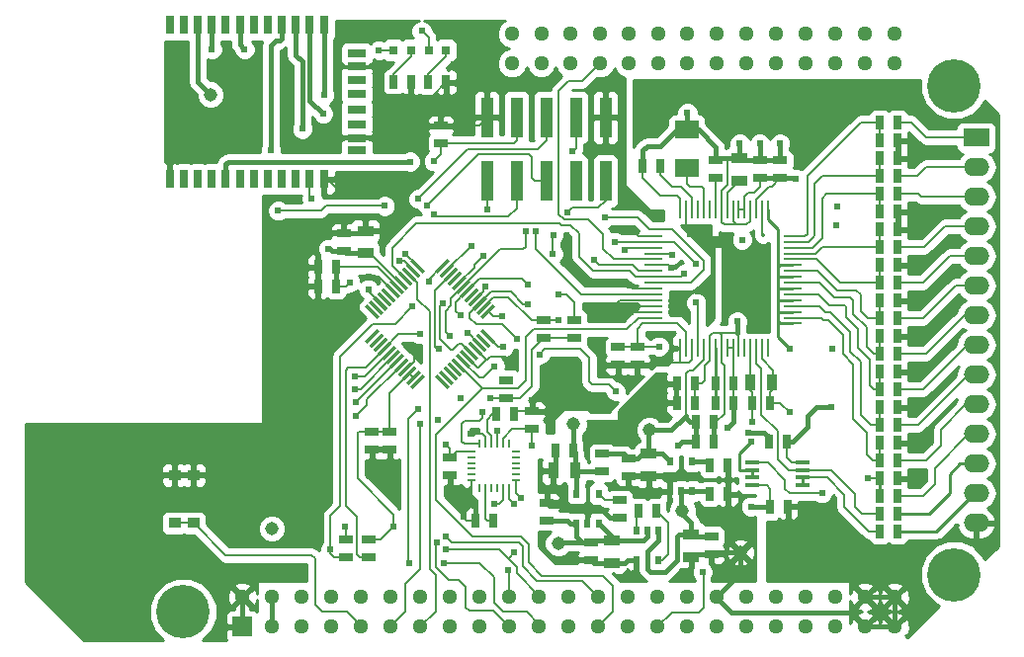
<source format=gtl>
G04 (created by PCBNEW (2013-05-31 BZR 4019)-stable) date 12/30/2013 4:31:45 PM*
%MOIN*%
G04 Gerber Fmt 3.4, Leading zero omitted, Abs format*
%FSLAX34Y34*%
G01*
G70*
G90*
G04 APERTURE LIST*
%ADD10C,0.00590551*%
%ADD11R,0.06X0.0098*%
%ADD12R,0.0098X0.06*%
%ADD13R,0.055X0.035*%
%ADD14R,0.02X0.03*%
%ADD15R,0.035X0.055*%
%ADD16R,0.025X0.045*%
%ADD17R,0.045X0.025*%
%ADD18R,0.05X0.015*%
%ADD19C,0.045*%
%ADD20R,0.0393701X0.0354331*%
%ADD21R,0.0314X0.0314*%
%ADD22R,0.0314X0.0629*%
%ADD23R,0.0629X0.0314*%
%ADD24R,0.0275X0.0098*%
%ADD25R,0.0098X0.0275*%
%ADD26R,0.0866X0.06*%
%ADD27O,0.0866X0.06*%
%ADD28R,0.08X0.06*%
%ADD29R,0.0401575X0.135827*%
%ADD30C,0.0512*%
%ADD31C,0.18*%
%ADD32R,0.065X0.065*%
%ADD33C,0.024*%
%ADD34C,0.014*%
%ADD35C,0.016*%
%ADD36C,0.008*%
%ADD37C,0.01*%
G04 APERTURE END LIST*
G54D10*
G54D11*
X-5439Y-8026D03*
X-5439Y-7829D03*
X-5439Y-7632D03*
X-5439Y-7435D03*
X-5439Y-7238D03*
X-5439Y-7042D03*
X-5439Y-6845D03*
X-5439Y-6648D03*
X-5439Y-6451D03*
X-5439Y-6254D03*
X-5439Y-6057D03*
X-5439Y-5861D03*
X-5439Y-5664D03*
X-5439Y-5467D03*
X-5439Y-5270D03*
X-5439Y-5073D03*
G54D12*
X-6274Y-4175D03*
X-6471Y-4175D03*
X-6668Y-4175D03*
X-6865Y-4175D03*
X-7062Y-4175D03*
X-7258Y-4175D03*
X-7455Y-4175D03*
X-7652Y-4175D03*
X-7849Y-4175D03*
X-8046Y-4175D03*
X-8243Y-4175D03*
X-8439Y-4175D03*
X-8636Y-4175D03*
X-8833Y-4175D03*
X-9030Y-4175D03*
X-9227Y-4175D03*
G54D11*
X-10125Y-5073D03*
X-10125Y-5270D03*
X-10125Y-5467D03*
X-10125Y-5664D03*
X-10125Y-5861D03*
X-10125Y-6057D03*
X-10125Y-6254D03*
X-10125Y-6451D03*
X-10125Y-6648D03*
X-10125Y-6845D03*
X-10125Y-7042D03*
X-10125Y-7238D03*
X-10125Y-7435D03*
X-10125Y-7632D03*
X-10125Y-7829D03*
X-10125Y-8026D03*
G54D12*
X-9227Y-8861D03*
X-9030Y-8861D03*
X-8636Y-8861D03*
X-8833Y-8861D03*
X-8439Y-8861D03*
X-8243Y-8861D03*
X-8046Y-8861D03*
X-7849Y-8861D03*
X-7652Y-8861D03*
X-7455Y-8861D03*
X-7261Y-8861D03*
X-7064Y-8861D03*
X-6867Y-8861D03*
X-6670Y-8861D03*
X-6474Y-8861D03*
X-6277Y-8861D03*
G54D13*
X-7238Y-2449D03*
X-7238Y-3199D03*
G54D14*
X-9965Y-15021D03*
X-10715Y-15021D03*
X-9965Y-16021D03*
X-10340Y-15021D03*
X-10715Y-16021D03*
G54D15*
X-6125Y-10000D03*
X-6875Y-10000D03*
G54D16*
X-1900Y-3650D03*
X-2500Y-3650D03*
X-1900Y-12650D03*
X-2500Y-12650D03*
X-1900Y-5450D03*
X-2500Y-5450D03*
X-1900Y-6650D03*
X-2500Y-6650D03*
X-1900Y-7850D03*
X-2500Y-7850D03*
X-1900Y-9050D03*
X-2500Y-9050D03*
X-1900Y-10250D03*
X-2500Y-10250D03*
X-1900Y-11450D03*
X-2500Y-11450D03*
X-1900Y-14450D03*
X-2500Y-14450D03*
X-1900Y-15050D03*
X-2500Y-15050D03*
X-1900Y-13850D03*
X-2500Y-13850D03*
X-17726Y117D03*
X-17126Y117D03*
G54D17*
X-20510Y-15300D03*
X-20510Y-15900D03*
X-19740Y-15300D03*
X-19740Y-15900D03*
X-15100Y-10530D03*
X-15100Y-9930D03*
X-13840Y-8520D03*
X-13840Y-7920D03*
X-12800Y-8525D03*
X-12800Y-7925D03*
G54D18*
X-5100Y-13484D03*
X-5100Y-13228D03*
X-5100Y-12972D03*
X-5100Y-12716D03*
X-6800Y-12716D03*
X-6800Y-12972D03*
X-6800Y-13228D03*
X-6800Y-13484D03*
G54D19*
X-23000Y-14940D03*
G54D13*
X-19850Y-5650D03*
X-19850Y-4900D03*
G54D20*
X-26286Y-14757D03*
X-25656Y-14757D03*
X-26286Y-13142D03*
X-25656Y-13142D03*
G54D16*
X-1900Y-3050D03*
X-2500Y-3050D03*
X-1900Y-1250D03*
X-2500Y-1250D03*
G54D21*
X-17721Y1200D03*
X-17131Y1200D03*
X-18902Y1200D03*
X-18312Y1200D03*
G54D19*
X-9159Y-14340D03*
X-13350Y-15450D03*
X-7190Y-15760D03*
X-12825Y-11425D03*
X-25080Y-300D03*
G54D10*
G36*
X-15472Y-7456D02*
X-15890Y-7873D01*
X-15973Y-7790D01*
X-15556Y-7373D01*
X-15472Y-7456D01*
X-15472Y-7456D01*
G37*
G36*
X-15612Y-7317D02*
X-16029Y-7734D01*
X-16112Y-7651D01*
X-15695Y-7233D01*
X-15612Y-7317D01*
X-15612Y-7317D01*
G37*
G36*
X-15751Y-7177D02*
X-16168Y-7595D01*
X-16252Y-7511D01*
X-15834Y-7094D01*
X-15751Y-7177D01*
X-15751Y-7177D01*
G37*
G36*
X-15890Y-7039D02*
X-16307Y-7456D01*
X-16390Y-7373D01*
X-15973Y-6955D01*
X-15890Y-7039D01*
X-15890Y-7039D01*
G37*
G36*
X-16029Y-6900D02*
X-16446Y-7317D01*
X-16529Y-7233D01*
X-16112Y-6816D01*
X-16029Y-6900D01*
X-16029Y-6900D01*
G37*
G36*
X-16168Y-6760D02*
X-16585Y-7177D01*
X-16669Y-7094D01*
X-16252Y-6677D01*
X-16168Y-6760D01*
X-16168Y-6760D01*
G37*
G36*
X-16307Y-6622D02*
X-16724Y-7039D01*
X-16807Y-6955D01*
X-16390Y-6538D01*
X-16307Y-6622D01*
X-16307Y-6622D01*
G37*
G36*
X-16446Y-6482D02*
X-16863Y-6900D01*
X-16947Y-6816D01*
X-16529Y-6399D01*
X-16446Y-6482D01*
X-16446Y-6482D01*
G37*
G36*
X-16585Y-6343D02*
X-17003Y-6760D01*
X-17086Y-6677D01*
X-16669Y-6260D01*
X-16585Y-6343D01*
X-16585Y-6343D01*
G37*
G36*
X-16724Y-6204D02*
X-17141Y-6622D01*
X-17225Y-6538D01*
X-16807Y-6121D01*
X-16724Y-6204D01*
X-16724Y-6204D01*
G37*
G36*
X-16863Y-6065D02*
X-17280Y-6482D01*
X-17364Y-6399D01*
X-16947Y-5982D01*
X-16863Y-6065D01*
X-16863Y-6065D01*
G37*
G36*
X-17003Y-5926D02*
X-17420Y-6343D01*
X-17503Y-6260D01*
X-17086Y-5842D01*
X-17003Y-5926D01*
X-17003Y-5926D01*
G37*
G36*
X-17838Y-6260D02*
X-17922Y-6343D01*
X-18339Y-5926D01*
X-18256Y-5842D01*
X-17838Y-6260D01*
X-17838Y-6260D01*
G37*
G36*
X-17978Y-6399D02*
X-18061Y-6482D01*
X-18478Y-6065D01*
X-18395Y-5982D01*
X-17978Y-6399D01*
X-17978Y-6399D01*
G37*
G36*
X-18117Y-6538D02*
X-18200Y-6622D01*
X-18618Y-6204D01*
X-18534Y-6121D01*
X-18117Y-6538D01*
X-18117Y-6538D01*
G37*
G36*
X-18256Y-6677D02*
X-18339Y-6760D01*
X-18756Y-6343D01*
X-18673Y-6260D01*
X-18256Y-6677D01*
X-18256Y-6677D01*
G37*
G36*
X-18395Y-6816D02*
X-18478Y-6900D01*
X-18895Y-6482D01*
X-18812Y-6399D01*
X-18395Y-6816D01*
X-18395Y-6816D01*
G37*
G36*
X-18534Y-6955D02*
X-18618Y-7039D01*
X-19035Y-6622D01*
X-18951Y-6538D01*
X-18534Y-6955D01*
X-18534Y-6955D01*
G37*
G36*
X-18673Y-7094D02*
X-18756Y-7177D01*
X-19173Y-6760D01*
X-19090Y-6677D01*
X-18673Y-7094D01*
X-18673Y-7094D01*
G37*
G36*
X-18812Y-7233D02*
X-18895Y-7317D01*
X-19313Y-6900D01*
X-19229Y-6816D01*
X-18812Y-7233D01*
X-18812Y-7233D01*
G37*
G36*
X-18951Y-7373D02*
X-19035Y-7456D01*
X-19452Y-7039D01*
X-19369Y-6955D01*
X-18951Y-7373D01*
X-18951Y-7373D01*
G37*
G36*
X-19090Y-7511D02*
X-19173Y-7595D01*
X-19591Y-7177D01*
X-19507Y-7094D01*
X-19090Y-7511D01*
X-19090Y-7511D01*
G37*
G36*
X-19229Y-7651D02*
X-19313Y-7734D01*
X-19730Y-7317D01*
X-19646Y-7233D01*
X-19229Y-7651D01*
X-19229Y-7651D01*
G37*
G36*
X-19369Y-7790D02*
X-19452Y-7873D01*
X-19869Y-7456D01*
X-19786Y-7373D01*
X-19369Y-7790D01*
X-19369Y-7790D01*
G37*
G36*
X-19369Y-8292D02*
X-19786Y-8709D01*
X-19869Y-8626D01*
X-19452Y-8208D01*
X-19369Y-8292D01*
X-19369Y-8292D01*
G37*
G36*
X-19229Y-8431D02*
X-19646Y-8848D01*
X-19730Y-8765D01*
X-19313Y-8348D01*
X-19229Y-8431D01*
X-19229Y-8431D01*
G37*
G36*
X-19090Y-8570D02*
X-19507Y-8988D01*
X-19591Y-8904D01*
X-19173Y-8487D01*
X-19090Y-8570D01*
X-19090Y-8570D01*
G37*
G36*
X-18951Y-8709D02*
X-19369Y-9126D01*
X-19452Y-9043D01*
X-19035Y-8626D01*
X-18951Y-8709D01*
X-18951Y-8709D01*
G37*
G36*
X-18812Y-8848D02*
X-19229Y-9266D01*
X-19313Y-9182D01*
X-18895Y-8765D01*
X-18812Y-8848D01*
X-18812Y-8848D01*
G37*
G36*
X-18673Y-8988D02*
X-19090Y-9405D01*
X-19173Y-9321D01*
X-18756Y-8904D01*
X-18673Y-8988D01*
X-18673Y-8988D01*
G37*
G36*
X-18534Y-9126D02*
X-18951Y-9543D01*
X-19035Y-9460D01*
X-18618Y-9043D01*
X-18534Y-9126D01*
X-18534Y-9126D01*
G37*
G36*
X-18395Y-9266D02*
X-18812Y-9683D01*
X-18895Y-9599D01*
X-18478Y-9182D01*
X-18395Y-9266D01*
X-18395Y-9266D01*
G37*
G36*
X-18256Y-9405D02*
X-18673Y-9822D01*
X-18756Y-9739D01*
X-18339Y-9321D01*
X-18256Y-9405D01*
X-18256Y-9405D01*
G37*
G36*
X-18117Y-9543D02*
X-18534Y-9961D01*
X-18618Y-9877D01*
X-18200Y-9460D01*
X-18117Y-9543D01*
X-18117Y-9543D01*
G37*
G36*
X-17978Y-9683D02*
X-18395Y-10100D01*
X-18478Y-10016D01*
X-18061Y-9599D01*
X-17978Y-9683D01*
X-17978Y-9683D01*
G37*
G36*
X-17838Y-9822D02*
X-18256Y-10239D01*
X-18339Y-10156D01*
X-17922Y-9739D01*
X-17838Y-9822D01*
X-17838Y-9822D01*
G37*
G36*
X-17003Y-10156D02*
X-17086Y-10239D01*
X-17503Y-9822D01*
X-17420Y-9739D01*
X-17003Y-10156D01*
X-17003Y-10156D01*
G37*
G36*
X-16863Y-10016D02*
X-16947Y-10100D01*
X-17364Y-9683D01*
X-17280Y-9599D01*
X-16863Y-10016D01*
X-16863Y-10016D01*
G37*
G36*
X-16724Y-9877D02*
X-16807Y-9961D01*
X-17225Y-9543D01*
X-17141Y-9460D01*
X-16724Y-9877D01*
X-16724Y-9877D01*
G37*
G36*
X-16585Y-9739D02*
X-16669Y-9822D01*
X-17086Y-9405D01*
X-17003Y-9321D01*
X-16585Y-9739D01*
X-16585Y-9739D01*
G37*
G36*
X-16446Y-9599D02*
X-16529Y-9683D01*
X-16947Y-9266D01*
X-16863Y-9182D01*
X-16446Y-9599D01*
X-16446Y-9599D01*
G37*
G36*
X-16307Y-9460D02*
X-16390Y-9543D01*
X-16807Y-9126D01*
X-16724Y-9043D01*
X-16307Y-9460D01*
X-16307Y-9460D01*
G37*
G36*
X-16168Y-9321D02*
X-16252Y-9405D01*
X-16669Y-8988D01*
X-16585Y-8904D01*
X-16168Y-9321D01*
X-16168Y-9321D01*
G37*
G36*
X-16029Y-9182D02*
X-16112Y-9266D01*
X-16529Y-8848D01*
X-16446Y-8765D01*
X-16029Y-9182D01*
X-16029Y-9182D01*
G37*
G36*
X-15890Y-9043D02*
X-15973Y-9126D01*
X-16390Y-8709D01*
X-16307Y-8626D01*
X-15890Y-9043D01*
X-15890Y-9043D01*
G37*
G36*
X-15751Y-8904D02*
X-15834Y-8988D01*
X-16252Y-8570D01*
X-16168Y-8487D01*
X-15751Y-8904D01*
X-15751Y-8904D01*
G37*
G36*
X-15612Y-8765D02*
X-15695Y-8848D01*
X-16112Y-8431D01*
X-16029Y-8348D01*
X-15612Y-8765D01*
X-15612Y-8765D01*
G37*
G36*
X-15472Y-8626D02*
X-15556Y-8709D01*
X-15973Y-8292D01*
X-15890Y-8208D01*
X-15472Y-8626D01*
X-15472Y-8626D01*
G37*
G54D22*
X-26448Y-3148D03*
X-25975Y-3148D03*
X-25503Y-3148D03*
X-25031Y-3148D03*
X-24558Y-3148D03*
X-24086Y-3148D03*
X-23614Y-3148D03*
X-23142Y-3148D03*
X-22669Y-3148D03*
X-22197Y-3148D03*
X-21725Y-3148D03*
X-21252Y-3148D03*
X-21252Y2048D03*
X-21725Y2048D03*
X-22197Y2048D03*
X-22669Y2048D03*
X-23142Y2048D03*
X-23614Y2048D03*
X-24086Y2048D03*
X-24558Y2048D03*
X-25031Y2048D03*
X-25503Y2048D03*
X-25975Y2048D03*
X-26448Y2048D03*
G54D23*
X-20150Y670D03*
X-20150Y-1770D03*
X-20150Y-2172D03*
X-20150Y-1298D03*
X-20150Y-825D03*
X-20150Y-275D03*
X-20150Y198D03*
X-20150Y1072D03*
G54D14*
X-9584Y-13690D03*
X-8834Y-13690D03*
X-9584Y-12690D03*
X-9209Y-13690D03*
X-8834Y-12690D03*
X-12734Y-14773D03*
X-11984Y-14773D03*
X-12734Y-13773D03*
X-12359Y-14773D03*
X-11984Y-13773D03*
G54D13*
X-8864Y-15146D03*
X-8864Y-15896D03*
X-10292Y-12422D03*
X-10292Y-13172D03*
G54D15*
X-12771Y-12993D03*
X-13521Y-12993D03*
G54D17*
X-11276Y-13973D03*
X-11276Y-14573D03*
X-16990Y-12550D03*
X-16990Y-13150D03*
X-14230Y-11590D03*
X-14230Y-10990D03*
G54D16*
X-5650Y-12000D03*
X-6250Y-12000D03*
G54D17*
X-11875Y-13025D03*
X-11875Y-12425D03*
G54D16*
X-8230Y-13781D03*
X-7630Y-13781D03*
X-15430Y-11090D03*
X-14830Y-11090D03*
G54D17*
X-10975Y-12575D03*
X-10975Y-13175D03*
G54D16*
X-12846Y-12304D03*
X-13446Y-12304D03*
X-8230Y-12797D03*
X-7630Y-12797D03*
G54D17*
X-13737Y-14671D03*
X-13737Y-14071D03*
X-8175Y-15200D03*
X-8175Y-15800D03*
X-12250Y-15400D03*
X-12250Y-16000D03*
G54D16*
X-10040Y-14340D03*
X-10640Y-14340D03*
X-15530Y-14670D03*
X-16130Y-14670D03*
X-18907Y117D03*
X-18307Y117D03*
G54D24*
X-14762Y-13322D03*
X-14762Y-13125D03*
X-14762Y-12928D03*
X-14762Y-12732D03*
X-14762Y-12535D03*
X-14762Y-12338D03*
G54D25*
X-15018Y-12082D03*
X-15215Y-12082D03*
X-15412Y-12082D03*
X-15608Y-12082D03*
X-15805Y-12082D03*
X-16002Y-12082D03*
G54D24*
X-16258Y-12338D03*
X-16258Y-12535D03*
X-16258Y-12732D03*
X-16258Y-12928D03*
X-16258Y-13125D03*
X-16258Y-13322D03*
G54D25*
X-16002Y-13578D03*
X-15805Y-13578D03*
X-15608Y-13578D03*
X-15412Y-13578D03*
X-15215Y-13578D03*
X-15018Y-13578D03*
G54D19*
X-10275Y-11625D03*
G54D16*
X-2500Y-13250D03*
X-1900Y-13250D03*
X-2500Y-12050D03*
X-1900Y-12050D03*
X-2500Y-10850D03*
X-1900Y-10850D03*
X-2500Y-9650D03*
X-1900Y-9650D03*
X-2500Y-8450D03*
X-1900Y-8450D03*
X-2500Y-6050D03*
X-1900Y-6050D03*
X-2500Y-4850D03*
X-1900Y-4850D03*
X-2500Y-2450D03*
X-1900Y-2450D03*
X-2500Y-7250D03*
X-1900Y-7250D03*
X-9890Y-2726D03*
X-10490Y-2726D03*
G54D17*
X-5860Y-3124D03*
X-5860Y-2524D03*
G54D16*
X-8100Y-11350D03*
X-8700Y-11350D03*
G54D17*
X-10675Y-8825D03*
X-10675Y-9425D03*
G54D16*
X-8750Y-10050D03*
X-9350Y-10050D03*
X-8050Y-10700D03*
X-7450Y-10700D03*
G54D17*
X-8025Y-3124D03*
X-8025Y-2524D03*
G54D16*
X-20850Y-6125D03*
X-21450Y-6125D03*
G54D17*
X-6549Y-3124D03*
X-6549Y-2524D03*
G54D16*
X-6200Y-14200D03*
X-5600Y-14200D03*
X-8100Y-12025D03*
X-8700Y-12025D03*
X-8050Y-10050D03*
X-7450Y-10050D03*
X-8750Y-10700D03*
X-9350Y-10700D03*
G54D17*
X-17310Y-1950D03*
X-17310Y-1350D03*
X-19030Y-11670D03*
X-19030Y-12270D03*
X-19630Y-11670D03*
X-19630Y-12270D03*
X-20575Y-5575D03*
X-20575Y-4975D03*
X-11325Y-8825D03*
X-11325Y-9425D03*
G54D16*
X-20850Y-6775D03*
X-21450Y-6775D03*
G54D26*
X750Y-1750D03*
G54D27*
X750Y-2750D03*
X750Y-3750D03*
X750Y-4750D03*
X750Y-5750D03*
X750Y-6750D03*
X750Y-7750D03*
X750Y-8750D03*
X750Y-9750D03*
X750Y-10750D03*
X750Y-11750D03*
X750Y-12750D03*
X750Y-13750D03*
X750Y-14750D03*
G54D28*
X-9009Y-2785D03*
X-9009Y-1485D03*
G54D13*
X-11546Y-15346D03*
X-11546Y-16096D03*
G54D16*
X-6800Y-10700D03*
X-6200Y-10700D03*
G54D29*
X-12750Y-1077D03*
X-12750Y-3222D03*
X-13750Y-1077D03*
X-13750Y-3222D03*
X-15750Y-3222D03*
X-15750Y-1077D03*
X-14750Y-3222D03*
X-14750Y-1077D03*
X-11750Y-1077D03*
X-11750Y-3222D03*
G54D16*
X-2500Y-4250D03*
X-1900Y-4250D03*
X-2500Y-1850D03*
X-1900Y-1850D03*
G54D30*
X-11937Y1750D03*
X-11937Y750D03*
X-12937Y1750D03*
X-12937Y750D03*
X-13921Y750D03*
X-13921Y1750D03*
X-14905Y1750D03*
X-14905Y750D03*
X-10968Y750D03*
X-10968Y1750D03*
X-9984Y1750D03*
X-9984Y750D03*
G54D31*
X0Y-16500D03*
X-26000Y-17750D03*
X0Y0D03*
G54D32*
X-24000Y-18250D03*
G54D30*
X-24000Y-17250D03*
X-23000Y-18250D03*
X-23000Y-17250D03*
X-22000Y-18250D03*
X-22000Y-17250D03*
X-21000Y-18250D03*
X-21000Y-17250D03*
X-20000Y-18250D03*
X-20000Y-17250D03*
X-19000Y-18250D03*
X-19000Y-17250D03*
X-18000Y-18250D03*
X-18000Y-17250D03*
X-17000Y-18250D03*
X-17000Y-17250D03*
X-16000Y-18250D03*
X-16000Y-17250D03*
X-15000Y-18250D03*
X-15000Y-17250D03*
X-14000Y-18250D03*
X-14000Y-17250D03*
X-13000Y-18250D03*
X-13000Y-17250D03*
X-12000Y-18250D03*
X-12000Y-17250D03*
X-11000Y-18250D03*
X-11000Y-17250D03*
X-10000Y-18250D03*
X-10000Y-17250D03*
X-9000Y-18250D03*
X-9000Y-17250D03*
X-8000Y-18250D03*
X-8000Y-17250D03*
X-7000Y-18250D03*
X-7000Y-17250D03*
X-6000Y-18250D03*
X-6000Y-17250D03*
X-5000Y-18250D03*
X-5000Y-17250D03*
X-4000Y-18250D03*
X-4000Y-17250D03*
X-3000Y-18250D03*
X-3000Y-17250D03*
X-2000Y-18250D03*
X-2000Y-17250D03*
X-9000Y750D03*
X-9000Y1750D03*
X-8000Y750D03*
X-8000Y1750D03*
X-7000Y750D03*
X-7000Y1750D03*
X-6000Y750D03*
X-6000Y1750D03*
X-5000Y750D03*
X-5000Y1750D03*
X-4000Y750D03*
X-4000Y1750D03*
X-3000Y750D03*
X-3000Y1750D03*
X-2000Y750D03*
X-2000Y1750D03*
G54D33*
X-6850Y-14200D03*
X-7150Y-5200D03*
X-7310Y-7950D03*
X-3940Y-4090D03*
X-5340Y-3140D03*
X-9500Y-5700D03*
X-17550Y-2550D03*
X-9950Y-8800D03*
X-21100Y-5500D03*
X-14250Y-12150D03*
X-17150Y-12100D03*
X-16630Y-10530D03*
X-20525Y-14875D03*
X-15190Y-8820D03*
X-15630Y-10530D03*
X-15490Y-9470D03*
X-21660Y-3810D03*
X-20370Y-6630D03*
X-18910Y-14870D03*
X-7650Y-11550D03*
X-9300Y-12150D03*
X-4150Y-10850D03*
X-4120Y-8890D03*
X-8990Y-920D03*
X-7230Y-1960D03*
X-6550Y-1960D03*
X-3960Y-4710D03*
X-5870Y-1950D03*
X-13350Y-7050D03*
X-12150Y-5875D03*
X-6800Y-11350D03*
X-5550Y-11025D03*
X-8700Y-7325D03*
X-11775Y-4450D03*
X-14100Y-4925D03*
X-5550Y-8875D03*
X-6850Y-12025D03*
G54D34*
X-6450Y-5050D03*
G54D33*
X-23925Y1225D03*
X-19400Y1200D03*
X-17955Y1840D03*
X-25025Y1225D03*
X-15410Y-11650D03*
X-18075Y-3825D03*
X-19750Y-6875D03*
X-16275Y-5400D03*
X-15750Y-4175D03*
X-13512Y-5037D03*
X-13025Y-4275D03*
X-15800Y-6775D03*
X-13525Y-5675D03*
X-18500Y-5675D03*
X-17525Y-4350D03*
X-17775Y-4050D03*
X-18700Y-5925D03*
X-11410Y-10310D03*
X-13970Y-9070D03*
X-14730Y-8550D03*
X-14375Y-7375D03*
X-14375Y-6725D03*
X-16650Y-7750D03*
X-13325Y-7925D03*
X-11100Y-5550D03*
X-15050Y-9250D03*
X-14250Y-10600D03*
X-1150Y-13250D03*
X-1350Y-12025D03*
X-1200Y-10775D03*
X-1325Y-9600D03*
X-1325Y-8450D03*
X-1075Y-7225D03*
X-1325Y-6050D03*
X-1075Y-4300D03*
X-600Y-2225D03*
X-9850Y-10700D03*
X-6950Y-11700D03*
X-8650Y-6950D03*
X-9550Y-6150D03*
X-10800Y-4900D03*
X-8900Y-5000D03*
X-9850Y-10050D03*
X-10950Y-6750D03*
X-11450Y-7400D03*
X-11250Y-7650D03*
X-10900Y-7650D03*
X-10900Y-9950D03*
X-15250Y-7770D03*
X-11770Y-2130D03*
X-17310Y-1030D03*
X-16750Y50D03*
X-26190Y-2350D03*
X-19330Y-1760D03*
X-17000Y-13550D03*
X-16550Y-14550D03*
X-16450Y-13800D03*
X-14600Y-13900D03*
X-16300Y-11750D03*
X-17410Y-11270D03*
X-19750Y-6450D03*
X-21660Y-7460D03*
X-19710Y-13060D03*
X-21870Y-13570D03*
X-20750Y-3550D03*
X-18370Y-8770D03*
X-13200Y-13650D03*
X-12800Y-15900D03*
X-10900Y-16490D03*
X-19250Y-4920D03*
X-12875Y-2225D03*
X-15490Y-14110D03*
X-18370Y-16110D03*
X-17200Y-16100D03*
X-18020Y-8390D03*
X-18070Y-10910D03*
X-14850Y-14110D03*
X-14830Y-15750D03*
X-18270Y-7450D03*
X-17710Y-6610D03*
X-21030Y-15650D03*
X-17150Y-15650D03*
X-16400Y-8350D03*
X-15900Y-11000D03*
X-17000Y-8450D03*
X-14450Y-4925D03*
X-11450Y-5275D03*
X-15880Y-5740D03*
X-8480Y-16410D03*
X-8700Y-6010D03*
X-4450Y-13750D03*
X-2900Y-13250D03*
X-17250Y-7350D03*
X-18337Y-2562D03*
X-9100Y-6350D03*
X-15050Y-16350D03*
X-20200Y-9810D03*
X-21980Y-1460D03*
X-23050Y-2190D03*
X-17425Y-15400D03*
X-20160Y-11140D03*
X-17150Y-15200D03*
X-22790Y-4220D03*
X-20170Y-10680D03*
X-21275Y-950D03*
X-19200Y-4060D03*
X-20190Y-10250D03*
X-21250Y-325D03*
X-18015Y-11395D03*
X-17380Y-8890D03*
G54D35*
X-12846Y-12304D02*
X-12846Y-11446D01*
X-12846Y-11446D02*
X-12825Y-11425D01*
X-11875Y-13025D02*
X-12740Y-13025D01*
X-12740Y-13025D02*
X-12771Y-12993D01*
X-12771Y-12993D02*
X-12771Y-12379D01*
X-12771Y-12379D02*
X-12846Y-12304D01*
X-12734Y-13773D02*
X-12734Y-13031D01*
X-12734Y-13031D02*
X-12771Y-12993D01*
G54D36*
X-7750Y-11075D02*
X-7750Y-10850D01*
X-8100Y-11350D02*
X-8025Y-11350D01*
X-8025Y-11350D02*
X-7750Y-11075D01*
G54D35*
X-8100Y-12025D02*
X-8100Y-11350D01*
G54D36*
X-7849Y-9351D02*
X-7750Y-9450D01*
X-7750Y-9450D02*
X-7750Y-10825D01*
X-7750Y-10825D02*
X-7750Y-10850D01*
X-7849Y-9351D02*
X-7849Y-8861D01*
X-7849Y-8401D02*
X-7849Y-8861D01*
G54D35*
X-6850Y-14200D02*
X-6200Y-14200D01*
X-7300Y-7960D02*
X-7300Y-8350D01*
X-7310Y-7950D02*
X-7300Y-7960D01*
X-5355Y-3124D02*
X-5860Y-3124D01*
X-5340Y-3140D02*
X-5355Y-3124D01*
G54D36*
X-7261Y-8861D02*
X-7261Y-8389D01*
X-7261Y-8389D02*
X-7300Y-8350D01*
X-7300Y-8350D02*
X-7900Y-8350D01*
X-8243Y-8861D02*
X-8243Y-8443D01*
X-7900Y-8350D02*
X-7849Y-8401D01*
X-8150Y-8350D02*
X-7900Y-8350D01*
X-8243Y-8443D02*
X-8150Y-8350D01*
X-6800Y-13484D02*
X-6316Y-13484D01*
X-6316Y-13484D02*
X-6200Y-13600D01*
X-6200Y-13600D02*
X-6200Y-14200D01*
X-8750Y-10050D02*
X-8750Y-10700D01*
X-8243Y-8861D02*
X-8243Y-9293D01*
X-8500Y-10050D02*
X-8750Y-10050D01*
X-8400Y-9950D02*
X-8500Y-10050D01*
X-8400Y-9450D02*
X-8400Y-9950D01*
X-8243Y-9293D02*
X-8400Y-9450D01*
G54D35*
X-5860Y-3124D02*
X-6549Y-3124D01*
G54D36*
X-6668Y-4175D02*
X-6668Y-3829D01*
X-6668Y-3829D02*
X-6253Y-3415D01*
X-6253Y-3415D02*
X-6150Y-3415D01*
X-6150Y-3415D02*
X-5860Y-3124D01*
X-7062Y-4175D02*
X-7062Y-3731D01*
X-7062Y-3731D02*
X-6942Y-3612D01*
X-6942Y-3612D02*
X-6746Y-3612D01*
X-6746Y-3612D02*
X-6549Y-3415D01*
X-6549Y-3415D02*
X-6549Y-3124D01*
X-7258Y-4175D02*
X-7062Y-4175D01*
X-10125Y-5664D02*
X-9536Y-5664D01*
X-9536Y-5664D02*
X-9500Y-5700D01*
X-17310Y-1950D02*
X-17310Y-2310D01*
X-17310Y-2310D02*
X-17550Y-2550D01*
G54D35*
X-23000Y-18250D02*
X-23000Y-17250D01*
G54D36*
X-14850Y-1950D02*
X-17310Y-1950D01*
X-14750Y-1850D02*
X-14850Y-1950D01*
X-14750Y-1077D02*
X-14750Y-1850D01*
G54D35*
X-12550Y-15400D02*
X-13300Y-15400D01*
X-13300Y-15400D02*
X-13350Y-15450D01*
X-12734Y-14773D02*
X-12734Y-15215D01*
X-12734Y-15215D02*
X-12550Y-15400D01*
X-10340Y-15021D02*
X-10340Y-15215D01*
X-10471Y-15346D02*
X-11546Y-15346D01*
X-10340Y-15215D02*
X-10471Y-15346D01*
X-11546Y-15346D02*
X-11546Y-15210D01*
X-11546Y-15210D02*
X-11984Y-14773D01*
X-12250Y-15400D02*
X-12550Y-15400D01*
X-11546Y-15346D02*
X-12196Y-15346D01*
X-12196Y-15346D02*
X-12250Y-15400D01*
X-12734Y-14773D02*
X-12941Y-14773D01*
X-13043Y-14671D02*
X-13737Y-14671D01*
X-12941Y-14773D02*
X-13043Y-14671D01*
G54D36*
X-10675Y-8825D02*
X-9975Y-8825D01*
X-9975Y-8825D02*
X-9950Y-8800D01*
X-10675Y-8825D02*
X-11325Y-8825D01*
X-10125Y-8026D02*
X-10501Y-8026D01*
X-10675Y-8200D02*
X-10675Y-8825D01*
X-10501Y-8026D02*
X-10675Y-8200D01*
X-9030Y-8861D02*
X-9030Y-8320D01*
X-9324Y-8026D02*
X-10125Y-8026D01*
X-9030Y-8320D02*
X-9324Y-8026D01*
G54D35*
X-19850Y-5650D02*
X-20500Y-5650D01*
G54D36*
X-20500Y-5650D02*
X-20575Y-5575D01*
X-18645Y-6649D02*
X-18700Y-6649D01*
X-19700Y-5650D02*
X-19850Y-5650D01*
X-18700Y-6649D02*
X-19700Y-5650D01*
X-18785Y-6789D02*
X-19450Y-6125D01*
X-18785Y-6789D02*
X-18784Y-6789D01*
G54D35*
X-20575Y-5575D02*
X-20975Y-5575D01*
X-20975Y-5575D02*
X-21050Y-5500D01*
G54D36*
X-20850Y-6125D02*
X-19450Y-6125D01*
X-20850Y-6775D02*
X-20515Y-6775D01*
G54D35*
X-20850Y-6125D02*
X-20850Y-6775D01*
X-21050Y-5500D02*
X-21100Y-5500D01*
G54D36*
X-14230Y-11590D02*
X-14230Y-12130D01*
X-14230Y-12130D02*
X-14250Y-12150D01*
X-16990Y-12550D02*
X-16990Y-12260D01*
X-16990Y-12260D02*
X-17150Y-12100D01*
X-15215Y-12082D02*
X-15215Y-11895D01*
X-14910Y-11590D02*
X-14230Y-11590D01*
X-15215Y-11895D02*
X-14910Y-11590D01*
X-16258Y-12338D02*
X-16778Y-12338D01*
X-16778Y-12338D02*
X-16990Y-12550D01*
X-20510Y-15300D02*
X-20510Y-14890D01*
X-20510Y-14890D02*
X-20525Y-14875D01*
X-12800Y-8525D02*
X-13835Y-8525D01*
X-13835Y-8525D02*
X-13840Y-8520D01*
X-15723Y-8459D02*
X-15720Y-8459D01*
X-15360Y-8820D02*
X-15190Y-8820D01*
X-15720Y-8459D02*
X-15360Y-8820D01*
X-19630Y-11670D02*
X-20070Y-11670D01*
X-20120Y-11720D02*
X-20120Y-13260D01*
X-20070Y-11670D02*
X-20120Y-11720D01*
X-16557Y-9293D02*
X-16557Y-9302D01*
X-15630Y-10530D02*
X-15100Y-10530D01*
X-15860Y-9840D02*
X-15490Y-9470D01*
X-16020Y-9840D02*
X-15860Y-9840D01*
X-16557Y-9302D02*
X-16020Y-9840D01*
X-19030Y-11670D02*
X-19630Y-11670D01*
X-18367Y-9710D02*
X-18370Y-9710D01*
X-19030Y-10370D02*
X-19030Y-11670D01*
X-18370Y-9710D02*
X-19030Y-10370D01*
X-15100Y-10530D02*
X-14640Y-10530D01*
X-14240Y-8920D02*
X-13840Y-8520D01*
X-14240Y-10130D02*
X-14240Y-8920D01*
X-14640Y-10530D02*
X-14240Y-10130D01*
X-18228Y-9850D02*
X-18367Y-9710D01*
X-21725Y-3148D02*
X-21725Y-3745D01*
X-21725Y-3745D02*
X-21660Y-3810D01*
X-20515Y-6775D02*
X-20370Y-6630D01*
X-18910Y-14470D02*
X-18910Y-14870D01*
X-20120Y-13260D02*
X-18910Y-14470D01*
X-19340Y-15300D02*
X-19740Y-15300D01*
X-18910Y-14870D02*
X-19340Y-15300D01*
G54D35*
X-7450Y-11350D02*
X-7450Y-10700D01*
X-7650Y-11550D02*
X-7450Y-11350D01*
G54D36*
X-7450Y-10050D02*
X-7450Y-8866D01*
X-7450Y-8866D02*
X-7455Y-8861D01*
X-7450Y-10700D02*
X-7450Y-10050D01*
X-7455Y-8861D02*
X-7652Y-8861D01*
G54D35*
X-8700Y-12025D02*
X-9175Y-12025D01*
X-9175Y-12025D02*
X-9300Y-12150D01*
X-8700Y-11350D02*
X-8900Y-11350D01*
X-8900Y-11350D02*
X-9075Y-11175D01*
X-8700Y-11350D02*
X-8700Y-12025D01*
X-5650Y-12000D02*
X-5450Y-12000D01*
X-4650Y-10850D02*
X-4150Y-10850D01*
X-4950Y-11150D02*
X-4650Y-10850D01*
X-4950Y-11500D02*
X-4950Y-11150D01*
X-5450Y-12000D02*
X-4950Y-11500D01*
G54D36*
X-7849Y-4175D02*
X-7849Y-4601D01*
X-7755Y-4694D02*
X-7336Y-4694D01*
X-7849Y-4601D02*
X-7755Y-4694D01*
G54D35*
X-9009Y-1485D02*
X-9009Y-939D01*
X-9009Y-939D02*
X-8990Y-920D01*
X-7238Y-2449D02*
X-7238Y-1968D01*
X-7238Y-1968D02*
X-7230Y-1960D01*
X-6549Y-2524D02*
X-6549Y-1960D01*
X-6549Y-1960D02*
X-6550Y-1960D01*
X-5860Y-1959D02*
X-5860Y-2524D01*
X-5870Y-1950D02*
X-5860Y-1959D01*
X-10275Y-11625D02*
X-9525Y-11625D01*
X-9525Y-11625D02*
X-9075Y-11175D01*
X-9075Y-11175D02*
X-9050Y-11150D01*
G54D36*
X-8800Y-9600D02*
X-8439Y-9239D01*
X-8950Y-9600D02*
X-8800Y-9600D01*
X-9050Y-9700D02*
X-8950Y-9600D01*
X-9050Y-11150D02*
X-9050Y-9700D01*
X-8439Y-9239D02*
X-8439Y-8861D01*
G54D35*
X-10292Y-12422D02*
X-10292Y-11642D01*
X-10292Y-11642D02*
X-10275Y-11625D01*
G54D36*
X-5100Y-12716D02*
X-5484Y-12716D01*
X-5650Y-12550D02*
X-5650Y-12000D01*
X-5484Y-12716D02*
X-5650Y-12550D01*
X-7650Y-2449D02*
X-7650Y-3350D01*
X-7849Y-3549D02*
X-7849Y-4175D01*
X-7650Y-3350D02*
X-7849Y-3549D01*
G54D35*
X-9009Y-1485D02*
X-9335Y-1485D01*
X-9335Y-1485D02*
X-9900Y-2050D01*
X-9900Y-2050D02*
X-10350Y-2050D01*
X-10350Y-2050D02*
X-10490Y-2190D01*
X-10490Y-2190D02*
X-10490Y-2726D01*
X-9009Y-1485D02*
X-8614Y-1485D01*
X-7238Y-2449D02*
X-7650Y-2449D01*
X-7650Y-2449D02*
X-7950Y-2449D01*
X-6549Y-2524D02*
X-7163Y-2524D01*
X-7163Y-2524D02*
X-7238Y-2449D01*
X-5860Y-2524D02*
X-6549Y-2524D01*
G54D36*
X-9227Y-4175D02*
X-9227Y-3823D01*
X-10490Y-3109D02*
X-10490Y-2726D01*
X-9900Y-3700D02*
X-10490Y-3109D01*
X-9350Y-3700D02*
X-9900Y-3700D01*
X-9227Y-3823D02*
X-9350Y-3700D01*
G54D35*
X-11875Y-12425D02*
X-11125Y-12425D01*
X-11125Y-12425D02*
X-10975Y-12575D01*
X-10292Y-12422D02*
X-10522Y-12422D01*
X-10675Y-12575D02*
X-10975Y-12575D01*
X-10522Y-12422D02*
X-10675Y-12575D01*
G54D36*
X-7455Y-4175D02*
X-7455Y-4576D01*
X-7455Y-4576D02*
X-7336Y-4694D01*
X-6865Y-4565D02*
X-6865Y-4175D01*
X-7336Y-4694D02*
X-6994Y-4694D01*
X-6994Y-4694D02*
X-6865Y-4565D01*
G54D35*
X-10292Y-12422D02*
X-9853Y-12422D01*
X-9853Y-12422D02*
X-9584Y-12690D01*
G54D36*
X-7950Y-2449D02*
X-8025Y-2524D01*
G54D35*
X-8025Y-2074D02*
X-8025Y-2524D01*
X-8614Y-1485D02*
X-8025Y-2074D01*
X-9209Y-13690D02*
X-9209Y-14290D01*
X-9209Y-14290D02*
X-9159Y-14340D01*
X-8175Y-15200D02*
X-8811Y-15200D01*
X-8811Y-15200D02*
X-8864Y-15146D01*
X-9159Y-14340D02*
X-9159Y-14438D01*
X-9159Y-14438D02*
X-8864Y-14734D01*
X-8864Y-14734D02*
X-8864Y-15146D01*
X-9965Y-15021D02*
X-9965Y-15343D01*
X-9965Y-15343D02*
X-10340Y-15718D01*
X-10340Y-15718D02*
X-10340Y-16309D01*
X-10340Y-16309D02*
X-10242Y-16407D01*
X-10242Y-16407D02*
X-9750Y-16407D01*
X-9750Y-16407D02*
X-9356Y-16013D01*
X-9356Y-16013D02*
X-9356Y-15226D01*
X-9356Y-15226D02*
X-9276Y-15146D01*
X-9276Y-15146D02*
X-8864Y-15146D01*
X-8834Y-13690D02*
X-8320Y-13690D01*
X-8320Y-13690D02*
X-8230Y-13781D01*
X-8834Y-13690D02*
X-9209Y-13690D01*
G54D36*
X-12800Y-7925D02*
X-12800Y-7325D01*
X-13075Y-7050D02*
X-13350Y-7050D01*
X-12800Y-7325D02*
X-13075Y-7050D01*
X-11625Y-6050D02*
X-11975Y-6050D01*
X-10646Y-6254D02*
X-10850Y-6050D01*
X-10850Y-6050D02*
X-11625Y-6050D01*
X-10125Y-6254D02*
X-10646Y-6254D01*
X-11975Y-6050D02*
X-12150Y-5875D01*
X-6800Y-10700D02*
X-6800Y-11350D01*
X-6875Y-10000D02*
X-6875Y-10275D01*
X-6800Y-10350D02*
X-6800Y-10700D01*
X-6875Y-10275D02*
X-6800Y-10350D01*
X-6867Y-8861D02*
X-6867Y-9217D01*
X-6875Y-9225D02*
X-6875Y-10000D01*
X-6867Y-9217D02*
X-6875Y-9225D01*
X-5875Y-10700D02*
X-5550Y-11025D01*
X-6200Y-10700D02*
X-5875Y-10700D01*
X-6125Y-10000D02*
X-6125Y-10275D01*
X-6200Y-10350D02*
X-6200Y-10700D01*
X-6125Y-10275D02*
X-6200Y-10350D01*
X-6474Y-8861D02*
X-6474Y-9226D01*
X-6100Y-9975D02*
X-6125Y-10000D01*
X-6100Y-9600D02*
X-6100Y-9975D01*
X-6474Y-9226D02*
X-6100Y-9600D01*
X-8636Y-8861D02*
X-8636Y-7389D01*
X-8636Y-7389D02*
X-8700Y-7325D01*
X-10125Y-6648D02*
X-8873Y-6648D01*
X-10675Y-4450D02*
X-11775Y-4450D01*
X-10275Y-4850D02*
X-10675Y-4450D01*
X-9500Y-4850D02*
X-10275Y-4850D01*
X-8450Y-5900D02*
X-9500Y-4850D01*
X-8450Y-6225D02*
X-8450Y-5900D01*
X-8873Y-6648D02*
X-8450Y-6225D01*
X-14100Y-4925D02*
X-14100Y-5500D01*
X-14100Y-5500D02*
X-12558Y-7042D01*
X-12558Y-7042D02*
X-10125Y-7042D01*
G54D37*
X-6800Y-12972D02*
X-7228Y-12972D01*
X-5950Y-8475D02*
X-5950Y-7950D01*
X-5550Y-8875D02*
X-5950Y-8475D01*
X-7250Y-12425D02*
X-6850Y-12025D01*
X-7250Y-12950D02*
X-7250Y-12425D01*
X-7228Y-12972D02*
X-7250Y-12950D01*
X-6800Y-13228D02*
X-6800Y-12972D01*
X-6274Y-4175D02*
X-6274Y-4526D01*
X-5950Y-4850D02*
X-5950Y-6150D01*
X-6274Y-4526D02*
X-5950Y-4850D01*
X-5439Y-7632D02*
X-5950Y-7632D01*
X-5950Y-7632D02*
X-5950Y-7650D01*
X-5439Y-7238D02*
X-5950Y-7238D01*
X-5950Y-7238D02*
X-5950Y-7250D01*
X-5439Y-6845D02*
X-5950Y-6845D01*
X-5950Y-6845D02*
X-5950Y-6850D01*
X-5439Y-6451D02*
X-5950Y-6451D01*
X-5950Y-6451D02*
X-5950Y-6450D01*
X-5439Y-6057D02*
X-5857Y-6057D01*
X-5874Y-8026D02*
X-5439Y-8026D01*
X-5950Y-7950D02*
X-5874Y-8026D01*
X-5950Y-6150D02*
X-5950Y-6450D01*
X-5950Y-6450D02*
X-5950Y-6850D01*
X-5950Y-6850D02*
X-5950Y-7250D01*
X-5950Y-7250D02*
X-5950Y-7650D01*
X-5950Y-7650D02*
X-5950Y-7950D01*
X-5857Y-6057D02*
X-5950Y-6150D01*
G54D36*
X-6471Y-5029D02*
X-6471Y-4175D01*
X-6450Y-5050D02*
X-6471Y-5029D01*
X-8439Y-4175D02*
X-8439Y-3494D01*
X-9009Y-3316D02*
X-9009Y-2785D01*
X-8911Y-3415D02*
X-9009Y-3316D01*
X-8517Y-3415D02*
X-8911Y-3415D01*
X-8439Y-3494D02*
X-8517Y-3415D01*
X-9890Y-2726D02*
X-9890Y-3026D01*
X-8833Y-3789D02*
X-8833Y-4175D01*
X-9206Y-3415D02*
X-8833Y-3789D01*
X-9501Y-3415D02*
X-9206Y-3415D01*
X-9890Y-3026D02*
X-9501Y-3415D01*
G54D37*
X-8050Y-10050D02*
X-8050Y-8865D01*
X-8050Y-8865D02*
X-8046Y-8861D01*
X-8050Y-10700D02*
X-8050Y-10050D01*
G54D36*
X-8046Y-4175D02*
X-8046Y-3145D01*
X-8046Y-3145D02*
X-8025Y-3124D01*
X-7652Y-4175D02*
X-7652Y-3613D01*
X-7652Y-3613D02*
X-7238Y-3199D01*
G54D37*
X750Y-12750D02*
X200Y-12750D01*
X-850Y-14450D02*
X-1900Y-14450D01*
X-150Y-13750D02*
X-850Y-14450D01*
X-150Y-13100D02*
X-150Y-13750D01*
X200Y-12750D02*
X-150Y-13100D01*
X750Y-13750D02*
X700Y-13750D01*
X-600Y-15050D02*
X-1900Y-15050D01*
X700Y-13750D02*
X-600Y-15050D01*
G54D36*
X750Y-2750D02*
X-950Y-2750D01*
X-1250Y-3050D02*
X-1900Y-3050D01*
X-950Y-2750D02*
X-1250Y-3050D01*
X750Y-1750D02*
X-950Y-1750D01*
X-1450Y-1250D02*
X-1900Y-1250D01*
X-950Y-1750D02*
X-1450Y-1250D01*
X750Y-4750D02*
X-300Y-4750D01*
X-1000Y-5450D02*
X-1900Y-5450D01*
X-300Y-4750D02*
X-1000Y-5450D01*
X750Y-3750D02*
X-1100Y-3750D01*
X-1200Y-3650D02*
X-1900Y-3650D01*
X-1100Y-3750D02*
X-1200Y-3650D01*
X750Y-5750D02*
X-150Y-5750D01*
X-1050Y-6650D02*
X-1900Y-6650D01*
X-150Y-5750D02*
X-1050Y-6650D01*
X750Y-6750D02*
X50Y-6750D01*
X-1050Y-7850D02*
X-1900Y-7850D01*
X50Y-6750D02*
X-1050Y-7850D01*
X750Y-7750D02*
X350Y-7750D01*
X-950Y-9050D02*
X-1900Y-9050D01*
X350Y-7750D02*
X-950Y-9050D01*
X750Y-8750D02*
X450Y-8750D01*
X-1050Y-10250D02*
X-1900Y-10250D01*
X450Y-8750D02*
X-1050Y-10250D01*
X750Y-9750D02*
X500Y-9750D01*
X-1200Y-11450D02*
X-1900Y-11450D01*
X500Y-9750D02*
X-1200Y-11450D01*
X750Y-10750D02*
X400Y-10750D01*
X-950Y-12650D02*
X-1900Y-12650D01*
X-450Y-12150D02*
X-950Y-12650D01*
X-450Y-11600D02*
X-450Y-12150D01*
X400Y-10750D02*
X-450Y-11600D01*
X750Y-11750D02*
X500Y-11750D01*
X-1050Y-13850D02*
X-1900Y-13850D01*
X-650Y-13450D02*
X-1050Y-13850D01*
X-650Y-12900D02*
X-650Y-13450D01*
X500Y-11750D02*
X-650Y-12900D01*
G54D35*
X-25503Y2048D02*
X-25503Y123D01*
X-25503Y123D02*
X-25080Y-300D01*
G54D36*
X-19400Y1200D02*
X-18902Y1200D01*
X-18902Y1200D02*
X-18902Y1200D01*
G54D35*
X-24086Y1386D02*
X-24086Y2048D01*
X-23925Y1225D02*
X-24086Y1386D01*
G54D36*
X-19389Y1210D02*
X-19400Y1200D01*
X-17721Y1606D02*
X-17955Y1840D01*
X-25025Y1225D02*
X-25031Y1231D01*
G54D35*
X-25031Y2048D02*
X-25031Y1231D01*
G54D36*
X-17721Y1606D02*
X-17721Y1200D01*
X-15410Y-11650D02*
X-15412Y-11652D01*
X-15412Y-11652D02*
X-15412Y-12082D01*
X-15805Y-13578D02*
X-15805Y-14595D01*
X-15730Y-14670D02*
X-15530Y-14670D01*
X-15805Y-14595D02*
X-15730Y-14670D01*
X-15430Y-11090D02*
X-15570Y-11090D01*
X-15608Y-11812D02*
X-15608Y-12082D01*
X-15750Y-11670D02*
X-15608Y-11812D01*
X-15750Y-11270D02*
X-15750Y-11670D01*
X-15570Y-11090D02*
X-15750Y-11270D01*
X-19340Y-7344D02*
X-19355Y-7344D01*
X-13750Y-1850D02*
X-13750Y-1077D01*
X-14050Y-2150D02*
X-13750Y-1850D01*
X-16400Y-2150D02*
X-14050Y-2150D01*
X-18075Y-3825D02*
X-16400Y-2150D01*
X-19750Y-6950D02*
X-19750Y-6875D01*
X-19355Y-7344D02*
X-19750Y-6950D01*
X-15750Y-3222D02*
X-15750Y-4175D01*
X-16275Y-5400D02*
X-17101Y-6226D01*
X-17114Y-6214D02*
X-17114Y-6232D01*
X-11750Y-3875D02*
X-12000Y-4125D01*
X-12000Y-4125D02*
X-12875Y-4125D01*
X-12875Y-4125D02*
X-13025Y-4275D01*
X-11750Y-3222D02*
X-11750Y-3875D01*
X-15875Y-6940D02*
X-16140Y-7206D01*
X-15875Y-6850D02*
X-15875Y-6940D01*
X-15800Y-6775D02*
X-15875Y-6850D01*
X-13525Y-5050D02*
X-13525Y-5675D01*
X-13512Y-5037D02*
X-13525Y-5050D01*
X-18089Y-6085D02*
X-18089Y-6093D01*
X-18500Y-5675D02*
X-18089Y-6085D01*
X-14750Y-3222D02*
X-14750Y-4150D01*
X-17450Y-4425D02*
X-17525Y-4350D01*
X-15025Y-4425D02*
X-17450Y-4425D01*
X-14750Y-4150D02*
X-15025Y-4425D01*
X-14152Y-3222D02*
X-13750Y-3222D01*
X-14250Y-3125D02*
X-14250Y-2400D01*
X-14152Y-3222D02*
X-14250Y-3125D01*
X-16075Y-2325D02*
X-16075Y-2350D01*
X-14325Y-2325D02*
X-16075Y-2325D01*
X-14250Y-2400D02*
X-14325Y-2325D01*
X-16075Y-2350D02*
X-17775Y-4050D01*
X-18228Y-6221D02*
X-18525Y-5925D01*
X-18525Y-5925D02*
X-18700Y-5925D01*
X-18228Y-6232D02*
X-18228Y-6221D01*
X-11410Y-10310D02*
X-11630Y-10090D01*
X-11630Y-10090D02*
X-12210Y-10090D01*
X-12210Y-10090D02*
X-12310Y-9990D01*
X-12310Y-9990D02*
X-12310Y-9190D01*
X-12310Y-9190D02*
X-12610Y-8890D01*
X-12610Y-8890D02*
X-13790Y-8890D01*
X-13790Y-8890D02*
X-13970Y-9070D01*
X-14730Y-8550D02*
X-15230Y-8050D01*
X-15230Y-8050D02*
X-16110Y-8050D01*
X-16110Y-8050D02*
X-16330Y-7830D01*
X-16330Y-7830D02*
X-16330Y-7673D01*
X-16330Y-7673D02*
X-16001Y-7344D01*
X-15606Y-6950D02*
X-16001Y-7344D01*
X-14950Y-6950D02*
X-15606Y-6950D01*
X-14525Y-7375D02*
X-14950Y-6950D01*
X-14375Y-7375D02*
X-14525Y-7375D01*
X-16016Y-6525D02*
X-16418Y-6927D01*
X-14575Y-6525D02*
X-16016Y-6525D01*
X-14375Y-6725D02*
X-14575Y-6525D01*
X-16418Y-6927D02*
X-16427Y-6927D01*
X-16800Y-7600D02*
X-16650Y-7750D01*
X-16800Y-7300D02*
X-16800Y-7600D01*
X-16427Y-6927D02*
X-16800Y-7300D01*
X-12000Y-18250D02*
X-11990Y-18250D01*
X-11990Y-18250D02*
X-11490Y-17750D01*
X-11490Y-17750D02*
X-11490Y-16890D01*
X-11490Y-16890D02*
X-11850Y-16530D01*
X-11850Y-16530D02*
X-13890Y-16530D01*
X-13890Y-16530D02*
X-14330Y-16090D01*
X-14330Y-16090D02*
X-14330Y-15470D01*
X-14330Y-15470D02*
X-14590Y-15210D01*
X-14590Y-15210D02*
X-16230Y-15210D01*
X-16230Y-15210D02*
X-17470Y-13970D01*
X-17470Y-13970D02*
X-17470Y-11780D01*
X-17470Y-11780D02*
X-15900Y-10210D01*
X-16696Y-9432D02*
X-16677Y-9432D01*
X-10639Y-7829D02*
X-10125Y-7829D01*
X-14700Y-10210D02*
X-15900Y-10210D01*
X-14440Y-9950D02*
X-14700Y-10210D01*
X-14440Y-8490D02*
X-14440Y-9950D01*
X-14170Y-8220D02*
X-14440Y-8490D01*
X-11030Y-8220D02*
X-14170Y-8220D01*
X-10639Y-7829D02*
X-11030Y-8220D01*
X-16677Y-9432D02*
X-15900Y-10210D01*
X-13330Y-7920D02*
X-13840Y-7920D01*
X-13325Y-7925D02*
X-13330Y-7920D01*
X-15050Y-7150D02*
X-15025Y-7150D01*
X-15025Y-7150D02*
X-14255Y-7920D01*
X-14255Y-7920D02*
X-13840Y-7920D01*
X-15862Y-7484D02*
X-15859Y-7484D01*
X-15525Y-7150D02*
X-15050Y-7150D01*
X-15859Y-7484D02*
X-15525Y-7150D01*
X-11017Y-5467D02*
X-11100Y-5550D01*
X-11017Y-5467D02*
X-10125Y-5467D01*
X-15862Y-7482D02*
X-15862Y-7484D01*
X-14230Y-10990D02*
X-14230Y-10620D01*
X-15740Y-9240D02*
X-15650Y-9150D01*
X-15650Y-9150D02*
X-15150Y-9150D01*
X-15150Y-9150D02*
X-15050Y-9250D01*
X-15740Y-9240D02*
X-15780Y-9240D01*
X-14230Y-10620D02*
X-14250Y-10600D01*
X-14230Y-10990D02*
X-14730Y-10990D01*
X-14730Y-10990D02*
X-14830Y-11090D01*
G54D35*
X-13446Y-12304D02*
X-13446Y-12918D01*
X-13446Y-12918D02*
X-13521Y-12993D01*
X-7630Y-13781D02*
X-7630Y-12797D01*
X-8000Y-17250D02*
X-8000Y-17290D01*
X-8000Y-17290D02*
X-7500Y-17790D01*
X-7500Y-17790D02*
X-3460Y-17790D01*
X-3460Y-17790D02*
X-3000Y-18250D01*
X-2000Y-18250D02*
X-3000Y-18250D01*
X-3000Y-17250D02*
X-2000Y-17250D01*
X-2000Y-17250D02*
X-2000Y-18250D01*
X-24000Y-18250D02*
X-24000Y-17250D01*
X-7190Y-15760D02*
X-7190Y-16440D01*
X-7190Y-16440D02*
X-8000Y-17250D01*
X-7190Y-15760D02*
X-8135Y-15760D01*
X-8135Y-15760D02*
X-8175Y-15800D01*
G54D36*
X-15780Y-9230D02*
X-15780Y-9240D01*
X-16073Y-8936D02*
X-15780Y-9230D01*
X-16064Y-9510D02*
X-16418Y-9155D01*
X-15780Y-9240D02*
X-16050Y-9510D01*
X-16050Y-9510D02*
X-16064Y-9510D01*
X-16140Y-8876D02*
X-16133Y-8876D01*
X-1150Y-13250D02*
X-1900Y-13250D01*
X-1375Y-12050D02*
X-1900Y-12050D01*
X-1350Y-12025D02*
X-1375Y-12050D01*
X-1275Y-10850D02*
X-1900Y-10850D01*
X-1200Y-10775D02*
X-1275Y-10850D01*
X-1375Y-9650D02*
X-1900Y-9650D01*
X-1325Y-9600D02*
X-1375Y-9650D01*
X-1325Y-8450D02*
X-1900Y-8450D01*
X-1100Y-7250D02*
X-1900Y-7250D01*
X-1075Y-7225D02*
X-1100Y-7250D01*
X-1325Y-6050D02*
X-1900Y-6050D01*
X-1900Y-1850D02*
X-1600Y-1850D01*
X-1125Y-4250D02*
X-1900Y-4250D01*
X-1075Y-4300D02*
X-1125Y-4250D01*
X-1225Y-2225D02*
X-600Y-2225D01*
X-1600Y-1850D02*
X-1225Y-2225D01*
X-1900Y-4250D02*
X-1900Y-4850D01*
X-1900Y-1850D02*
X-1900Y-2450D01*
G54D35*
X-8175Y-15800D02*
X-8767Y-15800D01*
X-8767Y-15800D02*
X-8864Y-15896D01*
X-10292Y-13172D02*
X-10972Y-13172D01*
X-10972Y-13172D02*
X-10975Y-13175D01*
X-10292Y-13172D02*
X-9818Y-13172D01*
X-9584Y-13406D02*
X-9584Y-13690D01*
X-9818Y-13172D02*
X-9584Y-13406D01*
G54D36*
X-25656Y-13142D02*
X-26286Y-13142D01*
G54D35*
X-6250Y-12000D02*
X-6250Y-11850D01*
G54D36*
X-9850Y-10700D02*
X-9350Y-10700D01*
G54D35*
X-6400Y-11700D02*
X-6950Y-11700D01*
X-6250Y-11850D02*
X-6400Y-11700D01*
G54D36*
X-10125Y-6057D02*
X-9643Y-6057D01*
X-9643Y-6057D02*
X-9550Y-6150D01*
X-10627Y-5073D02*
X-10800Y-4900D01*
X-10627Y-5073D02*
X-10125Y-5073D01*
X-9030Y-4870D02*
X-8900Y-5000D01*
X-9030Y-4175D02*
X-9030Y-4870D01*
X-9850Y-10050D02*
X-9350Y-10050D01*
X-9350Y-10050D02*
X-9350Y-10700D01*
X-10125Y-6845D02*
X-10855Y-6845D01*
X-10855Y-6845D02*
X-10950Y-6750D01*
X-10125Y-7238D02*
X-11288Y-7238D01*
X-11288Y-7238D02*
X-11450Y-7400D01*
X-10125Y-7435D02*
X-11035Y-7435D01*
X-11035Y-7435D02*
X-11250Y-7650D01*
X-10125Y-7632D02*
X-10882Y-7632D01*
X-10882Y-7632D02*
X-10900Y-7650D01*
X-10675Y-9425D02*
X-10675Y-9725D01*
X-10675Y-9725D02*
X-10900Y-9950D01*
X-18923Y-6927D02*
X-18923Y-6926D01*
X-18923Y-6926D02*
X-19400Y-6450D01*
X-15696Y-7623D02*
X-15550Y-7770D01*
X-15723Y-7623D02*
X-15696Y-7623D01*
X-15550Y-7770D02*
X-15250Y-7770D01*
X-9227Y-8861D02*
X-9227Y-9350D01*
X-9227Y-9350D02*
X-9225Y-9350D01*
X-8833Y-8861D02*
X-8833Y-9258D01*
X-10225Y-9425D02*
X-10675Y-9425D01*
X-10150Y-9350D02*
X-10225Y-9425D01*
X-8925Y-9350D02*
X-9225Y-9350D01*
X-9225Y-9350D02*
X-10150Y-9350D01*
X-8833Y-9258D02*
X-8925Y-9350D01*
X-11325Y-9425D02*
X-10675Y-9425D01*
X-11750Y-1077D02*
X-11750Y-2110D01*
X-11750Y-2110D02*
X-11770Y-2130D01*
X-17310Y-1350D02*
X-16022Y-1350D01*
X-16022Y-1350D02*
X-15750Y-1077D01*
X-17310Y-1350D02*
X-17310Y-1030D01*
X-17126Y117D02*
X-16817Y117D01*
X-16817Y117D02*
X-16750Y50D01*
X-20150Y670D02*
X-19650Y670D01*
X-18245Y-320D02*
X-18245Y-335D01*
X-19190Y-320D02*
X-18245Y-320D01*
X-19330Y-180D02*
X-19190Y-320D01*
X-19330Y350D02*
X-19330Y-180D01*
X-19650Y670D02*
X-19330Y350D01*
X-20150Y670D02*
X-20680Y670D01*
X-20680Y670D02*
X-20800Y550D01*
X-18307Y117D02*
X-18307Y-257D01*
X-18307Y-257D02*
X-18230Y-335D01*
X-18230Y-335D02*
X-18245Y-335D01*
X-17579Y-335D02*
X-17126Y117D01*
X-18245Y-335D02*
X-17579Y-335D01*
X-26448Y-2608D02*
X-26448Y-3148D01*
X-26190Y-2350D02*
X-26448Y-2608D01*
X-19340Y-1770D02*
X-20150Y-1770D01*
X-19330Y-1760D02*
X-19340Y-1770D01*
X-20605Y-1770D02*
X-20150Y-1770D01*
X-20800Y-1575D02*
X-20605Y-1770D01*
X-20800Y550D02*
X-20800Y-1575D01*
G54D35*
X-21450Y-6775D02*
X-21450Y-7250D01*
X-21450Y-7250D02*
X-21660Y-7460D01*
X-21450Y-6775D02*
X-21450Y-6125D01*
G54D36*
X-16990Y-13150D02*
X-16990Y-13540D01*
X-16990Y-13540D02*
X-17000Y-13550D01*
X-16130Y-14670D02*
X-16430Y-14670D01*
X-16430Y-14670D02*
X-16550Y-14550D01*
X-16258Y-13322D02*
X-16258Y-13608D01*
X-16258Y-13608D02*
X-16450Y-13800D01*
X-14762Y-13322D02*
X-14762Y-13738D01*
X-14762Y-13738D02*
X-14600Y-13900D01*
X-15805Y-12082D02*
X-15805Y-11845D01*
X-15805Y-11845D02*
X-15900Y-11750D01*
X-15900Y-11750D02*
X-16300Y-11750D01*
X-19400Y-6450D02*
X-19750Y-6450D01*
X-19630Y-12270D02*
X-19630Y-12980D01*
X-19630Y-12980D02*
X-19710Y-13060D01*
X-21252Y-3148D02*
X-21152Y-3148D01*
X-21152Y-3148D02*
X-20750Y-3550D01*
X-19030Y-12270D02*
X-19630Y-12270D01*
X-12250Y-16000D02*
X-12700Y-16000D01*
X-13700Y-14034D02*
X-13737Y-14071D01*
X-13700Y-13750D02*
X-13700Y-14034D01*
X-13600Y-13650D02*
X-13700Y-13750D01*
X-13200Y-13650D02*
X-13600Y-13650D01*
X-12700Y-16000D02*
X-12800Y-15900D01*
G54D35*
X-10715Y-16021D02*
X-10715Y-16305D01*
X-10715Y-16305D02*
X-10900Y-16490D01*
X-11276Y-14573D02*
X-11601Y-14573D01*
X-11825Y-14350D02*
X-12359Y-14350D01*
X-11601Y-14573D02*
X-11825Y-14350D01*
X-10715Y-16021D02*
X-11021Y-16021D01*
X-11096Y-16096D02*
X-11546Y-16096D01*
X-11021Y-16021D02*
X-11096Y-16096D01*
X-11546Y-16096D02*
X-12153Y-16096D01*
X-12153Y-16096D02*
X-12250Y-16000D01*
X-12359Y-14773D02*
X-12359Y-14350D01*
X-12359Y-14350D02*
X-12359Y-14273D01*
X-12359Y-14273D02*
X-12457Y-14175D01*
X-12457Y-14175D02*
X-13634Y-14175D01*
X-13634Y-14175D02*
X-13737Y-14071D01*
G54D36*
X-18492Y-9572D02*
X-18220Y-9300D01*
X-18220Y-9300D02*
X-18220Y-8920D01*
X-18220Y-8920D02*
X-18370Y-8770D01*
X-18492Y-9572D02*
X-18506Y-9572D01*
G54D35*
X-19850Y-4900D02*
X-19270Y-4900D01*
X-19270Y-4900D02*
X-19250Y-4920D01*
X-20575Y-4975D02*
X-19925Y-4975D01*
G54D36*
X-19925Y-4975D02*
X-19850Y-4900D01*
X-5439Y-5270D02*
X-4920Y-5270D01*
X-4450Y-3050D02*
X-2500Y-3050D01*
X-4700Y-3300D02*
X-4450Y-3050D01*
X-4700Y-5050D02*
X-4700Y-3300D01*
X-4750Y-5100D02*
X-4700Y-5050D01*
X-4920Y-5270D02*
X-4750Y-5100D01*
X-2500Y-3050D02*
X-2500Y-2450D01*
X-5439Y-5073D02*
X-5023Y-5073D01*
X-3150Y-1250D02*
X-2500Y-1250D01*
X-4950Y-3050D02*
X-3150Y-1250D01*
X-4950Y-5000D02*
X-4950Y-3050D01*
X-5023Y-5073D02*
X-4950Y-5000D01*
X-2500Y-1250D02*
X-2500Y-1850D01*
X-5439Y-5664D02*
X-4664Y-5664D01*
X-4450Y-5450D02*
X-2500Y-5450D01*
X-4664Y-5664D02*
X-4450Y-5450D01*
X-2500Y-5450D02*
X-2500Y-4850D01*
X-5439Y-5467D02*
X-4767Y-5467D01*
X-4300Y-3650D02*
X-2500Y-3650D01*
X-4450Y-3800D02*
X-4300Y-3650D01*
X-4450Y-5150D02*
X-4450Y-3800D01*
X-4767Y-5467D02*
X-4450Y-5150D01*
X-2500Y-4250D02*
X-2500Y-3650D01*
X-2500Y-6650D02*
X-3850Y-6650D01*
X-4639Y-5861D02*
X-5439Y-5861D01*
X-3850Y-6650D02*
X-4639Y-5861D01*
X-2500Y-6650D02*
X-2500Y-6050D01*
X-2500Y-7850D02*
X-2900Y-7850D01*
X-4596Y-6254D02*
X-5439Y-6254D01*
X-3950Y-6900D02*
X-4596Y-6254D01*
X-3300Y-6900D02*
X-3950Y-6900D01*
X-3150Y-7050D02*
X-3300Y-6900D01*
X-3150Y-7600D02*
X-3150Y-7050D01*
X-2900Y-7850D02*
X-3150Y-7600D01*
X-2500Y-7250D02*
X-2500Y-7850D01*
X-5439Y-6648D02*
X-4552Y-6648D01*
X-2700Y-9050D02*
X-2500Y-9050D01*
X-2950Y-8800D02*
X-2700Y-9050D01*
X-2950Y-8150D02*
X-2950Y-8800D01*
X-3400Y-7700D02*
X-2950Y-8150D01*
X-3400Y-7250D02*
X-3400Y-7700D01*
X-3500Y-7150D02*
X-3400Y-7250D01*
X-4050Y-7150D02*
X-3500Y-7150D01*
X-4552Y-6648D02*
X-4050Y-7150D01*
X-2500Y-9050D02*
X-2500Y-8450D01*
X-2500Y-10250D02*
X-2700Y-10250D01*
X-4558Y-7042D02*
X-5439Y-7042D01*
X-4200Y-7400D02*
X-4558Y-7042D01*
X-3700Y-7400D02*
X-4200Y-7400D01*
X-3650Y-7450D02*
X-3700Y-7400D01*
X-3650Y-7800D02*
X-3650Y-7450D01*
X-3250Y-8200D02*
X-3650Y-7800D01*
X-3250Y-8850D02*
X-3250Y-8200D01*
X-2850Y-9250D02*
X-3250Y-8850D01*
X-2850Y-10100D02*
X-2850Y-9250D01*
X-2700Y-10250D02*
X-2850Y-10100D01*
X-2500Y-10250D02*
X-2500Y-9650D01*
X-5439Y-7435D02*
X-4540Y-7435D01*
X-2800Y-11450D02*
X-2500Y-11450D01*
X-3150Y-11100D02*
X-2800Y-11450D01*
X-3150Y-9325D02*
X-3150Y-11100D01*
X-3500Y-8975D02*
X-3150Y-9325D01*
X-3500Y-8325D02*
X-3500Y-8975D01*
X-4175Y-7650D02*
X-3500Y-8325D01*
X-4325Y-7650D02*
X-4175Y-7650D01*
X-4540Y-7435D02*
X-4325Y-7650D01*
X-2500Y-11450D02*
X-2500Y-10850D01*
X-5439Y-7829D02*
X-4471Y-7829D01*
X-2750Y-12650D02*
X-2500Y-12650D01*
X-2950Y-12450D02*
X-2750Y-12650D01*
X-2950Y-11700D02*
X-2950Y-12450D01*
X-3400Y-11250D02*
X-2950Y-11700D01*
X-3400Y-9400D02*
X-3400Y-11250D01*
X-3750Y-9050D02*
X-3400Y-9400D01*
X-3750Y-8400D02*
X-3750Y-9050D01*
X-4250Y-7900D02*
X-3750Y-8400D01*
X-4400Y-7900D02*
X-4250Y-7900D01*
X-4471Y-7829D02*
X-4400Y-7900D01*
X-2500Y-12650D02*
X-2500Y-12050D01*
X-2500Y-14450D02*
X-3100Y-14450D01*
X-4128Y-12972D02*
X-5100Y-12972D01*
X-3325Y-13775D02*
X-4128Y-12972D01*
X-3325Y-14225D02*
X-3325Y-13775D01*
X-3100Y-14450D02*
X-3325Y-14225D01*
X-5100Y-12972D02*
X-5578Y-12972D01*
X-6670Y-9380D02*
X-6670Y-8861D01*
X-6500Y-9550D02*
X-6670Y-9380D01*
X-6500Y-11100D02*
X-6500Y-9550D01*
X-5950Y-11650D02*
X-6500Y-11100D01*
X-5950Y-12600D02*
X-5950Y-11650D01*
X-5578Y-12972D02*
X-5950Y-12600D01*
X-12537Y150D02*
X-11937Y750D01*
X-13000Y150D02*
X-12537Y150D01*
X-13325Y-4350D02*
X-13325Y-175D01*
X-13150Y-4525D02*
X-13325Y-4350D01*
X-12325Y-4525D02*
X-13150Y-4525D01*
X-11825Y-5025D02*
X-12325Y-4525D01*
X-11825Y-5500D02*
X-11825Y-5025D01*
X-13325Y-175D02*
X-13000Y150D01*
X-10125Y-5861D02*
X-11464Y-5861D01*
X-11464Y-5861D02*
X-11825Y-5500D01*
X-12750Y-1077D02*
X-12750Y-2100D01*
X-12750Y-2100D02*
X-12875Y-2225D01*
X-15215Y-13578D02*
X-15215Y-13975D01*
X-15350Y-14110D02*
X-15490Y-14110D01*
X-15215Y-13975D02*
X-15350Y-14110D01*
X-20125Y-14550D02*
X-20125Y-15825D01*
X-20125Y-15825D02*
X-20050Y-15900D01*
X-20050Y-15900D02*
X-19740Y-15900D01*
X-19202Y-8876D02*
X-19202Y-8877D01*
X-19202Y-8877D02*
X-19850Y-9525D01*
X-19850Y-9525D02*
X-20425Y-9525D01*
X-20425Y-9525D02*
X-20500Y-9600D01*
X-20500Y-9600D02*
X-20500Y-14175D01*
X-20500Y-14175D02*
X-20125Y-14550D01*
X-14000Y-18170D02*
X-14000Y-18250D01*
X-15990Y-16100D02*
X-17200Y-16100D01*
X-15510Y-16580D02*
X-15990Y-16100D01*
X-15510Y-17440D02*
X-15510Y-16580D01*
X-15200Y-17750D02*
X-15510Y-17440D01*
X-14420Y-17750D02*
X-15200Y-17750D01*
X-14000Y-18170D02*
X-14420Y-17750D01*
X-18410Y-16070D02*
X-18410Y-11250D01*
X-19202Y-8862D02*
X-18730Y-8390D01*
X-18730Y-8390D02*
X-18020Y-8390D01*
X-18070Y-10910D02*
X-18410Y-11250D01*
X-19202Y-8862D02*
X-19202Y-8876D01*
X-18410Y-16070D02*
X-18370Y-16110D01*
X-18370Y-16110D02*
X-18410Y-16070D01*
X-15040Y-15940D02*
X-15020Y-15940D01*
X-15018Y-13942D02*
X-15018Y-13578D01*
X-14850Y-14110D02*
X-15018Y-13942D01*
X-15020Y-15940D02*
X-14830Y-15750D01*
X-21030Y-15650D02*
X-21030Y-14510D01*
X-21030Y-14510D02*
X-20710Y-14190D01*
X-20710Y-14190D02*
X-20710Y-9130D01*
X-20710Y-9130D02*
X-19610Y-8030D01*
X-19610Y-8030D02*
X-18850Y-8030D01*
X-18850Y-8030D02*
X-18270Y-7450D01*
X-17710Y-6610D02*
X-17710Y-6530D01*
X-17710Y-6530D02*
X-17273Y-6093D01*
X-17273Y-6093D02*
X-17253Y-6093D01*
X-20510Y-15900D02*
X-20920Y-15900D01*
X-20920Y-15900D02*
X-21030Y-15790D01*
X-21030Y-15790D02*
X-21030Y-15650D01*
X-14000Y-17250D02*
X-14000Y-17200D01*
X-14000Y-17200D02*
X-14750Y-16450D01*
X-14750Y-16450D02*
X-14750Y-16230D01*
X-14750Y-16230D02*
X-15040Y-15940D01*
X-15040Y-15940D02*
X-15330Y-15650D01*
X-15330Y-15650D02*
X-17150Y-15650D01*
X-16400Y-8350D02*
X-16389Y-8350D01*
X-16000Y-11300D02*
X-15900Y-11200D01*
X-15900Y-11200D02*
X-15900Y-11000D01*
X-16389Y-8350D02*
X-16001Y-8737D01*
X-16002Y-12082D02*
X-16518Y-12082D01*
X-16500Y-11300D02*
X-16000Y-11300D01*
X-16600Y-11400D02*
X-16500Y-11300D01*
X-16600Y-12000D02*
X-16600Y-11400D01*
X-16518Y-12082D02*
X-16600Y-12000D01*
X-16001Y-8737D02*
X-16012Y-8737D01*
X-16002Y-11302D02*
X-16000Y-11300D01*
X-17000Y-8450D02*
X-17154Y-8295D01*
X-17154Y-8295D02*
X-17154Y-7604D01*
X-17154Y-7604D02*
X-16970Y-7420D01*
X-16970Y-7420D02*
X-16970Y-7190D01*
X-16569Y-6789D02*
X-16970Y-7190D01*
X-16569Y-6789D02*
X-16557Y-6789D01*
X-16557Y-6789D02*
X-16557Y-6782D01*
X-14450Y-5450D02*
X-14450Y-4925D01*
X-14525Y-5525D02*
X-14450Y-5450D01*
X-15300Y-5525D02*
X-14525Y-5525D01*
X-16557Y-6782D02*
X-15300Y-5525D01*
X-11445Y-5270D02*
X-11450Y-5275D01*
X-16696Y-6646D02*
X-16180Y-6130D01*
X-16180Y-6130D02*
X-16180Y-6040D01*
X-16180Y-6040D02*
X-15880Y-5740D01*
X-16696Y-6649D02*
X-16696Y-6646D01*
X-11445Y-5270D02*
X-10125Y-5270D01*
X-10125Y-5270D02*
X-9440Y-5270D01*
X-9520Y-17770D02*
X-10000Y-18250D01*
X-8610Y-17770D02*
X-9520Y-17770D01*
X-8450Y-17610D02*
X-8610Y-17770D01*
X-8450Y-16440D02*
X-8450Y-17610D01*
X-8480Y-16410D02*
X-8450Y-16440D01*
X-9440Y-5270D02*
X-8700Y-6010D01*
X-18907Y117D02*
X-18907Y387D01*
X-18312Y982D02*
X-18312Y1200D01*
X-18907Y387D02*
X-18312Y982D01*
X-17726Y117D02*
X-17726Y393D01*
X-17131Y988D02*
X-17131Y1200D01*
X-17726Y393D02*
X-17131Y988D01*
X-11276Y-13973D02*
X-11784Y-13973D01*
X-11784Y-13973D02*
X-11984Y-13773D01*
X-9965Y-16021D02*
X-9856Y-16021D01*
X-9651Y-14729D02*
X-10040Y-14340D01*
X-9651Y-15816D02*
X-9651Y-14729D01*
X-9856Y-16021D02*
X-9651Y-15816D01*
X-10715Y-15021D02*
X-10715Y-14415D01*
X-10715Y-14415D02*
X-10640Y-14340D01*
G54D35*
X-8834Y-12690D02*
X-8336Y-12690D01*
X-8336Y-12690D02*
X-8230Y-12797D01*
G54D36*
X-6800Y-12716D02*
X-6284Y-12716D01*
X-5550Y-13750D02*
X-4450Y-13750D01*
X-5700Y-13600D02*
X-5550Y-13750D01*
X-5700Y-13300D02*
X-5700Y-13600D01*
X-6284Y-12716D02*
X-5700Y-13300D01*
X-25656Y-14757D02*
X-26286Y-14757D01*
X-20000Y-18250D02*
X-20000Y-18220D01*
X-24573Y-15840D02*
X-25656Y-14757D01*
X-21660Y-15840D02*
X-24573Y-15840D01*
X-21540Y-15960D02*
X-21660Y-15840D01*
X-21540Y-17520D02*
X-21540Y-15960D01*
X-21300Y-17760D02*
X-21540Y-17520D01*
X-20460Y-17760D02*
X-21300Y-17760D01*
X-20000Y-18220D02*
X-20460Y-17760D01*
X-2500Y-13250D02*
X-2900Y-13250D01*
G54D37*
X-2500Y-13850D02*
X-2500Y-13250D01*
G54D36*
X-16279Y-9015D02*
X-16284Y-9015D01*
X-17339Y-7439D02*
X-17250Y-7350D01*
X-17339Y-8550D02*
X-17339Y-7439D01*
X-16989Y-8900D02*
X-17339Y-8550D01*
X-16900Y-8900D02*
X-16989Y-8900D01*
X-16700Y-8700D02*
X-16900Y-8900D01*
X-16600Y-8700D02*
X-16700Y-8700D01*
X-16284Y-9015D02*
X-16600Y-8700D01*
X-18337Y-2562D02*
X-18345Y-2570D01*
G54D35*
X-18730Y-2570D02*
X-18940Y-2570D01*
X-24558Y-2658D02*
X-24470Y-2570D01*
X-24470Y-2570D02*
X-18940Y-2570D01*
X-24558Y-2658D02*
X-24558Y-3148D01*
X-18345Y-2570D02*
X-18730Y-2570D01*
G54D36*
X-17315Y-7415D02*
X-17250Y-7350D01*
X-16279Y-9015D02*
X-16279Y-9000D01*
X-18514Y-6510D02*
X-18506Y-6510D01*
X-18514Y-6510D02*
X-18950Y-6075D01*
X-18506Y-6493D02*
X-18506Y-6510D01*
X-10125Y-6451D02*
X-9201Y-6451D01*
X-9201Y-6451D02*
X-9100Y-6350D01*
X-13300Y-4650D02*
X-13250Y-4700D01*
X-13250Y-4700D02*
X-12925Y-4700D01*
X-13425Y-4650D02*
X-13300Y-4650D01*
X-13425Y-4650D02*
X-18125Y-4650D01*
X-12650Y-5775D02*
X-12175Y-6250D01*
X-10125Y-6451D02*
X-10749Y-6451D01*
X-10749Y-6451D02*
X-10950Y-6250D01*
X-12925Y-4700D02*
X-12650Y-4975D01*
X-12650Y-4975D02*
X-12650Y-5775D01*
X-18950Y-5475D02*
X-18125Y-4650D01*
X-18950Y-6075D02*
X-18950Y-5475D01*
X-12175Y-6250D02*
X-10950Y-6250D01*
X-2500Y-15050D02*
X-2875Y-15050D01*
X-4272Y-13228D02*
X-5100Y-13228D01*
X-3700Y-13800D02*
X-4272Y-13228D01*
X-3700Y-14225D02*
X-3700Y-13800D01*
X-2875Y-15050D02*
X-3700Y-14225D01*
G54D37*
X-5100Y-13484D02*
X-5100Y-13228D01*
G54D36*
X-15000Y-16400D02*
X-15000Y-17250D01*
X-15050Y-16350D02*
X-15000Y-16400D01*
X-19860Y-9810D02*
X-20200Y-9810D01*
G54D35*
X-21980Y-1460D02*
X-21980Y810D01*
X-21980Y810D02*
X-22200Y1030D01*
G54D36*
X-19062Y-9015D02*
X-19065Y-9015D01*
X-19065Y-9015D02*
X-19860Y-9810D01*
X-22200Y2045D02*
X-22197Y2048D01*
G54D35*
X-22200Y1030D02*
X-22200Y2045D01*
X-23050Y-2190D02*
X-23050Y1340D01*
X-23050Y1340D02*
X-22860Y1530D01*
X-22860Y1530D02*
X-22740Y1530D01*
X-22740Y1530D02*
X-22669Y1601D01*
X-22669Y2048D02*
X-22669Y1601D01*
G54D36*
X-15525Y-17725D02*
X-15000Y-18250D01*
X-16350Y-17725D02*
X-15525Y-17725D01*
X-16475Y-17600D02*
X-16350Y-17725D01*
X-16475Y-16900D02*
X-16475Y-17600D01*
X-16700Y-16675D02*
X-16475Y-16900D01*
X-17050Y-16675D02*
X-16700Y-16675D01*
X-17475Y-16250D02*
X-17050Y-16675D01*
X-17475Y-15450D02*
X-17475Y-16250D01*
X-17425Y-15400D02*
X-17475Y-15450D01*
X-18645Y-9435D02*
X-18645Y-9432D01*
X-19800Y-10780D02*
X-20160Y-11140D01*
X-19800Y-10590D02*
X-19800Y-10780D01*
X-18645Y-9435D02*
X-19800Y-10590D01*
X-12550Y-16700D02*
X-12000Y-17250D01*
X-14075Y-16700D02*
X-12550Y-16700D01*
X-14550Y-16225D02*
X-14075Y-16700D01*
X-14550Y-15530D02*
X-14550Y-16225D01*
X-14680Y-15400D02*
X-14550Y-15530D01*
X-16950Y-15400D02*
X-14680Y-15400D01*
X-17150Y-15200D02*
X-16950Y-15400D01*
X-22790Y-4220D02*
X-21340Y-4220D01*
G54D35*
X-21725Y-500D02*
X-21275Y-950D01*
X-21725Y2048D02*
X-21725Y-500D01*
G54D36*
X-18784Y-9294D02*
X-20170Y-10680D01*
X-18784Y-9294D02*
X-18784Y-9293D01*
X-21180Y-4060D02*
X-19200Y-4060D01*
X-21340Y-4220D02*
X-21180Y-4060D01*
X-20020Y-10250D02*
X-20190Y-10250D01*
X-21252Y-323D02*
X-21250Y-325D01*
X-18923Y-9155D02*
X-18925Y-9155D01*
X-18925Y-9155D02*
X-20020Y-10250D01*
G54D35*
X-21252Y2048D02*
X-21252Y-323D01*
G54D36*
X-18000Y-18250D02*
X-17990Y-18250D01*
X-18367Y-6382D02*
X-18367Y-6371D01*
X-18100Y-7200D02*
X-17680Y-7620D01*
X-18100Y-6650D02*
X-18100Y-7200D01*
X-18367Y-6382D02*
X-18100Y-6650D01*
X-17680Y-16320D02*
X-17680Y-7620D01*
X-17480Y-16520D02*
X-17680Y-16320D01*
X-17480Y-17740D02*
X-17480Y-16520D01*
X-17990Y-18250D02*
X-17480Y-17740D01*
X-17380Y-8890D02*
X-17429Y-8890D01*
X-16974Y-6374D02*
X-17380Y-6780D01*
X-16974Y-6374D02*
X-16974Y-6371D01*
X-17500Y-6900D02*
X-17380Y-6780D01*
X-17500Y-8819D02*
X-17500Y-6900D01*
X-17429Y-8890D02*
X-17500Y-8819D01*
X-18000Y-16310D02*
X-18000Y-11960D01*
X-18000Y-16310D02*
X-18500Y-16810D01*
X-18500Y-16810D02*
X-18500Y-17750D01*
X-19000Y-18250D02*
X-18500Y-17750D01*
X-18000Y-11410D02*
X-18000Y-11960D01*
X-18015Y-11395D02*
X-18000Y-11410D01*
X-17380Y-8890D02*
X-17380Y-8900D01*
G54D10*
G36*
X-13388Y-12354D02*
X-13396Y-12354D01*
X-13396Y-12362D01*
X-13496Y-12362D01*
X-13496Y-12354D01*
X-13504Y-12354D01*
X-13504Y-12254D01*
X-13496Y-12254D01*
X-13496Y-12247D01*
X-13396Y-12247D01*
X-13396Y-12254D01*
X-13388Y-12254D01*
X-13388Y-12354D01*
X-13388Y-12354D01*
G37*
G54D37*
X-13388Y-12354D02*
X-13396Y-12354D01*
X-13396Y-12362D01*
X-13496Y-12362D01*
X-13496Y-12354D01*
X-13504Y-12354D01*
X-13504Y-12254D01*
X-13496Y-12254D01*
X-13496Y-12247D01*
X-13396Y-12247D01*
X-13396Y-12254D01*
X-13388Y-12254D01*
X-13388Y-12354D01*
G54D10*
G36*
X-12192Y-16050D02*
X-12200Y-16050D01*
X-12200Y-16057D01*
X-12300Y-16057D01*
X-12300Y-16050D01*
X-12662Y-16050D01*
X-12720Y-16108D01*
X-12729Y-16100D01*
X-13429Y-16100D01*
X-14000Y-15529D01*
X-14000Y-15046D01*
X-13912Y-15046D01*
X-13618Y-15046D01*
X-13618Y-15047D01*
X-13752Y-15180D01*
X-13824Y-15355D01*
X-13825Y-15544D01*
X-13752Y-15718D01*
X-13619Y-15852D01*
X-13444Y-15924D01*
X-13255Y-15925D01*
X-13081Y-15852D01*
X-12958Y-15730D01*
X-12683Y-15730D01*
X-12687Y-15733D01*
X-12725Y-15825D01*
X-12725Y-15887D01*
X-12662Y-15950D01*
X-12300Y-15950D01*
X-12300Y-15942D01*
X-12200Y-15942D01*
X-12200Y-15950D01*
X-12192Y-15950D01*
X-12192Y-16050D01*
X-12192Y-16050D01*
G37*
G54D37*
X-12192Y-16050D02*
X-12200Y-16050D01*
X-12200Y-16057D01*
X-12300Y-16057D01*
X-12300Y-16050D01*
X-12662Y-16050D01*
X-12720Y-16108D01*
X-12729Y-16100D01*
X-13429Y-16100D01*
X-14000Y-15529D01*
X-14000Y-15046D01*
X-13912Y-15046D01*
X-13618Y-15046D01*
X-13618Y-15047D01*
X-13752Y-15180D01*
X-13824Y-15355D01*
X-13825Y-15544D01*
X-13752Y-15718D01*
X-13619Y-15852D01*
X-13444Y-15924D01*
X-13255Y-15925D01*
X-13081Y-15852D01*
X-12958Y-15730D01*
X-12683Y-15730D01*
X-12687Y-15733D01*
X-12725Y-15825D01*
X-12725Y-15887D01*
X-12662Y-15950D01*
X-12300Y-15950D01*
X-12300Y-15942D01*
X-12200Y-15942D01*
X-12200Y-15950D01*
X-12192Y-15950D01*
X-12192Y-16050D01*
G54D10*
G36*
X-11680Y-14273D02*
X-11713Y-14306D01*
X-11751Y-14398D01*
X-11751Y-14407D01*
X-11834Y-14373D01*
X-11933Y-14373D01*
X-12133Y-14373D01*
X-12171Y-14389D01*
X-12209Y-14373D01*
X-12246Y-14373D01*
X-12309Y-14435D01*
X-12309Y-14513D01*
X-12334Y-14573D01*
X-12334Y-14672D01*
X-12334Y-14831D01*
X-12384Y-14831D01*
X-12384Y-14573D01*
X-12409Y-14513D01*
X-12409Y-14435D01*
X-12471Y-14373D01*
X-12508Y-14373D01*
X-12546Y-14389D01*
X-12584Y-14373D01*
X-12683Y-14373D01*
X-12883Y-14373D01*
X-12898Y-14379D01*
X-12917Y-14366D01*
X-13043Y-14341D01*
X-13303Y-14341D01*
X-13300Y-14338D01*
X-13262Y-14246D01*
X-13262Y-13897D01*
X-13300Y-13805D01*
X-13370Y-13735D01*
X-13462Y-13696D01*
X-13561Y-13696D01*
X-13571Y-13696D01*
X-13571Y-13456D01*
X-13571Y-13043D01*
X-13884Y-13043D01*
X-13946Y-13106D01*
X-13946Y-13219D01*
X-13946Y-13318D01*
X-13908Y-13410D01*
X-13838Y-13480D01*
X-13746Y-13518D01*
X-13634Y-13518D01*
X-13571Y-13456D01*
X-13571Y-13696D01*
X-13624Y-13696D01*
X-13687Y-13759D01*
X-13687Y-14021D01*
X-13324Y-14021D01*
X-13262Y-13959D01*
X-13262Y-13897D01*
X-13262Y-14246D01*
X-13262Y-14184D01*
X-13324Y-14121D01*
X-13687Y-14121D01*
X-13687Y-14129D01*
X-13787Y-14129D01*
X-13787Y-14121D01*
X-13795Y-14121D01*
X-13795Y-14021D01*
X-13787Y-14021D01*
X-13787Y-13759D01*
X-13849Y-13696D01*
X-13912Y-13696D01*
X-14000Y-13696D01*
X-14000Y-12600D01*
X-13917Y-12600D01*
X-13946Y-12668D01*
X-13946Y-12768D01*
X-13946Y-12881D01*
X-13884Y-12943D01*
X-13571Y-12943D01*
X-13571Y-12936D01*
X-13471Y-12936D01*
X-13471Y-12943D01*
X-13463Y-12943D01*
X-13463Y-13043D01*
X-13471Y-13043D01*
X-13471Y-13456D01*
X-13409Y-13518D01*
X-13297Y-13518D01*
X-13205Y-13480D01*
X-13146Y-13422D01*
X-13088Y-13480D01*
X-13064Y-13490D01*
X-13064Y-13525D01*
X-13084Y-13573D01*
X-13084Y-13672D01*
X-13084Y-13972D01*
X-13046Y-14064D01*
X-12976Y-14135D01*
X-12884Y-14173D01*
X-12784Y-14173D01*
X-12584Y-14173D01*
X-12492Y-14135D01*
X-12422Y-14065D01*
X-12384Y-13973D01*
X-12384Y-13873D01*
X-12384Y-13573D01*
X-12404Y-13525D01*
X-12404Y-13430D01*
X-12384Y-13410D01*
X-12361Y-13355D01*
X-12248Y-13355D01*
X-12241Y-13361D01*
X-12173Y-13389D01*
X-12225Y-13411D01*
X-12296Y-13481D01*
X-12334Y-13573D01*
X-12334Y-13672D01*
X-12334Y-13972D01*
X-12296Y-14064D01*
X-12226Y-14135D01*
X-12134Y-14173D01*
X-12034Y-14173D01*
X-11994Y-14173D01*
X-11989Y-14178D01*
X-11895Y-14241D01*
X-11784Y-14263D01*
X-11690Y-14263D01*
X-11680Y-14273D01*
X-11680Y-14273D01*
G37*
G54D37*
X-11680Y-14273D02*
X-11713Y-14306D01*
X-11751Y-14398D01*
X-11751Y-14407D01*
X-11834Y-14373D01*
X-11933Y-14373D01*
X-12133Y-14373D01*
X-12171Y-14389D01*
X-12209Y-14373D01*
X-12246Y-14373D01*
X-12309Y-14435D01*
X-12309Y-14513D01*
X-12334Y-14573D01*
X-12334Y-14672D01*
X-12334Y-14831D01*
X-12384Y-14831D01*
X-12384Y-14573D01*
X-12409Y-14513D01*
X-12409Y-14435D01*
X-12471Y-14373D01*
X-12508Y-14373D01*
X-12546Y-14389D01*
X-12584Y-14373D01*
X-12683Y-14373D01*
X-12883Y-14373D01*
X-12898Y-14379D01*
X-12917Y-14366D01*
X-13043Y-14341D01*
X-13303Y-14341D01*
X-13300Y-14338D01*
X-13262Y-14246D01*
X-13262Y-13897D01*
X-13300Y-13805D01*
X-13370Y-13735D01*
X-13462Y-13696D01*
X-13561Y-13696D01*
X-13571Y-13696D01*
X-13571Y-13456D01*
X-13571Y-13043D01*
X-13884Y-13043D01*
X-13946Y-13106D01*
X-13946Y-13219D01*
X-13946Y-13318D01*
X-13908Y-13410D01*
X-13838Y-13480D01*
X-13746Y-13518D01*
X-13634Y-13518D01*
X-13571Y-13456D01*
X-13571Y-13696D01*
X-13624Y-13696D01*
X-13687Y-13759D01*
X-13687Y-14021D01*
X-13324Y-14021D01*
X-13262Y-13959D01*
X-13262Y-13897D01*
X-13262Y-14246D01*
X-13262Y-14184D01*
X-13324Y-14121D01*
X-13687Y-14121D01*
X-13687Y-14129D01*
X-13787Y-14129D01*
X-13787Y-14121D01*
X-13795Y-14121D01*
X-13795Y-14021D01*
X-13787Y-14021D01*
X-13787Y-13759D01*
X-13849Y-13696D01*
X-13912Y-13696D01*
X-14000Y-13696D01*
X-14000Y-12600D01*
X-13917Y-12600D01*
X-13946Y-12668D01*
X-13946Y-12768D01*
X-13946Y-12881D01*
X-13884Y-12943D01*
X-13571Y-12943D01*
X-13571Y-12936D01*
X-13471Y-12936D01*
X-13471Y-12943D01*
X-13463Y-12943D01*
X-13463Y-13043D01*
X-13471Y-13043D01*
X-13471Y-13456D01*
X-13409Y-13518D01*
X-13297Y-13518D01*
X-13205Y-13480D01*
X-13146Y-13422D01*
X-13088Y-13480D01*
X-13064Y-13490D01*
X-13064Y-13525D01*
X-13084Y-13573D01*
X-13084Y-13672D01*
X-13084Y-13972D01*
X-13046Y-14064D01*
X-12976Y-14135D01*
X-12884Y-14173D01*
X-12784Y-14173D01*
X-12584Y-14173D01*
X-12492Y-14135D01*
X-12422Y-14065D01*
X-12384Y-13973D01*
X-12384Y-13873D01*
X-12384Y-13573D01*
X-12404Y-13525D01*
X-12404Y-13430D01*
X-12384Y-13410D01*
X-12361Y-13355D01*
X-12248Y-13355D01*
X-12241Y-13361D01*
X-12173Y-13389D01*
X-12225Y-13411D01*
X-12296Y-13481D01*
X-12334Y-13573D01*
X-12334Y-13672D01*
X-12334Y-13972D01*
X-12296Y-14064D01*
X-12226Y-14135D01*
X-12134Y-14173D01*
X-12034Y-14173D01*
X-11994Y-14173D01*
X-11989Y-14178D01*
X-11895Y-14241D01*
X-11784Y-14263D01*
X-11690Y-14263D01*
X-11680Y-14273D01*
G54D10*
G36*
X-11488Y-16146D02*
X-11496Y-16146D01*
X-11496Y-16154D01*
X-11596Y-16154D01*
X-11596Y-16146D01*
X-11604Y-16146D01*
X-11604Y-16046D01*
X-11596Y-16046D01*
X-11596Y-16038D01*
X-11496Y-16038D01*
X-11496Y-16046D01*
X-11488Y-16046D01*
X-11488Y-16146D01*
X-11488Y-16146D01*
G37*
G54D37*
X-11488Y-16146D02*
X-11496Y-16146D01*
X-11496Y-16154D01*
X-11596Y-16154D01*
X-11596Y-16146D01*
X-11604Y-16146D01*
X-11604Y-16046D01*
X-11596Y-16046D01*
X-11596Y-16038D01*
X-11496Y-16038D01*
X-11496Y-16046D01*
X-11488Y-16046D01*
X-11488Y-16146D01*
G54D10*
G36*
X-11218Y-14623D02*
X-11226Y-14623D01*
X-11226Y-14631D01*
X-11326Y-14631D01*
X-11326Y-14623D01*
X-11334Y-14623D01*
X-11334Y-14523D01*
X-11326Y-14523D01*
X-11326Y-14515D01*
X-11226Y-14515D01*
X-11226Y-14523D01*
X-11218Y-14523D01*
X-11218Y-14623D01*
X-11218Y-14623D01*
G37*
G54D37*
X-11218Y-14623D02*
X-11226Y-14623D01*
X-11226Y-14631D01*
X-11326Y-14631D01*
X-11326Y-14623D01*
X-11334Y-14623D01*
X-11334Y-14523D01*
X-11326Y-14523D01*
X-11326Y-14515D01*
X-11226Y-14515D01*
X-11226Y-14523D01*
X-11218Y-14523D01*
X-11218Y-14623D01*
G54D10*
G36*
X-10387Y-16700D02*
X-10765Y-16700D01*
X-11274Y-16700D01*
X-11284Y-16684D01*
X-11284Y-16684D01*
X-11496Y-16473D01*
X-11496Y-16459D01*
X-11434Y-16521D01*
X-11321Y-16521D01*
X-11221Y-16521D01*
X-11130Y-16483D01*
X-11059Y-16413D01*
X-11021Y-16321D01*
X-11021Y-16319D01*
X-10957Y-16383D01*
X-10865Y-16421D01*
X-10828Y-16421D01*
X-10765Y-16359D01*
X-10765Y-16071D01*
X-10773Y-16071D01*
X-10773Y-15971D01*
X-10765Y-15971D01*
X-10765Y-15963D01*
X-10670Y-15963D01*
X-10670Y-16309D01*
X-10665Y-16334D01*
X-10665Y-16359D01*
X-10659Y-16365D01*
X-10659Y-16365D01*
X-10645Y-16435D01*
X-10574Y-16542D01*
X-10475Y-16640D01*
X-10387Y-16700D01*
X-10387Y-16700D01*
G37*
G54D37*
X-10387Y-16700D02*
X-10765Y-16700D01*
X-11274Y-16700D01*
X-11284Y-16684D01*
X-11284Y-16684D01*
X-11496Y-16473D01*
X-11496Y-16459D01*
X-11434Y-16521D01*
X-11321Y-16521D01*
X-11221Y-16521D01*
X-11130Y-16483D01*
X-11059Y-16413D01*
X-11021Y-16321D01*
X-11021Y-16319D01*
X-10957Y-16383D01*
X-10865Y-16421D01*
X-10828Y-16421D01*
X-10765Y-16359D01*
X-10765Y-16071D01*
X-10773Y-16071D01*
X-10773Y-15971D01*
X-10765Y-15971D01*
X-10765Y-15963D01*
X-10670Y-15963D01*
X-10670Y-16309D01*
X-10665Y-16334D01*
X-10665Y-16359D01*
X-10659Y-16365D01*
X-10659Y-16365D01*
X-10645Y-16435D01*
X-10574Y-16542D01*
X-10475Y-16640D01*
X-10387Y-16700D01*
G54D10*
G36*
X-9340Y-10757D02*
X-9400Y-10757D01*
X-9400Y-10750D01*
X-9400Y-10650D01*
X-9400Y-10462D01*
X-9400Y-10287D01*
X-9400Y-10100D01*
X-9662Y-10100D01*
X-9725Y-10162D01*
X-9725Y-10225D01*
X-9724Y-10324D01*
X-9704Y-10375D01*
X-9724Y-10425D01*
X-9725Y-10524D01*
X-9725Y-10587D01*
X-9662Y-10650D01*
X-9400Y-10650D01*
X-9400Y-10750D01*
X-9662Y-10750D01*
X-9725Y-10812D01*
X-9725Y-10875D01*
X-9724Y-10974D01*
X-9686Y-11066D01*
X-9616Y-11137D01*
X-9536Y-11170D01*
X-9661Y-11295D01*
X-9933Y-11295D01*
X-10005Y-11222D01*
X-10180Y-11150D01*
X-10369Y-11149D01*
X-10543Y-11222D01*
X-10677Y-11355D01*
X-10749Y-11530D01*
X-10750Y-11719D01*
X-10677Y-11893D01*
X-10622Y-11949D01*
X-10622Y-11999D01*
X-10708Y-12034D01*
X-10779Y-12105D01*
X-10817Y-12197D01*
X-10817Y-12199D01*
X-10883Y-12199D01*
X-10891Y-12191D01*
X-10998Y-12120D01*
X-11125Y-12095D01*
X-11501Y-12095D01*
X-11508Y-12088D01*
X-11600Y-12050D01*
X-11699Y-12049D01*
X-12149Y-12049D01*
X-12241Y-12087D01*
X-12311Y-12158D01*
X-12349Y-12250D01*
X-12350Y-12349D01*
X-12350Y-12599D01*
X-12312Y-12691D01*
X-12308Y-12695D01*
X-12346Y-12695D01*
X-12346Y-12669D01*
X-12384Y-12577D01*
X-12441Y-12520D01*
X-12441Y-12379D01*
X-12466Y-12253D01*
X-12466Y-12253D01*
X-12471Y-12246D01*
X-12471Y-12246D01*
X-12471Y-12030D01*
X-12509Y-11938D01*
X-12516Y-11931D01*
X-12516Y-11788D01*
X-12422Y-11694D01*
X-12350Y-11519D01*
X-12349Y-11330D01*
X-12362Y-11300D01*
X-11300Y-11300D01*
X-11300Y-10970D01*
X-10029Y-9700D01*
X-9693Y-9700D01*
X-9724Y-9775D01*
X-9725Y-9874D01*
X-9725Y-9937D01*
X-9662Y-10000D01*
X-9400Y-10000D01*
X-9400Y-9992D01*
X-9340Y-9992D01*
X-9340Y-10757D01*
X-9340Y-10757D01*
G37*
G54D37*
X-9340Y-10757D02*
X-9400Y-10757D01*
X-9400Y-10750D01*
X-9400Y-10650D01*
X-9400Y-10462D01*
X-9400Y-10287D01*
X-9400Y-10100D01*
X-9662Y-10100D01*
X-9725Y-10162D01*
X-9725Y-10225D01*
X-9724Y-10324D01*
X-9704Y-10375D01*
X-9724Y-10425D01*
X-9725Y-10524D01*
X-9725Y-10587D01*
X-9662Y-10650D01*
X-9400Y-10650D01*
X-9400Y-10750D01*
X-9662Y-10750D01*
X-9725Y-10812D01*
X-9725Y-10875D01*
X-9724Y-10974D01*
X-9686Y-11066D01*
X-9616Y-11137D01*
X-9536Y-11170D01*
X-9661Y-11295D01*
X-9933Y-11295D01*
X-10005Y-11222D01*
X-10180Y-11150D01*
X-10369Y-11149D01*
X-10543Y-11222D01*
X-10677Y-11355D01*
X-10749Y-11530D01*
X-10750Y-11719D01*
X-10677Y-11893D01*
X-10622Y-11949D01*
X-10622Y-11999D01*
X-10708Y-12034D01*
X-10779Y-12105D01*
X-10817Y-12197D01*
X-10817Y-12199D01*
X-10883Y-12199D01*
X-10891Y-12191D01*
X-10998Y-12120D01*
X-11125Y-12095D01*
X-11501Y-12095D01*
X-11508Y-12088D01*
X-11600Y-12050D01*
X-11699Y-12049D01*
X-12149Y-12049D01*
X-12241Y-12087D01*
X-12311Y-12158D01*
X-12349Y-12250D01*
X-12350Y-12349D01*
X-12350Y-12599D01*
X-12312Y-12691D01*
X-12308Y-12695D01*
X-12346Y-12695D01*
X-12346Y-12669D01*
X-12384Y-12577D01*
X-12441Y-12520D01*
X-12441Y-12379D01*
X-12466Y-12253D01*
X-12466Y-12253D01*
X-12471Y-12246D01*
X-12471Y-12246D01*
X-12471Y-12030D01*
X-12509Y-11938D01*
X-12516Y-11931D01*
X-12516Y-11788D01*
X-12422Y-11694D01*
X-12350Y-11519D01*
X-12349Y-11330D01*
X-12362Y-11300D01*
X-11300Y-11300D01*
X-11300Y-10970D01*
X-10029Y-9700D01*
X-9693Y-9700D01*
X-9724Y-9775D01*
X-9725Y-9874D01*
X-9725Y-9937D01*
X-9662Y-10000D01*
X-9400Y-10000D01*
X-9400Y-9992D01*
X-9340Y-9992D01*
X-9340Y-10757D01*
G54D10*
G36*
X-8740Y-16700D02*
X-9605Y-16700D01*
X-9516Y-16640D01*
X-9195Y-16319D01*
X-9189Y-16321D01*
X-9089Y-16321D01*
X-8976Y-16321D01*
X-8914Y-16259D01*
X-8914Y-15946D01*
X-8922Y-15946D01*
X-8922Y-15846D01*
X-8914Y-15846D01*
X-8914Y-15838D01*
X-8814Y-15838D01*
X-8814Y-15846D01*
X-8806Y-15846D01*
X-8806Y-15946D01*
X-8814Y-15946D01*
X-8814Y-16250D01*
X-8849Y-16336D01*
X-8850Y-16483D01*
X-8793Y-16619D01*
X-8740Y-16673D01*
X-8740Y-16700D01*
X-8740Y-16700D01*
G37*
G54D37*
X-8740Y-16700D02*
X-9605Y-16700D01*
X-9516Y-16640D01*
X-9195Y-16319D01*
X-9189Y-16321D01*
X-9089Y-16321D01*
X-8976Y-16321D01*
X-8914Y-16259D01*
X-8914Y-15946D01*
X-8922Y-15946D01*
X-8922Y-15846D01*
X-8914Y-15846D01*
X-8914Y-15838D01*
X-8814Y-15838D01*
X-8814Y-15846D01*
X-8806Y-15846D01*
X-8806Y-15946D01*
X-8814Y-15946D01*
X-8814Y-16250D01*
X-8849Y-16336D01*
X-8850Y-16483D01*
X-8793Y-16619D01*
X-8740Y-16673D01*
X-8740Y-16700D01*
G54D10*
G36*
X-6700Y-16700D02*
X-6709Y-16700D01*
X-6709Y-15823D01*
X-6722Y-15635D01*
X-6770Y-15517D01*
X-6858Y-15499D01*
X-6929Y-15569D01*
X-6929Y-15428D01*
X-6947Y-15340D01*
X-7126Y-15279D01*
X-7255Y-15288D01*
X-7255Y-13956D01*
X-7255Y-13893D01*
X-7317Y-13831D01*
X-7580Y-13831D01*
X-7580Y-14193D01*
X-7517Y-14256D01*
X-7455Y-14256D01*
X-7363Y-14218D01*
X-7293Y-14148D01*
X-7255Y-14056D01*
X-7255Y-13956D01*
X-7255Y-15288D01*
X-7314Y-15292D01*
X-7432Y-15340D01*
X-7450Y-15428D01*
X-7190Y-15689D01*
X-6929Y-15428D01*
X-6929Y-15569D01*
X-7119Y-15760D01*
X-6858Y-16020D01*
X-6770Y-16002D01*
X-6709Y-15823D01*
X-6709Y-16700D01*
X-6929Y-16700D01*
X-6929Y-16091D01*
X-7190Y-15830D01*
X-7260Y-15901D01*
X-7260Y-15760D01*
X-7521Y-15499D01*
X-7609Y-15517D01*
X-7670Y-15696D01*
X-7657Y-15884D01*
X-7609Y-16002D01*
X-7521Y-16020D01*
X-7260Y-15760D01*
X-7260Y-15901D01*
X-7450Y-16091D01*
X-7432Y-16179D01*
X-7253Y-16240D01*
X-7065Y-16227D01*
X-6947Y-16179D01*
X-6929Y-16091D01*
X-6929Y-16700D01*
X-7699Y-16700D01*
X-7699Y-15974D01*
X-7700Y-15912D01*
X-7762Y-15850D01*
X-8125Y-15850D01*
X-8125Y-16112D01*
X-8062Y-16175D01*
X-7999Y-16175D01*
X-7900Y-16174D01*
X-7808Y-16136D01*
X-7737Y-16066D01*
X-7699Y-15974D01*
X-7699Y-16700D01*
X-8160Y-16700D01*
X-8160Y-16604D01*
X-8110Y-16483D01*
X-8109Y-16336D01*
X-8166Y-16200D01*
X-8239Y-16127D01*
X-8225Y-16112D01*
X-8225Y-15850D01*
X-8232Y-15850D01*
X-8232Y-15750D01*
X-8225Y-15750D01*
X-8225Y-15742D01*
X-8125Y-15742D01*
X-8125Y-15750D01*
X-7762Y-15750D01*
X-7700Y-15687D01*
X-7699Y-15625D01*
X-7737Y-15533D01*
X-7771Y-15500D01*
X-7738Y-15466D01*
X-7700Y-15374D01*
X-7699Y-15275D01*
X-7699Y-15025D01*
X-7737Y-14933D01*
X-7808Y-14863D01*
X-7900Y-14825D01*
X-7999Y-14824D01*
X-8382Y-14824D01*
X-8447Y-14759D01*
X-8536Y-14722D01*
X-8559Y-14607D01*
X-8559Y-14607D01*
X-8631Y-14500D01*
X-8688Y-14443D01*
X-8684Y-14435D01*
X-8684Y-14246D01*
X-8748Y-14090D01*
X-8685Y-14090D01*
X-8604Y-14057D01*
X-8567Y-14147D01*
X-8496Y-14218D01*
X-8405Y-14256D01*
X-8305Y-14256D01*
X-8055Y-14256D01*
X-7963Y-14218D01*
X-7930Y-14184D01*
X-7896Y-14218D01*
X-7804Y-14256D01*
X-7742Y-14256D01*
X-7680Y-14193D01*
X-7680Y-13831D01*
X-7687Y-13831D01*
X-7687Y-13731D01*
X-7680Y-13731D01*
X-7680Y-13368D01*
X-7742Y-13306D01*
X-7804Y-13306D01*
X-7896Y-13344D01*
X-7930Y-13377D01*
X-7963Y-13344D01*
X-8055Y-13306D01*
X-8154Y-13306D01*
X-8404Y-13306D01*
X-8496Y-13344D01*
X-8513Y-13360D01*
X-8561Y-13360D01*
X-8592Y-13328D01*
X-8684Y-13290D01*
X-8784Y-13290D01*
X-8984Y-13290D01*
X-9022Y-13306D01*
X-9059Y-13290D01*
X-9159Y-13290D01*
X-9359Y-13290D01*
X-9397Y-13306D01*
X-9435Y-13290D01*
X-9472Y-13290D01*
X-9534Y-13353D01*
X-9534Y-13430D01*
X-9559Y-13490D01*
X-9559Y-13590D01*
X-9559Y-13890D01*
X-9539Y-13938D01*
X-9539Y-14048D01*
X-9562Y-14071D01*
X-9634Y-14245D01*
X-9634Y-14336D01*
X-9665Y-14305D01*
X-9665Y-14066D01*
X-9667Y-14061D01*
X-9634Y-14028D01*
X-9634Y-13740D01*
X-9634Y-13640D01*
X-9634Y-13353D01*
X-9697Y-13290D01*
X-9734Y-13290D01*
X-9767Y-13304D01*
X-9767Y-13284D01*
X-9829Y-13222D01*
X-10242Y-13222D01*
X-10242Y-13534D01*
X-10179Y-13597D01*
X-10066Y-13597D01*
X-9967Y-13597D01*
X-9934Y-13583D01*
X-9934Y-13590D01*
X-9934Y-13583D01*
X-9930Y-13581D01*
X-9872Y-13640D01*
X-9634Y-13640D01*
X-9634Y-13740D01*
X-9872Y-13740D01*
X-9934Y-13803D01*
X-9934Y-13791D01*
X-9934Y-13865D01*
X-9965Y-13865D01*
X-10215Y-13865D01*
X-10307Y-13903D01*
X-10340Y-13936D01*
X-10342Y-13935D01*
X-10342Y-13534D01*
X-10342Y-13222D01*
X-10754Y-13222D01*
X-10757Y-13225D01*
X-10925Y-13225D01*
X-10925Y-13487D01*
X-10862Y-13550D01*
X-10799Y-13550D01*
X-10717Y-13549D01*
X-10709Y-13558D01*
X-10617Y-13597D01*
X-10517Y-13597D01*
X-10404Y-13597D01*
X-10342Y-13534D01*
X-10342Y-13935D01*
X-10373Y-13903D01*
X-10465Y-13865D01*
X-10565Y-13865D01*
X-10801Y-13865D01*
X-10801Y-13798D01*
X-10839Y-13706D01*
X-10909Y-13636D01*
X-11001Y-13598D01*
X-11101Y-13598D01*
X-11551Y-13598D01*
X-11634Y-13632D01*
X-11634Y-13573D01*
X-11672Y-13481D01*
X-11742Y-13411D01*
X-11770Y-13400D01*
X-11600Y-13400D01*
X-11508Y-13362D01*
X-11450Y-13303D01*
X-11450Y-13349D01*
X-11412Y-13441D01*
X-11341Y-13511D01*
X-11249Y-13549D01*
X-11150Y-13550D01*
X-11087Y-13550D01*
X-11025Y-13487D01*
X-11025Y-13225D01*
X-11032Y-13225D01*
X-11032Y-13125D01*
X-11025Y-13125D01*
X-11025Y-13117D01*
X-10925Y-13117D01*
X-10925Y-13125D01*
X-10562Y-13125D01*
X-10559Y-13122D01*
X-10342Y-13122D01*
X-10342Y-13114D01*
X-10242Y-13114D01*
X-10242Y-13122D01*
X-9829Y-13122D01*
X-9779Y-13071D01*
X-9734Y-13090D01*
X-9635Y-13090D01*
X-9435Y-13090D01*
X-9343Y-13052D01*
X-9272Y-12982D01*
X-9234Y-12890D01*
X-9234Y-12791D01*
X-9234Y-12520D01*
X-9226Y-12520D01*
X-9184Y-12502D01*
X-9184Y-12590D01*
X-9184Y-12890D01*
X-9146Y-12982D01*
X-9076Y-13052D01*
X-8984Y-13090D01*
X-8885Y-13090D01*
X-8685Y-13090D01*
X-8605Y-13057D01*
X-8605Y-13071D01*
X-8567Y-13163D01*
X-8496Y-13233D01*
X-8405Y-13272D01*
X-8305Y-13272D01*
X-8055Y-13272D01*
X-7963Y-13234D01*
X-7930Y-13200D01*
X-7896Y-13234D01*
X-7804Y-13272D01*
X-7742Y-13272D01*
X-7680Y-13209D01*
X-7680Y-12847D01*
X-7687Y-12847D01*
X-7687Y-12782D01*
X-7580Y-12890D01*
X-7580Y-13209D01*
X-7517Y-13272D01*
X-7455Y-13272D01*
X-7364Y-13234D01*
X-7342Y-13249D01*
X-7300Y-13257D01*
X-7300Y-13352D01*
X-7298Y-13355D01*
X-7299Y-13359D01*
X-7299Y-13407D01*
X-7363Y-13344D01*
X-7455Y-13306D01*
X-7517Y-13306D01*
X-7580Y-13368D01*
X-7580Y-13731D01*
X-7317Y-13731D01*
X-7269Y-13682D01*
X-7262Y-13700D01*
X-7191Y-13770D01*
X-7099Y-13808D01*
X-7000Y-13809D01*
X-6700Y-13809D01*
X-6700Y-13861D01*
X-6776Y-13830D01*
X-6923Y-13829D01*
X-7059Y-13886D01*
X-7163Y-13990D01*
X-7219Y-14126D01*
X-7220Y-14273D01*
X-7163Y-14409D01*
X-7059Y-14513D01*
X-6923Y-14569D01*
X-6776Y-14570D01*
X-6700Y-14538D01*
X-6700Y-16700D01*
X-6700Y-16700D01*
G37*
G54D37*
X-6700Y-16700D02*
X-6709Y-16700D01*
X-6709Y-15823D01*
X-6722Y-15635D01*
X-6770Y-15517D01*
X-6858Y-15499D01*
X-6929Y-15569D01*
X-6929Y-15428D01*
X-6947Y-15340D01*
X-7126Y-15279D01*
X-7255Y-15288D01*
X-7255Y-13956D01*
X-7255Y-13893D01*
X-7317Y-13831D01*
X-7580Y-13831D01*
X-7580Y-14193D01*
X-7517Y-14256D01*
X-7455Y-14256D01*
X-7363Y-14218D01*
X-7293Y-14148D01*
X-7255Y-14056D01*
X-7255Y-13956D01*
X-7255Y-15288D01*
X-7314Y-15292D01*
X-7432Y-15340D01*
X-7450Y-15428D01*
X-7190Y-15689D01*
X-6929Y-15428D01*
X-6929Y-15569D01*
X-7119Y-15760D01*
X-6858Y-16020D01*
X-6770Y-16002D01*
X-6709Y-15823D01*
X-6709Y-16700D01*
X-6929Y-16700D01*
X-6929Y-16091D01*
X-7190Y-15830D01*
X-7260Y-15901D01*
X-7260Y-15760D01*
X-7521Y-15499D01*
X-7609Y-15517D01*
X-7670Y-15696D01*
X-7657Y-15884D01*
X-7609Y-16002D01*
X-7521Y-16020D01*
X-7260Y-15760D01*
X-7260Y-15901D01*
X-7450Y-16091D01*
X-7432Y-16179D01*
X-7253Y-16240D01*
X-7065Y-16227D01*
X-6947Y-16179D01*
X-6929Y-16091D01*
X-6929Y-16700D01*
X-7699Y-16700D01*
X-7699Y-15974D01*
X-7700Y-15912D01*
X-7762Y-15850D01*
X-8125Y-15850D01*
X-8125Y-16112D01*
X-8062Y-16175D01*
X-7999Y-16175D01*
X-7900Y-16174D01*
X-7808Y-16136D01*
X-7737Y-16066D01*
X-7699Y-15974D01*
X-7699Y-16700D01*
X-8160Y-16700D01*
X-8160Y-16604D01*
X-8110Y-16483D01*
X-8109Y-16336D01*
X-8166Y-16200D01*
X-8239Y-16127D01*
X-8225Y-16112D01*
X-8225Y-15850D01*
X-8232Y-15850D01*
X-8232Y-15750D01*
X-8225Y-15750D01*
X-8225Y-15742D01*
X-8125Y-15742D01*
X-8125Y-15750D01*
X-7762Y-15750D01*
X-7700Y-15687D01*
X-7699Y-15625D01*
X-7737Y-15533D01*
X-7771Y-15500D01*
X-7738Y-15466D01*
X-7700Y-15374D01*
X-7699Y-15275D01*
X-7699Y-15025D01*
X-7737Y-14933D01*
X-7808Y-14863D01*
X-7900Y-14825D01*
X-7999Y-14824D01*
X-8382Y-14824D01*
X-8447Y-14759D01*
X-8536Y-14722D01*
X-8559Y-14607D01*
X-8559Y-14607D01*
X-8631Y-14500D01*
X-8688Y-14443D01*
X-8684Y-14435D01*
X-8684Y-14246D01*
X-8748Y-14090D01*
X-8685Y-14090D01*
X-8604Y-14057D01*
X-8567Y-14147D01*
X-8496Y-14218D01*
X-8405Y-14256D01*
X-8305Y-14256D01*
X-8055Y-14256D01*
X-7963Y-14218D01*
X-7930Y-14184D01*
X-7896Y-14218D01*
X-7804Y-14256D01*
X-7742Y-14256D01*
X-7680Y-14193D01*
X-7680Y-13831D01*
X-7687Y-13831D01*
X-7687Y-13731D01*
X-7680Y-13731D01*
X-7680Y-13368D01*
X-7742Y-13306D01*
X-7804Y-13306D01*
X-7896Y-13344D01*
X-7930Y-13377D01*
X-7963Y-13344D01*
X-8055Y-13306D01*
X-8154Y-13306D01*
X-8404Y-13306D01*
X-8496Y-13344D01*
X-8513Y-13360D01*
X-8561Y-13360D01*
X-8592Y-13328D01*
X-8684Y-13290D01*
X-8784Y-13290D01*
X-8984Y-13290D01*
X-9022Y-13306D01*
X-9059Y-13290D01*
X-9159Y-13290D01*
X-9359Y-13290D01*
X-9397Y-13306D01*
X-9435Y-13290D01*
X-9472Y-13290D01*
X-9534Y-13353D01*
X-9534Y-13430D01*
X-9559Y-13490D01*
X-9559Y-13590D01*
X-9559Y-13890D01*
X-9539Y-13938D01*
X-9539Y-14048D01*
X-9562Y-14071D01*
X-9634Y-14245D01*
X-9634Y-14336D01*
X-9665Y-14305D01*
X-9665Y-14066D01*
X-9667Y-14061D01*
X-9634Y-14028D01*
X-9634Y-13740D01*
X-9634Y-13640D01*
X-9634Y-13353D01*
X-9697Y-13290D01*
X-9734Y-13290D01*
X-9767Y-13304D01*
X-9767Y-13284D01*
X-9829Y-13222D01*
X-10242Y-13222D01*
X-10242Y-13534D01*
X-10179Y-13597D01*
X-10066Y-13597D01*
X-9967Y-13597D01*
X-9934Y-13583D01*
X-9934Y-13590D01*
X-9934Y-13583D01*
X-9930Y-13581D01*
X-9872Y-13640D01*
X-9634Y-13640D01*
X-9634Y-13740D01*
X-9872Y-13740D01*
X-9934Y-13803D01*
X-9934Y-13791D01*
X-9934Y-13865D01*
X-9965Y-13865D01*
X-10215Y-13865D01*
X-10307Y-13903D01*
X-10340Y-13936D01*
X-10342Y-13935D01*
X-10342Y-13534D01*
X-10342Y-13222D01*
X-10754Y-13222D01*
X-10757Y-13225D01*
X-10925Y-13225D01*
X-10925Y-13487D01*
X-10862Y-13550D01*
X-10799Y-13550D01*
X-10717Y-13549D01*
X-10709Y-13558D01*
X-10617Y-13597D01*
X-10517Y-13597D01*
X-10404Y-13597D01*
X-10342Y-13534D01*
X-10342Y-13935D01*
X-10373Y-13903D01*
X-10465Y-13865D01*
X-10565Y-13865D01*
X-10801Y-13865D01*
X-10801Y-13798D01*
X-10839Y-13706D01*
X-10909Y-13636D01*
X-11001Y-13598D01*
X-11101Y-13598D01*
X-11551Y-13598D01*
X-11634Y-13632D01*
X-11634Y-13573D01*
X-11672Y-13481D01*
X-11742Y-13411D01*
X-11770Y-13400D01*
X-11600Y-13400D01*
X-11508Y-13362D01*
X-11450Y-13303D01*
X-11450Y-13349D01*
X-11412Y-13441D01*
X-11341Y-13511D01*
X-11249Y-13549D01*
X-11150Y-13550D01*
X-11087Y-13550D01*
X-11025Y-13487D01*
X-11025Y-13225D01*
X-11032Y-13225D01*
X-11032Y-13125D01*
X-11025Y-13125D01*
X-11025Y-13117D01*
X-10925Y-13117D01*
X-10925Y-13125D01*
X-10562Y-13125D01*
X-10559Y-13122D01*
X-10342Y-13122D01*
X-10342Y-13114D01*
X-10242Y-13114D01*
X-10242Y-13122D01*
X-9829Y-13122D01*
X-9779Y-13071D01*
X-9734Y-13090D01*
X-9635Y-13090D01*
X-9435Y-13090D01*
X-9343Y-13052D01*
X-9272Y-12982D01*
X-9234Y-12890D01*
X-9234Y-12791D01*
X-9234Y-12520D01*
X-9226Y-12520D01*
X-9184Y-12502D01*
X-9184Y-12590D01*
X-9184Y-12890D01*
X-9146Y-12982D01*
X-9076Y-13052D01*
X-8984Y-13090D01*
X-8885Y-13090D01*
X-8685Y-13090D01*
X-8605Y-13057D01*
X-8605Y-13071D01*
X-8567Y-13163D01*
X-8496Y-13233D01*
X-8405Y-13272D01*
X-8305Y-13272D01*
X-8055Y-13272D01*
X-7963Y-13234D01*
X-7930Y-13200D01*
X-7896Y-13234D01*
X-7804Y-13272D01*
X-7742Y-13272D01*
X-7680Y-13209D01*
X-7680Y-12847D01*
X-7687Y-12847D01*
X-7687Y-12782D01*
X-7580Y-12890D01*
X-7580Y-13209D01*
X-7517Y-13272D01*
X-7455Y-13272D01*
X-7364Y-13234D01*
X-7342Y-13249D01*
X-7300Y-13257D01*
X-7300Y-13352D01*
X-7298Y-13355D01*
X-7299Y-13359D01*
X-7299Y-13407D01*
X-7363Y-13344D01*
X-7455Y-13306D01*
X-7517Y-13306D01*
X-7580Y-13368D01*
X-7580Y-13731D01*
X-7317Y-13731D01*
X-7269Y-13682D01*
X-7262Y-13700D01*
X-7191Y-13770D01*
X-7099Y-13808D01*
X-7000Y-13809D01*
X-6700Y-13809D01*
X-6700Y-13861D01*
X-6776Y-13830D01*
X-6923Y-13829D01*
X-7059Y-13886D01*
X-7163Y-13990D01*
X-7219Y-14126D01*
X-7220Y-14273D01*
X-7163Y-14409D01*
X-7059Y-14513D01*
X-6923Y-14569D01*
X-6776Y-14570D01*
X-6700Y-14538D01*
X-6700Y-16700D01*
G54D10*
G36*
X-23343Y1483D02*
X-23354Y1466D01*
X-23380Y1340D01*
X-23380Y-2019D01*
X-23419Y-2116D01*
X-23420Y-2240D01*
X-24470Y-2240D01*
X-24596Y-2265D01*
X-24703Y-2336D01*
X-24791Y-2424D01*
X-24862Y-2531D01*
X-24873Y-2583D01*
X-24923Y-2583D01*
X-25237Y-2583D01*
X-25266Y-2595D01*
X-25296Y-2583D01*
X-25395Y-2583D01*
X-25709Y-2583D01*
X-25738Y-2595D01*
X-25768Y-2583D01*
X-25867Y-2583D01*
X-26181Y-2583D01*
X-26211Y-2595D01*
X-26241Y-2583D01*
X-26335Y-2583D01*
X-26398Y-2646D01*
X-26398Y-3098D01*
X-26390Y-3098D01*
X-26390Y-3198D01*
X-26398Y-3198D01*
X-26398Y-3205D01*
X-26498Y-3205D01*
X-26498Y-3198D01*
X-26505Y-3198D01*
X-26505Y-3098D01*
X-26498Y-3098D01*
X-26498Y-2646D01*
X-26560Y-2583D01*
X-26600Y-2583D01*
X-26600Y1483D01*
X-26555Y1483D01*
X-26241Y1483D01*
X-26211Y1495D01*
X-26181Y1483D01*
X-26082Y1483D01*
X-25833Y1483D01*
X-25833Y123D01*
X-25807Y-3D01*
X-25736Y-110D01*
X-25554Y-291D01*
X-25555Y-394D01*
X-25482Y-568D01*
X-25349Y-702D01*
X-25174Y-774D01*
X-24985Y-775D01*
X-24811Y-702D01*
X-24677Y-569D01*
X-24605Y-394D01*
X-24604Y-205D01*
X-24677Y-31D01*
X-24810Y102D01*
X-24985Y174D01*
X-25088Y175D01*
X-25173Y259D01*
X-25173Y885D01*
X-25098Y855D01*
X-24951Y854D01*
X-24815Y911D01*
X-24711Y1015D01*
X-24655Y1151D01*
X-24654Y1298D01*
X-24701Y1409D01*
X-24701Y1483D01*
X-24665Y1483D01*
X-24416Y1483D01*
X-24416Y1386D01*
X-24390Y1259D01*
X-24319Y1152D01*
X-24278Y1111D01*
X-24238Y1015D01*
X-24134Y911D01*
X-23998Y855D01*
X-23851Y854D01*
X-23715Y911D01*
X-23611Y1015D01*
X-23555Y1151D01*
X-23554Y1298D01*
X-23611Y1434D01*
X-23660Y1483D01*
X-23407Y1483D01*
X-23378Y1495D01*
X-23348Y1483D01*
X-23343Y1483D01*
X-23343Y1483D01*
G37*
G54D37*
X-23343Y1483D02*
X-23354Y1466D01*
X-23380Y1340D01*
X-23380Y-2019D01*
X-23419Y-2116D01*
X-23420Y-2240D01*
X-24470Y-2240D01*
X-24596Y-2265D01*
X-24703Y-2336D01*
X-24791Y-2424D01*
X-24862Y-2531D01*
X-24873Y-2583D01*
X-24923Y-2583D01*
X-25237Y-2583D01*
X-25266Y-2595D01*
X-25296Y-2583D01*
X-25395Y-2583D01*
X-25709Y-2583D01*
X-25738Y-2595D01*
X-25768Y-2583D01*
X-25867Y-2583D01*
X-26181Y-2583D01*
X-26211Y-2595D01*
X-26241Y-2583D01*
X-26335Y-2583D01*
X-26398Y-2646D01*
X-26398Y-3098D01*
X-26390Y-3098D01*
X-26390Y-3198D01*
X-26398Y-3198D01*
X-26398Y-3205D01*
X-26498Y-3205D01*
X-26498Y-3198D01*
X-26505Y-3198D01*
X-26505Y-3098D01*
X-26498Y-3098D01*
X-26498Y-2646D01*
X-26560Y-2583D01*
X-26600Y-2583D01*
X-26600Y1483D01*
X-26555Y1483D01*
X-26241Y1483D01*
X-26211Y1495D01*
X-26181Y1483D01*
X-26082Y1483D01*
X-25833Y1483D01*
X-25833Y123D01*
X-25807Y-3D01*
X-25736Y-110D01*
X-25554Y-291D01*
X-25555Y-394D01*
X-25482Y-568D01*
X-25349Y-702D01*
X-25174Y-774D01*
X-24985Y-775D01*
X-24811Y-702D01*
X-24677Y-569D01*
X-24605Y-394D01*
X-24604Y-205D01*
X-24677Y-31D01*
X-24810Y102D01*
X-24985Y174D01*
X-25088Y175D01*
X-25173Y259D01*
X-25173Y885D01*
X-25098Y855D01*
X-24951Y854D01*
X-24815Y911D01*
X-24711Y1015D01*
X-24655Y1151D01*
X-24654Y1298D01*
X-24701Y1409D01*
X-24701Y1483D01*
X-24665Y1483D01*
X-24416Y1483D01*
X-24416Y1386D01*
X-24390Y1259D01*
X-24319Y1152D01*
X-24278Y1111D01*
X-24238Y1015D01*
X-24134Y911D01*
X-23998Y855D01*
X-23851Y854D01*
X-23715Y911D01*
X-23611Y1015D01*
X-23555Y1151D01*
X-23554Y1298D01*
X-23611Y1434D01*
X-23660Y1483D01*
X-23407Y1483D01*
X-23378Y1495D01*
X-23348Y1483D01*
X-23343Y1483D01*
G54D10*
G36*
X-19375Y-6609D02*
X-19378Y-6611D01*
X-19435Y-6668D01*
X-19436Y-6665D01*
X-19540Y-6561D01*
X-19676Y-6505D01*
X-19823Y-6504D01*
X-19959Y-6561D01*
X-19999Y-6601D01*
X-19999Y-6556D01*
X-20056Y-6420D01*
X-20061Y-6415D01*
X-19570Y-6415D01*
X-19375Y-6609D01*
X-19375Y-6609D01*
G37*
G54D37*
X-19375Y-6609D02*
X-19378Y-6611D01*
X-19435Y-6668D01*
X-19436Y-6665D01*
X-19540Y-6561D01*
X-19676Y-6505D01*
X-19823Y-6504D01*
X-19959Y-6561D01*
X-19999Y-6601D01*
X-19999Y-6556D01*
X-20056Y-6420D01*
X-20061Y-6415D01*
X-19570Y-6415D01*
X-19375Y-6609D01*
G54D10*
G36*
X-18700Y-14272D02*
X-18704Y-14264D01*
X-18704Y-14264D01*
X-19080Y-13889D01*
X-19080Y-12582D01*
X-19080Y-12320D01*
X-19217Y-12320D01*
X-19442Y-12320D01*
X-19580Y-12320D01*
X-19580Y-12582D01*
X-19517Y-12645D01*
X-19454Y-12645D01*
X-19355Y-12644D01*
X-19330Y-12634D01*
X-19304Y-12644D01*
X-19205Y-12645D01*
X-19142Y-12645D01*
X-19080Y-12582D01*
X-19080Y-13889D01*
X-19830Y-13139D01*
X-19830Y-12645D01*
X-19805Y-12645D01*
X-19742Y-12645D01*
X-19680Y-12582D01*
X-19680Y-12320D01*
X-19687Y-12320D01*
X-19687Y-12220D01*
X-19680Y-12220D01*
X-19680Y-12212D01*
X-19580Y-12212D01*
X-19580Y-12220D01*
X-19442Y-12220D01*
X-19217Y-12220D01*
X-19080Y-12220D01*
X-19080Y-12212D01*
X-18980Y-12212D01*
X-18980Y-12220D01*
X-18972Y-12220D01*
X-18972Y-12320D01*
X-18980Y-12320D01*
X-18980Y-12582D01*
X-18917Y-12645D01*
X-18854Y-12645D01*
X-18755Y-12644D01*
X-18700Y-12622D01*
X-18700Y-14272D01*
X-18700Y-14272D01*
G37*
G54D37*
X-18700Y-14272D02*
X-18704Y-14264D01*
X-18704Y-14264D01*
X-19080Y-13889D01*
X-19080Y-12582D01*
X-19080Y-12320D01*
X-19217Y-12320D01*
X-19442Y-12320D01*
X-19580Y-12320D01*
X-19580Y-12582D01*
X-19517Y-12645D01*
X-19454Y-12645D01*
X-19355Y-12644D01*
X-19330Y-12634D01*
X-19304Y-12644D01*
X-19205Y-12645D01*
X-19142Y-12645D01*
X-19080Y-12582D01*
X-19080Y-13889D01*
X-19830Y-13139D01*
X-19830Y-12645D01*
X-19805Y-12645D01*
X-19742Y-12645D01*
X-19680Y-12582D01*
X-19680Y-12320D01*
X-19687Y-12320D01*
X-19687Y-12220D01*
X-19680Y-12220D01*
X-19680Y-12212D01*
X-19580Y-12212D01*
X-19580Y-12220D01*
X-19442Y-12220D01*
X-19217Y-12220D01*
X-19080Y-12220D01*
X-19080Y-12212D01*
X-18980Y-12212D01*
X-18980Y-12220D01*
X-18972Y-12220D01*
X-18972Y-12320D01*
X-18980Y-12320D01*
X-18980Y-12582D01*
X-18917Y-12645D01*
X-18854Y-12645D01*
X-18755Y-12644D01*
X-18700Y-12622D01*
X-18700Y-14272D01*
G54D10*
G36*
X-17970Y-9337D02*
X-17975Y-9332D01*
X-18044Y-9263D01*
X-18059Y-9248D01*
X-18147Y-9212D01*
X-18183Y-9124D01*
X-18186Y-9121D01*
X-18186Y-9121D01*
X-18197Y-9110D01*
X-18197Y-9110D01*
X-18253Y-9054D01*
X-18336Y-8970D01*
X-18337Y-8970D01*
X-18392Y-8914D01*
X-18476Y-8831D01*
X-18476Y-8831D01*
X-18531Y-8776D01*
X-18614Y-8692D01*
X-18615Y-8692D01*
X-18618Y-8688D01*
X-18609Y-8680D01*
X-18253Y-8680D01*
X-18229Y-8703D01*
X-18093Y-8759D01*
X-17970Y-8760D01*
X-17970Y-9337D01*
X-17970Y-9337D01*
G37*
G54D37*
X-17970Y-9337D02*
X-17975Y-9332D01*
X-18044Y-9263D01*
X-18059Y-9248D01*
X-18147Y-9212D01*
X-18183Y-9124D01*
X-18186Y-9121D01*
X-18186Y-9121D01*
X-18197Y-9110D01*
X-18197Y-9110D01*
X-18253Y-9054D01*
X-18336Y-8970D01*
X-18337Y-8970D01*
X-18392Y-8914D01*
X-18476Y-8831D01*
X-18476Y-8831D01*
X-18531Y-8776D01*
X-18614Y-8692D01*
X-18615Y-8692D01*
X-18618Y-8688D01*
X-18609Y-8680D01*
X-18253Y-8680D01*
X-18229Y-8703D01*
X-18093Y-8759D01*
X-17970Y-8760D01*
X-17970Y-9337D01*
G54D10*
G36*
X-16072Y-14720D02*
X-16080Y-14720D01*
X-16080Y-14727D01*
X-16180Y-14727D01*
X-16180Y-14720D01*
X-16187Y-14720D01*
X-16187Y-14620D01*
X-16180Y-14620D01*
X-16180Y-14257D01*
X-16242Y-14195D01*
X-16304Y-14194D01*
X-16396Y-14232D01*
X-16466Y-14303D01*
X-16504Y-14395D01*
X-16505Y-14494D01*
X-16505Y-14524D01*
X-17180Y-13849D01*
X-17180Y-13525D01*
X-17165Y-13525D01*
X-17102Y-13525D01*
X-17040Y-13462D01*
X-17040Y-13200D01*
X-17047Y-13200D01*
X-17047Y-13100D01*
X-17040Y-13100D01*
X-17040Y-13092D01*
X-16940Y-13092D01*
X-16940Y-13100D01*
X-16932Y-13100D01*
X-16932Y-13200D01*
X-16940Y-13200D01*
X-16940Y-13462D01*
X-16877Y-13525D01*
X-16814Y-13525D01*
X-16715Y-13524D01*
X-16623Y-13486D01*
X-16619Y-13483D01*
X-16607Y-13512D01*
X-16537Y-13582D01*
X-16445Y-13620D01*
X-16345Y-13621D01*
X-16370Y-13621D01*
X-16308Y-13558D01*
X-16308Y-13621D01*
X-16301Y-13621D01*
X-16301Y-13765D01*
X-16263Y-13856D01*
X-16192Y-13927D01*
X-16100Y-13965D01*
X-16095Y-13965D01*
X-16095Y-14595D01*
X-16072Y-14705D01*
X-16072Y-14707D01*
X-16072Y-14720D01*
X-16072Y-14720D01*
G37*
G54D37*
X-16072Y-14720D02*
X-16080Y-14720D01*
X-16080Y-14727D01*
X-16180Y-14727D01*
X-16180Y-14720D01*
X-16187Y-14720D01*
X-16187Y-14620D01*
X-16180Y-14620D01*
X-16180Y-14257D01*
X-16242Y-14195D01*
X-16304Y-14194D01*
X-16396Y-14232D01*
X-16466Y-14303D01*
X-16504Y-14395D01*
X-16505Y-14494D01*
X-16505Y-14524D01*
X-17180Y-13849D01*
X-17180Y-13525D01*
X-17165Y-13525D01*
X-17102Y-13525D01*
X-17040Y-13462D01*
X-17040Y-13200D01*
X-17047Y-13200D01*
X-17047Y-13100D01*
X-17040Y-13100D01*
X-17040Y-13092D01*
X-16940Y-13092D01*
X-16940Y-13100D01*
X-16932Y-13100D01*
X-16932Y-13200D01*
X-16940Y-13200D01*
X-16940Y-13462D01*
X-16877Y-13525D01*
X-16814Y-13525D01*
X-16715Y-13524D01*
X-16623Y-13486D01*
X-16619Y-13483D01*
X-16607Y-13512D01*
X-16537Y-13582D01*
X-16445Y-13620D01*
X-16345Y-13621D01*
X-16370Y-13621D01*
X-16308Y-13558D01*
X-16308Y-13621D01*
X-16301Y-13621D01*
X-16301Y-13765D01*
X-16263Y-13856D01*
X-16192Y-13927D01*
X-16100Y-13965D01*
X-16095Y-13965D01*
X-16095Y-14595D01*
X-16072Y-14705D01*
X-16072Y-14707D01*
X-16072Y-14720D01*
G54D10*
G36*
X-16035Y-11694D02*
X-16100Y-11694D01*
X-16192Y-11732D01*
X-16252Y-11792D01*
X-16310Y-11792D01*
X-16310Y-11590D01*
X-16040Y-11590D01*
X-16040Y-11670D01*
X-16035Y-11694D01*
X-16035Y-11694D01*
G37*
G54D37*
X-16035Y-11694D02*
X-16100Y-11694D01*
X-16192Y-11732D01*
X-16252Y-11792D01*
X-16310Y-11792D01*
X-16310Y-11590D01*
X-16040Y-11590D01*
X-16040Y-11670D01*
X-16035Y-11694D01*
G54D10*
G36*
X-14772Y-11140D02*
X-14780Y-11140D01*
X-14780Y-11147D01*
X-14880Y-11147D01*
X-14880Y-11140D01*
X-14887Y-11140D01*
X-14887Y-11040D01*
X-14880Y-11040D01*
X-14880Y-11032D01*
X-14780Y-11032D01*
X-14780Y-11040D01*
X-14772Y-11040D01*
X-14772Y-11140D01*
X-14772Y-11140D01*
G37*
G54D37*
X-14772Y-11140D02*
X-14780Y-11140D01*
X-14780Y-11147D01*
X-14880Y-11147D01*
X-14880Y-11140D01*
X-14887Y-11140D01*
X-14887Y-11040D01*
X-14880Y-11040D01*
X-14880Y-11032D01*
X-14780Y-11032D01*
X-14780Y-11040D01*
X-14772Y-11040D01*
X-14772Y-11140D01*
G54D10*
G36*
X-14730Y-9596D02*
X-14733Y-9593D01*
X-14825Y-9555D01*
X-14924Y-9554D01*
X-15124Y-9554D01*
X-15120Y-9543D01*
X-15119Y-9396D01*
X-15176Y-9260D01*
X-15246Y-9189D01*
X-15116Y-9190D01*
X-14980Y-9133D01*
X-14876Y-9029D01*
X-14826Y-8910D01*
X-14803Y-8919D01*
X-14730Y-8920D01*
X-14730Y-9596D01*
X-14730Y-9596D01*
G37*
G54D37*
X-14730Y-9596D02*
X-14733Y-9593D01*
X-14825Y-9555D01*
X-14924Y-9554D01*
X-15124Y-9554D01*
X-15120Y-9543D01*
X-15119Y-9396D01*
X-15176Y-9260D01*
X-15246Y-9189D01*
X-15116Y-9190D01*
X-14980Y-9133D01*
X-14876Y-9029D01*
X-14826Y-8910D01*
X-14803Y-8919D01*
X-14730Y-8920D01*
X-14730Y-9596D01*
G54D10*
G36*
X-13231Y328D02*
X-13530Y30D01*
X-13592Y-64D01*
X-13609Y-147D01*
X-14000Y-147D01*
X-14092Y-185D01*
X-14162Y-256D01*
X-14200Y-348D01*
X-14200Y-447D01*
X-14200Y-1805D01*
X-14178Y-1860D01*
X-14321Y-1860D01*
X-14299Y-1806D01*
X-14299Y-1706D01*
X-14299Y-348D01*
X-14337Y-256D01*
X-14407Y-186D01*
X-14499Y-148D01*
X-14598Y-147D01*
X-15000Y-147D01*
X-15092Y-185D01*
X-15162Y-256D01*
X-15200Y-348D01*
X-15200Y-447D01*
X-15200Y-1660D01*
X-15299Y-1660D01*
X-15299Y-447D01*
X-15299Y-348D01*
X-15337Y-256D01*
X-15407Y-185D01*
X-15499Y-147D01*
X-15637Y-148D01*
X-15700Y-210D01*
X-15700Y-1027D01*
X-15361Y-1027D01*
X-15299Y-964D01*
X-15299Y-447D01*
X-15299Y-1660D01*
X-15299Y-1660D01*
X-15299Y-1189D01*
X-15361Y-1127D01*
X-15700Y-1127D01*
X-15700Y-1135D01*
X-15800Y-1135D01*
X-15800Y-1127D01*
X-15800Y-1027D01*
X-15800Y-210D01*
X-15862Y-148D01*
X-16000Y-147D01*
X-16092Y-185D01*
X-16162Y-256D01*
X-16200Y-348D01*
X-16200Y-447D01*
X-16200Y-964D01*
X-16138Y-1027D01*
X-15800Y-1027D01*
X-15800Y-1127D01*
X-16138Y-1127D01*
X-16200Y-1189D01*
X-16200Y-1660D01*
X-16751Y-1660D01*
X-16751Y-57D01*
X-16751Y5D01*
X-16813Y67D01*
X-17076Y67D01*
X-17076Y-294D01*
X-17013Y-357D01*
X-16951Y-357D01*
X-16859Y-319D01*
X-16789Y-248D01*
X-16751Y-156D01*
X-16751Y-57D01*
X-16751Y-1660D01*
X-16896Y-1660D01*
X-16906Y-1650D01*
X-16872Y-1616D01*
X-16834Y-1524D01*
X-16834Y-1175D01*
X-16872Y-1083D01*
X-16943Y-1013D01*
X-17035Y-975D01*
X-17134Y-974D01*
X-17197Y-975D01*
X-17260Y-1037D01*
X-17260Y-1300D01*
X-16897Y-1300D01*
X-16835Y-1237D01*
X-16834Y-1175D01*
X-16834Y-1524D01*
X-16835Y-1462D01*
X-16897Y-1400D01*
X-17260Y-1400D01*
X-17260Y-1407D01*
X-17360Y-1407D01*
X-17360Y-1400D01*
X-17360Y-1300D01*
X-17360Y-1037D01*
X-17422Y-975D01*
X-17485Y-974D01*
X-17584Y-975D01*
X-17676Y-1013D01*
X-17747Y-1083D01*
X-17785Y-1175D01*
X-17785Y-1237D01*
X-17722Y-1300D01*
X-17360Y-1300D01*
X-17360Y-1400D01*
X-17722Y-1400D01*
X-17785Y-1462D01*
X-17785Y-1524D01*
X-17747Y-1616D01*
X-17713Y-1649D01*
X-17746Y-1683D01*
X-17784Y-1775D01*
X-17785Y-1874D01*
X-17785Y-2124D01*
X-17747Y-2216D01*
X-17736Y-2226D01*
X-17759Y-2236D01*
X-17863Y-2340D01*
X-17919Y-2476D01*
X-17920Y-2623D01*
X-17863Y-2759D01*
X-17759Y-2863D01*
X-17623Y-2919D01*
X-17580Y-2919D01*
X-18115Y-3454D01*
X-18148Y-3454D01*
X-18284Y-3511D01*
X-18388Y-3615D01*
X-18444Y-3751D01*
X-18445Y-3898D01*
X-18388Y-4034D01*
X-18284Y-4138D01*
X-18148Y-4194D01*
X-18115Y-4194D01*
X-18088Y-4259D01*
X-17988Y-4360D01*
X-18125Y-4360D01*
X-18235Y-4382D01*
X-18330Y-4444D01*
X-18330Y-4444D01*
X-19155Y-5269D01*
X-19217Y-5364D01*
X-19240Y-5475D01*
X-19240Y-5699D01*
X-19324Y-5614D01*
X-19324Y-5425D01*
X-19362Y-5333D01*
X-19421Y-5275D01*
X-19362Y-5216D01*
X-19324Y-5124D01*
X-19324Y-4675D01*
X-19362Y-4583D01*
X-19433Y-4513D01*
X-19525Y-4475D01*
X-19624Y-4474D01*
X-19737Y-4475D01*
X-19800Y-4537D01*
X-19800Y-4850D01*
X-19387Y-4850D01*
X-19325Y-4787D01*
X-19324Y-4675D01*
X-19324Y-5124D01*
X-19325Y-5012D01*
X-19387Y-4950D01*
X-19800Y-4950D01*
X-19800Y-4957D01*
X-19900Y-4957D01*
X-19900Y-4950D01*
X-19907Y-4950D01*
X-19907Y-4850D01*
X-19900Y-4850D01*
X-19900Y-4537D01*
X-19962Y-4475D01*
X-20075Y-4474D01*
X-20174Y-4475D01*
X-20266Y-4513D01*
X-20337Y-4583D01*
X-20343Y-4600D01*
X-20399Y-4599D01*
X-20462Y-4600D01*
X-20525Y-4662D01*
X-20525Y-4925D01*
X-20517Y-4925D01*
X-20517Y-5025D01*
X-20525Y-5025D01*
X-20525Y-5032D01*
X-20625Y-5032D01*
X-20625Y-5025D01*
X-20625Y-4925D01*
X-20625Y-4662D01*
X-20687Y-4600D01*
X-20750Y-4599D01*
X-20849Y-4600D01*
X-20941Y-4638D01*
X-21012Y-4708D01*
X-21050Y-4800D01*
X-21050Y-4862D01*
X-20987Y-4925D01*
X-20625Y-4925D01*
X-20625Y-5025D01*
X-20987Y-5025D01*
X-21050Y-5087D01*
X-21050Y-5130D01*
X-21173Y-5129D01*
X-21309Y-5186D01*
X-21413Y-5290D01*
X-21469Y-5426D01*
X-21470Y-5573D01*
X-21413Y-5709D01*
X-21400Y-5723D01*
X-21400Y-6075D01*
X-21392Y-6075D01*
X-21392Y-6175D01*
X-21400Y-6175D01*
X-21400Y-6362D01*
X-21400Y-6537D01*
X-21400Y-6725D01*
X-21392Y-6725D01*
X-21392Y-6825D01*
X-21400Y-6825D01*
X-21400Y-7187D01*
X-21337Y-7250D01*
X-21275Y-7250D01*
X-21183Y-7212D01*
X-21150Y-7178D01*
X-21116Y-7211D01*
X-21024Y-7249D01*
X-20925Y-7250D01*
X-20675Y-7250D01*
X-20583Y-7212D01*
X-20513Y-7141D01*
X-20478Y-7057D01*
X-20404Y-7042D01*
X-20339Y-7000D01*
X-20296Y-7000D01*
X-20160Y-6943D01*
X-20120Y-6903D01*
X-20120Y-6948D01*
X-20063Y-7084D01*
X-19959Y-7188D01*
X-19956Y-7189D01*
X-19998Y-7231D01*
X-20081Y-7314D01*
X-20119Y-7406D01*
X-20119Y-7506D01*
X-20081Y-7597D01*
X-20011Y-7668D01*
X-19834Y-7844D01*
X-20915Y-8924D01*
X-20977Y-9019D01*
X-21000Y-9130D01*
X-21000Y-14069D01*
X-21235Y-14304D01*
X-21297Y-14399D01*
X-21320Y-14510D01*
X-21320Y-15416D01*
X-21343Y-15440D01*
X-21399Y-15576D01*
X-21400Y-15689D01*
X-21454Y-15634D01*
X-21500Y-15604D01*
X-21500Y-7187D01*
X-21500Y-6825D01*
X-21500Y-6725D01*
X-21500Y-6537D01*
X-21500Y-6362D01*
X-21500Y-6175D01*
X-21500Y-6075D01*
X-21500Y-5712D01*
X-21562Y-5650D01*
X-21624Y-5649D01*
X-21716Y-5687D01*
X-21786Y-5758D01*
X-21824Y-5850D01*
X-21825Y-5949D01*
X-21825Y-6012D01*
X-21762Y-6075D01*
X-21500Y-6075D01*
X-21500Y-6175D01*
X-21762Y-6175D01*
X-21825Y-6237D01*
X-21825Y-6300D01*
X-21824Y-6399D01*
X-21804Y-6450D01*
X-21824Y-6500D01*
X-21825Y-6599D01*
X-21825Y-6662D01*
X-21762Y-6725D01*
X-21500Y-6725D01*
X-21500Y-6825D01*
X-21762Y-6825D01*
X-21825Y-6887D01*
X-21825Y-6950D01*
X-21824Y-7049D01*
X-21786Y-7141D01*
X-21716Y-7212D01*
X-21624Y-7250D01*
X-21562Y-7250D01*
X-21500Y-7187D01*
X-21500Y-15604D01*
X-21549Y-15572D01*
X-21660Y-15550D01*
X-22524Y-15550D01*
X-22524Y-14845D01*
X-22597Y-14671D01*
X-22730Y-14537D01*
X-22905Y-14465D01*
X-23094Y-14464D01*
X-23268Y-14537D01*
X-23402Y-14670D01*
X-23474Y-14845D01*
X-23475Y-15034D01*
X-23402Y-15208D01*
X-23269Y-15342D01*
X-23094Y-15414D01*
X-22905Y-15415D01*
X-22731Y-15342D01*
X-22597Y-15209D01*
X-22525Y-15034D01*
X-22524Y-14845D01*
X-22524Y-15550D01*
X-24453Y-15550D01*
X-25209Y-14793D01*
X-25209Y-14530D01*
X-25209Y-13369D01*
X-25209Y-12916D01*
X-25247Y-12824D01*
X-25317Y-12753D01*
X-25409Y-12715D01*
X-25508Y-12715D01*
X-25543Y-12715D01*
X-25606Y-12778D01*
X-25606Y-13092D01*
X-25271Y-13092D01*
X-25209Y-13030D01*
X-25209Y-12916D01*
X-25209Y-13369D01*
X-25209Y-13255D01*
X-25271Y-13192D01*
X-25606Y-13192D01*
X-25606Y-13507D01*
X-25543Y-13570D01*
X-25508Y-13570D01*
X-25409Y-13570D01*
X-25317Y-13531D01*
X-25247Y-13461D01*
X-25209Y-13369D01*
X-25209Y-14530D01*
X-25247Y-14438D01*
X-25317Y-14368D01*
X-25409Y-14329D01*
X-25508Y-14329D01*
X-25706Y-14329D01*
X-25706Y-13507D01*
X-25706Y-13192D01*
X-25706Y-13092D01*
X-25706Y-12778D01*
X-25768Y-12715D01*
X-25803Y-12715D01*
X-25903Y-12715D01*
X-25971Y-12744D01*
X-26039Y-12715D01*
X-26138Y-12715D01*
X-26173Y-12715D01*
X-26236Y-12778D01*
X-26236Y-13092D01*
X-26040Y-13092D01*
X-25901Y-13092D01*
X-25706Y-13092D01*
X-25706Y-13192D01*
X-25901Y-13192D01*
X-26040Y-13192D01*
X-26236Y-13192D01*
X-26236Y-13507D01*
X-26173Y-13570D01*
X-26138Y-13570D01*
X-26039Y-13570D01*
X-25971Y-13541D01*
X-25903Y-13570D01*
X-25803Y-13570D01*
X-25768Y-13570D01*
X-25706Y-13507D01*
X-25706Y-14329D01*
X-25902Y-14329D01*
X-25971Y-14358D01*
X-26039Y-14329D01*
X-26138Y-14329D01*
X-26336Y-14329D01*
X-26336Y-13507D01*
X-26336Y-13192D01*
X-26336Y-13092D01*
X-26336Y-12778D01*
X-26398Y-12715D01*
X-26433Y-12715D01*
X-26533Y-12715D01*
X-26624Y-12753D01*
X-26695Y-12824D01*
X-26733Y-12916D01*
X-26733Y-13030D01*
X-26670Y-13092D01*
X-26336Y-13092D01*
X-26336Y-13192D01*
X-26670Y-13192D01*
X-26733Y-13255D01*
X-26733Y-13369D01*
X-26695Y-13461D01*
X-26624Y-13531D01*
X-26533Y-13570D01*
X-26433Y-13570D01*
X-26398Y-13570D01*
X-26336Y-13507D01*
X-26336Y-14329D01*
X-26532Y-14329D01*
X-26624Y-14367D01*
X-26694Y-14438D01*
X-26733Y-14529D01*
X-26733Y-14629D01*
X-26733Y-14983D01*
X-26695Y-15075D01*
X-26624Y-15146D01*
X-26533Y-15184D01*
X-26433Y-15184D01*
X-26039Y-15184D01*
X-25971Y-15155D01*
X-25903Y-15184D01*
X-25803Y-15184D01*
X-25639Y-15184D01*
X-24778Y-16045D01*
X-24778Y-16045D01*
X-24684Y-16107D01*
X-24573Y-16130D01*
X-24573Y-16129D01*
X-24573Y-16130D01*
X-21830Y-16130D01*
X-21830Y-16700D01*
X-23500Y-16700D01*
X-23500Y-17131D01*
X-23500Y-17120D01*
X-23555Y-16988D01*
X-23645Y-16966D01*
X-23716Y-17037D01*
X-23716Y-16895D01*
X-23738Y-16805D01*
X-23928Y-16739D01*
X-24129Y-16750D01*
X-24261Y-16805D01*
X-24283Y-16895D01*
X-24000Y-17179D01*
X-23716Y-16895D01*
X-23716Y-17037D01*
X-23929Y-17250D01*
X-23645Y-17533D01*
X-23555Y-17511D01*
X-23502Y-17359D01*
X-23500Y-17364D01*
X-23500Y-17746D01*
X-23533Y-17712D01*
X-23625Y-17674D01*
X-23733Y-17674D01*
X-23716Y-17604D01*
X-24000Y-17320D01*
X-24070Y-17391D01*
X-24070Y-17250D01*
X-24354Y-16966D01*
X-24444Y-16988D01*
X-24510Y-17178D01*
X-24499Y-17379D01*
X-24444Y-17511D01*
X-24354Y-17533D01*
X-24070Y-17250D01*
X-24070Y-17391D01*
X-24283Y-17604D01*
X-24266Y-17674D01*
X-24374Y-17674D01*
X-24466Y-17712D01*
X-24536Y-17783D01*
X-24574Y-17875D01*
X-24575Y-17974D01*
X-24575Y-18137D01*
X-24512Y-18200D01*
X-24050Y-18200D01*
X-24050Y-18192D01*
X-23950Y-18192D01*
X-23950Y-18200D01*
X-23942Y-18200D01*
X-23942Y-18300D01*
X-23950Y-18300D01*
X-23950Y-18307D01*
X-24050Y-18307D01*
X-24050Y-18300D01*
X-24512Y-18300D01*
X-24575Y-18362D01*
X-24575Y-18525D01*
X-24574Y-18624D01*
X-24543Y-18700D01*
X-25323Y-18700D01*
X-25025Y-18402D01*
X-24850Y-17979D01*
X-24849Y-17522D01*
X-25024Y-17099D01*
X-25347Y-16775D01*
X-25770Y-16600D01*
X-26227Y-16599D01*
X-26650Y-16774D01*
X-26974Y-17097D01*
X-27149Y-17520D01*
X-27150Y-17977D01*
X-26975Y-18400D01*
X-26676Y-18700D01*
X-29329Y-18700D01*
X-31300Y-16729D01*
X-31300Y-11400D01*
X-23300Y-11400D01*
X-23300Y-3712D01*
X-23249Y-3712D01*
X-22935Y-3712D01*
X-22905Y-3700D01*
X-22875Y-3712D01*
X-22776Y-3712D01*
X-22462Y-3712D01*
X-22433Y-3700D01*
X-22403Y-3712D01*
X-22304Y-3712D01*
X-22020Y-3712D01*
X-22029Y-3736D01*
X-22030Y-3883D01*
X-22010Y-3930D01*
X-22556Y-3930D01*
X-22580Y-3906D01*
X-22716Y-3850D01*
X-22863Y-3849D01*
X-22999Y-3906D01*
X-23103Y-4010D01*
X-23159Y-4146D01*
X-23160Y-4293D01*
X-23103Y-4429D01*
X-22999Y-4533D01*
X-22863Y-4589D01*
X-22716Y-4590D01*
X-22580Y-4533D01*
X-22556Y-4510D01*
X-21340Y-4510D01*
X-21229Y-4487D01*
X-21134Y-4425D01*
X-21059Y-4350D01*
X-19433Y-4350D01*
X-19409Y-4373D01*
X-19273Y-4429D01*
X-19126Y-4430D01*
X-18990Y-4373D01*
X-18886Y-4269D01*
X-18830Y-4133D01*
X-18829Y-3986D01*
X-18886Y-3850D01*
X-18990Y-3746D01*
X-19126Y-3690D01*
X-19273Y-3689D01*
X-19409Y-3746D01*
X-19433Y-3770D01*
X-20844Y-3770D01*
X-20844Y-3412D01*
X-20845Y-3260D01*
X-20907Y-3198D01*
X-21202Y-3198D01*
X-21202Y-3650D01*
X-21139Y-3712D01*
X-21045Y-3712D01*
X-20953Y-3674D01*
X-20883Y-3604D01*
X-20845Y-3512D01*
X-20844Y-3412D01*
X-20844Y-3770D01*
X-21180Y-3770D01*
X-21289Y-3791D01*
X-21289Y-3736D01*
X-21318Y-3666D01*
X-21302Y-3650D01*
X-21302Y-3198D01*
X-21309Y-3198D01*
X-21309Y-3098D01*
X-21302Y-3098D01*
X-21302Y-3090D01*
X-21202Y-3090D01*
X-21202Y-3098D01*
X-20907Y-3098D01*
X-20845Y-3035D01*
X-20844Y-2900D01*
X-18940Y-2900D01*
X-18730Y-2900D01*
X-18489Y-2900D01*
X-18411Y-2932D01*
X-18264Y-2932D01*
X-18128Y-2876D01*
X-18024Y-2772D01*
X-17967Y-2636D01*
X-17967Y-2489D01*
X-18023Y-2353D01*
X-18127Y-2249D01*
X-18263Y-2192D01*
X-18410Y-2192D01*
X-18525Y-2240D01*
X-18730Y-2240D01*
X-18940Y-2240D01*
X-19585Y-2240D01*
X-19585Y-1976D01*
X-19585Y-1965D01*
X-19585Y-1563D01*
X-19597Y-1534D01*
X-19585Y-1504D01*
X-19585Y-1405D01*
X-19585Y-1091D01*
X-19597Y-1061D01*
X-19585Y-1031D01*
X-19585Y-932D01*
X-19585Y-618D01*
X-19613Y-549D01*
X-19585Y-481D01*
X-19585Y-382D01*
X-19585Y-68D01*
X-19597Y-38D01*
X-19585Y-8D01*
X-19585Y90D01*
X-19585Y404D01*
X-19597Y434D01*
X-19585Y463D01*
X-19585Y557D01*
X-19648Y620D01*
X-20100Y620D01*
X-20100Y612D01*
X-20200Y612D01*
X-20200Y620D01*
X-20652Y620D01*
X-20714Y557D01*
X-20714Y463D01*
X-20702Y434D01*
X-20714Y404D01*
X-20714Y305D01*
X-20714Y-8D01*
X-20702Y-38D01*
X-20714Y-68D01*
X-20714Y-167D01*
X-20714Y-481D01*
X-20686Y-550D01*
X-20714Y-618D01*
X-20714Y-717D01*
X-20714Y-1031D01*
X-20702Y-1061D01*
X-20714Y-1091D01*
X-20714Y-1190D01*
X-20714Y-1504D01*
X-20702Y-1534D01*
X-20714Y-1563D01*
X-20714Y-1657D01*
X-20652Y-1720D01*
X-20200Y-1720D01*
X-20200Y-1712D01*
X-20100Y-1712D01*
X-20100Y-1720D01*
X-19648Y-1720D01*
X-19585Y-1657D01*
X-19585Y-1563D01*
X-19585Y-1965D01*
X-19585Y-1965D01*
X-19585Y-1882D01*
X-19648Y-1820D01*
X-19676Y-1820D01*
X-19693Y-1803D01*
X-19785Y-1765D01*
X-19885Y-1764D01*
X-20514Y-1764D01*
X-20605Y-1802D01*
X-20623Y-1820D01*
X-20652Y-1820D01*
X-20714Y-1882D01*
X-20714Y-1976D01*
X-20714Y-1976D01*
X-20714Y-2064D01*
X-20714Y-2240D01*
X-22680Y-2240D01*
X-22679Y-2116D01*
X-22720Y-2019D01*
X-22720Y1203D01*
X-22719Y1204D01*
X-22613Y1225D01*
X-22613Y1225D01*
X-22530Y1281D01*
X-22530Y1030D01*
X-22504Y903D01*
X-22433Y796D01*
X-22310Y673D01*
X-22310Y-1289D01*
X-22349Y-1386D01*
X-22350Y-1533D01*
X-22293Y-1669D01*
X-22189Y-1773D01*
X-22053Y-1829D01*
X-21906Y-1830D01*
X-21770Y-1773D01*
X-21666Y-1669D01*
X-21610Y-1533D01*
X-21609Y-1386D01*
X-21650Y-1289D01*
X-21650Y-1041D01*
X-21628Y-1063D01*
X-21588Y-1159D01*
X-21484Y-1263D01*
X-21348Y-1319D01*
X-21201Y-1320D01*
X-21065Y-1263D01*
X-20961Y-1159D01*
X-20905Y-1023D01*
X-20904Y-876D01*
X-20961Y-740D01*
X-21056Y-645D01*
X-21040Y-638D01*
X-20936Y-534D01*
X-20880Y-398D01*
X-20879Y-251D01*
X-20922Y-149D01*
X-20922Y1552D01*
X-20883Y1591D01*
X-20845Y1683D01*
X-20844Y1783D01*
X-20844Y2200D01*
X-18052Y2200D01*
X-18164Y2153D01*
X-18268Y2049D01*
X-18324Y1913D01*
X-18325Y1766D01*
X-18268Y1630D01*
X-18245Y1607D01*
X-18518Y1607D01*
X-18607Y1571D01*
X-18695Y1607D01*
X-18794Y1607D01*
X-19108Y1607D01*
X-19200Y1569D01*
X-19237Y1533D01*
X-19326Y1569D01*
X-19473Y1570D01*
X-19609Y1513D01*
X-19688Y1435D01*
X-19693Y1440D01*
X-19785Y1478D01*
X-19885Y1479D01*
X-20514Y1479D01*
X-20605Y1441D01*
X-20676Y1370D01*
X-20714Y1278D01*
X-20714Y1179D01*
X-20714Y876D01*
X-20714Y865D01*
X-20714Y865D01*
X-20714Y782D01*
X-20652Y720D01*
X-20623Y720D01*
X-20606Y703D01*
X-20514Y665D01*
X-20414Y664D01*
X-19785Y664D01*
X-19694Y702D01*
X-19676Y720D01*
X-19648Y720D01*
X-19585Y782D01*
X-19585Y876D01*
X-19473Y830D01*
X-19326Y829D01*
X-19236Y867D01*
X-19201Y831D01*
X-19109Y793D01*
X-19009Y793D01*
X-18911Y793D01*
X-19112Y592D01*
X-19123Y575D01*
X-19173Y555D01*
X-19244Y484D01*
X-19282Y392D01*
X-19282Y293D01*
X-19282Y-156D01*
X-19244Y-248D01*
X-19174Y-318D01*
X-19082Y-357D01*
X-18982Y-357D01*
X-18732Y-357D01*
X-18640Y-319D01*
X-18607Y-285D01*
X-18573Y-319D01*
X-18481Y-357D01*
X-18419Y-357D01*
X-18357Y-294D01*
X-18357Y67D01*
X-18365Y67D01*
X-18365Y167D01*
X-18357Y167D01*
X-18357Y175D01*
X-18257Y175D01*
X-18257Y167D01*
X-18249Y167D01*
X-18249Y67D01*
X-18257Y67D01*
X-18257Y-294D01*
X-18194Y-357D01*
X-18132Y-357D01*
X-18040Y-319D01*
X-18016Y-295D01*
X-17993Y-318D01*
X-17901Y-357D01*
X-17801Y-357D01*
X-17551Y-357D01*
X-17459Y-319D01*
X-17426Y-285D01*
X-17392Y-319D01*
X-17300Y-357D01*
X-17238Y-357D01*
X-17176Y-294D01*
X-17176Y67D01*
X-17184Y67D01*
X-17184Y167D01*
X-17176Y167D01*
X-17176Y175D01*
X-17076Y175D01*
X-17076Y167D01*
X-16813Y167D01*
X-16751Y230D01*
X-16751Y293D01*
X-16751Y392D01*
X-16789Y484D01*
X-16859Y555D01*
X-16951Y592D01*
X-17013Y592D01*
X-17076Y530D01*
X-17076Y592D01*
X-17116Y592D01*
X-16926Y783D01*
X-16926Y783D01*
X-16926Y783D01*
X-16917Y796D01*
X-16917Y796D01*
X-16832Y831D01*
X-16762Y901D01*
X-16724Y993D01*
X-16724Y1093D01*
X-16724Y1407D01*
X-16762Y1499D01*
X-16832Y1569D01*
X-16924Y1607D01*
X-17023Y1607D01*
X-17337Y1607D01*
X-17426Y1571D01*
X-17431Y1573D01*
X-17431Y1606D01*
X-17453Y1717D01*
X-17516Y1811D01*
X-17516Y1811D01*
X-17584Y1880D01*
X-17584Y1913D01*
X-17641Y2049D01*
X-17745Y2153D01*
X-17857Y2200D01*
X-15141Y2200D01*
X-15191Y2179D01*
X-15334Y2037D01*
X-15411Y1851D01*
X-15411Y1649D01*
X-15334Y1463D01*
X-15192Y1321D01*
X-15020Y1249D01*
X-15191Y1179D01*
X-15334Y1037D01*
X-15411Y851D01*
X-15411Y649D01*
X-15334Y463D01*
X-15192Y321D01*
X-15006Y244D01*
X-14805Y243D01*
X-14619Y320D01*
X-14476Y463D01*
X-14413Y615D01*
X-14350Y463D01*
X-14208Y321D01*
X-14022Y244D01*
X-13821Y243D01*
X-13635Y320D01*
X-13492Y463D01*
X-13429Y615D01*
X-13366Y463D01*
X-13231Y328D01*
X-13231Y328D01*
G37*
G54D37*
X-13231Y328D02*
X-13530Y30D01*
X-13592Y-64D01*
X-13609Y-147D01*
X-14000Y-147D01*
X-14092Y-185D01*
X-14162Y-256D01*
X-14200Y-348D01*
X-14200Y-447D01*
X-14200Y-1805D01*
X-14178Y-1860D01*
X-14321Y-1860D01*
X-14299Y-1806D01*
X-14299Y-1706D01*
X-14299Y-348D01*
X-14337Y-256D01*
X-14407Y-186D01*
X-14499Y-148D01*
X-14598Y-147D01*
X-15000Y-147D01*
X-15092Y-185D01*
X-15162Y-256D01*
X-15200Y-348D01*
X-15200Y-447D01*
X-15200Y-1660D01*
X-15299Y-1660D01*
X-15299Y-447D01*
X-15299Y-348D01*
X-15337Y-256D01*
X-15407Y-185D01*
X-15499Y-147D01*
X-15637Y-148D01*
X-15700Y-210D01*
X-15700Y-1027D01*
X-15361Y-1027D01*
X-15299Y-964D01*
X-15299Y-447D01*
X-15299Y-1660D01*
X-15299Y-1660D01*
X-15299Y-1189D01*
X-15361Y-1127D01*
X-15700Y-1127D01*
X-15700Y-1135D01*
X-15800Y-1135D01*
X-15800Y-1127D01*
X-15800Y-1027D01*
X-15800Y-210D01*
X-15862Y-148D01*
X-16000Y-147D01*
X-16092Y-185D01*
X-16162Y-256D01*
X-16200Y-348D01*
X-16200Y-447D01*
X-16200Y-964D01*
X-16138Y-1027D01*
X-15800Y-1027D01*
X-15800Y-1127D01*
X-16138Y-1127D01*
X-16200Y-1189D01*
X-16200Y-1660D01*
X-16751Y-1660D01*
X-16751Y-57D01*
X-16751Y5D01*
X-16813Y67D01*
X-17076Y67D01*
X-17076Y-294D01*
X-17013Y-357D01*
X-16951Y-357D01*
X-16859Y-319D01*
X-16789Y-248D01*
X-16751Y-156D01*
X-16751Y-57D01*
X-16751Y-1660D01*
X-16896Y-1660D01*
X-16906Y-1650D01*
X-16872Y-1616D01*
X-16834Y-1524D01*
X-16834Y-1175D01*
X-16872Y-1083D01*
X-16943Y-1013D01*
X-17035Y-975D01*
X-17134Y-974D01*
X-17197Y-975D01*
X-17260Y-1037D01*
X-17260Y-1300D01*
X-16897Y-1300D01*
X-16835Y-1237D01*
X-16834Y-1175D01*
X-16834Y-1524D01*
X-16835Y-1462D01*
X-16897Y-1400D01*
X-17260Y-1400D01*
X-17260Y-1407D01*
X-17360Y-1407D01*
X-17360Y-1400D01*
X-17360Y-1300D01*
X-17360Y-1037D01*
X-17422Y-975D01*
X-17485Y-974D01*
X-17584Y-975D01*
X-17676Y-1013D01*
X-17747Y-1083D01*
X-17785Y-1175D01*
X-17785Y-1237D01*
X-17722Y-1300D01*
X-17360Y-1300D01*
X-17360Y-1400D01*
X-17722Y-1400D01*
X-17785Y-1462D01*
X-17785Y-1524D01*
X-17747Y-1616D01*
X-17713Y-1649D01*
X-17746Y-1683D01*
X-17784Y-1775D01*
X-17785Y-1874D01*
X-17785Y-2124D01*
X-17747Y-2216D01*
X-17736Y-2226D01*
X-17759Y-2236D01*
X-17863Y-2340D01*
X-17919Y-2476D01*
X-17920Y-2623D01*
X-17863Y-2759D01*
X-17759Y-2863D01*
X-17623Y-2919D01*
X-17580Y-2919D01*
X-18115Y-3454D01*
X-18148Y-3454D01*
X-18284Y-3511D01*
X-18388Y-3615D01*
X-18444Y-3751D01*
X-18445Y-3898D01*
X-18388Y-4034D01*
X-18284Y-4138D01*
X-18148Y-4194D01*
X-18115Y-4194D01*
X-18088Y-4259D01*
X-17988Y-4360D01*
X-18125Y-4360D01*
X-18235Y-4382D01*
X-18330Y-4444D01*
X-18330Y-4444D01*
X-19155Y-5269D01*
X-19217Y-5364D01*
X-19240Y-5475D01*
X-19240Y-5699D01*
X-19324Y-5614D01*
X-19324Y-5425D01*
X-19362Y-5333D01*
X-19421Y-5275D01*
X-19362Y-5216D01*
X-19324Y-5124D01*
X-19324Y-4675D01*
X-19362Y-4583D01*
X-19433Y-4513D01*
X-19525Y-4475D01*
X-19624Y-4474D01*
X-19737Y-4475D01*
X-19800Y-4537D01*
X-19800Y-4850D01*
X-19387Y-4850D01*
X-19325Y-4787D01*
X-19324Y-4675D01*
X-19324Y-5124D01*
X-19325Y-5012D01*
X-19387Y-4950D01*
X-19800Y-4950D01*
X-19800Y-4957D01*
X-19900Y-4957D01*
X-19900Y-4950D01*
X-19907Y-4950D01*
X-19907Y-4850D01*
X-19900Y-4850D01*
X-19900Y-4537D01*
X-19962Y-4475D01*
X-20075Y-4474D01*
X-20174Y-4475D01*
X-20266Y-4513D01*
X-20337Y-4583D01*
X-20343Y-4600D01*
X-20399Y-4599D01*
X-20462Y-4600D01*
X-20525Y-4662D01*
X-20525Y-4925D01*
X-20517Y-4925D01*
X-20517Y-5025D01*
X-20525Y-5025D01*
X-20525Y-5032D01*
X-20625Y-5032D01*
X-20625Y-5025D01*
X-20625Y-4925D01*
X-20625Y-4662D01*
X-20687Y-4600D01*
X-20750Y-4599D01*
X-20849Y-4600D01*
X-20941Y-4638D01*
X-21012Y-4708D01*
X-21050Y-4800D01*
X-21050Y-4862D01*
X-20987Y-4925D01*
X-20625Y-4925D01*
X-20625Y-5025D01*
X-20987Y-5025D01*
X-21050Y-5087D01*
X-21050Y-5130D01*
X-21173Y-5129D01*
X-21309Y-5186D01*
X-21413Y-5290D01*
X-21469Y-5426D01*
X-21470Y-5573D01*
X-21413Y-5709D01*
X-21400Y-5723D01*
X-21400Y-6075D01*
X-21392Y-6075D01*
X-21392Y-6175D01*
X-21400Y-6175D01*
X-21400Y-6362D01*
X-21400Y-6537D01*
X-21400Y-6725D01*
X-21392Y-6725D01*
X-21392Y-6825D01*
X-21400Y-6825D01*
X-21400Y-7187D01*
X-21337Y-7250D01*
X-21275Y-7250D01*
X-21183Y-7212D01*
X-21150Y-7178D01*
X-21116Y-7211D01*
X-21024Y-7249D01*
X-20925Y-7250D01*
X-20675Y-7250D01*
X-20583Y-7212D01*
X-20513Y-7141D01*
X-20478Y-7057D01*
X-20404Y-7042D01*
X-20339Y-7000D01*
X-20296Y-7000D01*
X-20160Y-6943D01*
X-20120Y-6903D01*
X-20120Y-6948D01*
X-20063Y-7084D01*
X-19959Y-7188D01*
X-19956Y-7189D01*
X-19998Y-7231D01*
X-20081Y-7314D01*
X-20119Y-7406D01*
X-20119Y-7506D01*
X-20081Y-7597D01*
X-20011Y-7668D01*
X-19834Y-7844D01*
X-20915Y-8924D01*
X-20977Y-9019D01*
X-21000Y-9130D01*
X-21000Y-14069D01*
X-21235Y-14304D01*
X-21297Y-14399D01*
X-21320Y-14510D01*
X-21320Y-15416D01*
X-21343Y-15440D01*
X-21399Y-15576D01*
X-21400Y-15689D01*
X-21454Y-15634D01*
X-21500Y-15604D01*
X-21500Y-7187D01*
X-21500Y-6825D01*
X-21500Y-6725D01*
X-21500Y-6537D01*
X-21500Y-6362D01*
X-21500Y-6175D01*
X-21500Y-6075D01*
X-21500Y-5712D01*
X-21562Y-5650D01*
X-21624Y-5649D01*
X-21716Y-5687D01*
X-21786Y-5758D01*
X-21824Y-5850D01*
X-21825Y-5949D01*
X-21825Y-6012D01*
X-21762Y-6075D01*
X-21500Y-6075D01*
X-21500Y-6175D01*
X-21762Y-6175D01*
X-21825Y-6237D01*
X-21825Y-6300D01*
X-21824Y-6399D01*
X-21804Y-6450D01*
X-21824Y-6500D01*
X-21825Y-6599D01*
X-21825Y-6662D01*
X-21762Y-6725D01*
X-21500Y-6725D01*
X-21500Y-6825D01*
X-21762Y-6825D01*
X-21825Y-6887D01*
X-21825Y-6950D01*
X-21824Y-7049D01*
X-21786Y-7141D01*
X-21716Y-7212D01*
X-21624Y-7250D01*
X-21562Y-7250D01*
X-21500Y-7187D01*
X-21500Y-15604D01*
X-21549Y-15572D01*
X-21660Y-15550D01*
X-22524Y-15550D01*
X-22524Y-14845D01*
X-22597Y-14671D01*
X-22730Y-14537D01*
X-22905Y-14465D01*
X-23094Y-14464D01*
X-23268Y-14537D01*
X-23402Y-14670D01*
X-23474Y-14845D01*
X-23475Y-15034D01*
X-23402Y-15208D01*
X-23269Y-15342D01*
X-23094Y-15414D01*
X-22905Y-15415D01*
X-22731Y-15342D01*
X-22597Y-15209D01*
X-22525Y-15034D01*
X-22524Y-14845D01*
X-22524Y-15550D01*
X-24453Y-15550D01*
X-25209Y-14793D01*
X-25209Y-14530D01*
X-25209Y-13369D01*
X-25209Y-12916D01*
X-25247Y-12824D01*
X-25317Y-12753D01*
X-25409Y-12715D01*
X-25508Y-12715D01*
X-25543Y-12715D01*
X-25606Y-12778D01*
X-25606Y-13092D01*
X-25271Y-13092D01*
X-25209Y-13030D01*
X-25209Y-12916D01*
X-25209Y-13369D01*
X-25209Y-13255D01*
X-25271Y-13192D01*
X-25606Y-13192D01*
X-25606Y-13507D01*
X-25543Y-13570D01*
X-25508Y-13570D01*
X-25409Y-13570D01*
X-25317Y-13531D01*
X-25247Y-13461D01*
X-25209Y-13369D01*
X-25209Y-14530D01*
X-25247Y-14438D01*
X-25317Y-14368D01*
X-25409Y-14329D01*
X-25508Y-14329D01*
X-25706Y-14329D01*
X-25706Y-13507D01*
X-25706Y-13192D01*
X-25706Y-13092D01*
X-25706Y-12778D01*
X-25768Y-12715D01*
X-25803Y-12715D01*
X-25903Y-12715D01*
X-25971Y-12744D01*
X-26039Y-12715D01*
X-26138Y-12715D01*
X-26173Y-12715D01*
X-26236Y-12778D01*
X-26236Y-13092D01*
X-26040Y-13092D01*
X-25901Y-13092D01*
X-25706Y-13092D01*
X-25706Y-13192D01*
X-25901Y-13192D01*
X-26040Y-13192D01*
X-26236Y-13192D01*
X-26236Y-13507D01*
X-26173Y-13570D01*
X-26138Y-13570D01*
X-26039Y-13570D01*
X-25971Y-13541D01*
X-25903Y-13570D01*
X-25803Y-13570D01*
X-25768Y-13570D01*
X-25706Y-13507D01*
X-25706Y-14329D01*
X-25902Y-14329D01*
X-25971Y-14358D01*
X-26039Y-14329D01*
X-26138Y-14329D01*
X-26336Y-14329D01*
X-26336Y-13507D01*
X-26336Y-13192D01*
X-26336Y-13092D01*
X-26336Y-12778D01*
X-26398Y-12715D01*
X-26433Y-12715D01*
X-26533Y-12715D01*
X-26624Y-12753D01*
X-26695Y-12824D01*
X-26733Y-12916D01*
X-26733Y-13030D01*
X-26670Y-13092D01*
X-26336Y-13092D01*
X-26336Y-13192D01*
X-26670Y-13192D01*
X-26733Y-13255D01*
X-26733Y-13369D01*
X-26695Y-13461D01*
X-26624Y-13531D01*
X-26533Y-13570D01*
X-26433Y-13570D01*
X-26398Y-13570D01*
X-26336Y-13507D01*
X-26336Y-14329D01*
X-26532Y-14329D01*
X-26624Y-14367D01*
X-26694Y-14438D01*
X-26733Y-14529D01*
X-26733Y-14629D01*
X-26733Y-14983D01*
X-26695Y-15075D01*
X-26624Y-15146D01*
X-26533Y-15184D01*
X-26433Y-15184D01*
X-26039Y-15184D01*
X-25971Y-15155D01*
X-25903Y-15184D01*
X-25803Y-15184D01*
X-25639Y-15184D01*
X-24778Y-16045D01*
X-24778Y-16045D01*
X-24684Y-16107D01*
X-24573Y-16130D01*
X-24573Y-16129D01*
X-24573Y-16130D01*
X-21830Y-16130D01*
X-21830Y-16700D01*
X-23500Y-16700D01*
X-23500Y-17131D01*
X-23500Y-17120D01*
X-23555Y-16988D01*
X-23645Y-16966D01*
X-23716Y-17037D01*
X-23716Y-16895D01*
X-23738Y-16805D01*
X-23928Y-16739D01*
X-24129Y-16750D01*
X-24261Y-16805D01*
X-24283Y-16895D01*
X-24000Y-17179D01*
X-23716Y-16895D01*
X-23716Y-17037D01*
X-23929Y-17250D01*
X-23645Y-17533D01*
X-23555Y-17511D01*
X-23502Y-17359D01*
X-23500Y-17364D01*
X-23500Y-17746D01*
X-23533Y-17712D01*
X-23625Y-17674D01*
X-23733Y-17674D01*
X-23716Y-17604D01*
X-24000Y-17320D01*
X-24070Y-17391D01*
X-24070Y-17250D01*
X-24354Y-16966D01*
X-24444Y-16988D01*
X-24510Y-17178D01*
X-24499Y-17379D01*
X-24444Y-17511D01*
X-24354Y-17533D01*
X-24070Y-17250D01*
X-24070Y-17391D01*
X-24283Y-17604D01*
X-24266Y-17674D01*
X-24374Y-17674D01*
X-24466Y-17712D01*
X-24536Y-17783D01*
X-24574Y-17875D01*
X-24575Y-17974D01*
X-24575Y-18137D01*
X-24512Y-18200D01*
X-24050Y-18200D01*
X-24050Y-18192D01*
X-23950Y-18192D01*
X-23950Y-18200D01*
X-23942Y-18200D01*
X-23942Y-18300D01*
X-23950Y-18300D01*
X-23950Y-18307D01*
X-24050Y-18307D01*
X-24050Y-18300D01*
X-24512Y-18300D01*
X-24575Y-18362D01*
X-24575Y-18525D01*
X-24574Y-18624D01*
X-24543Y-18700D01*
X-25323Y-18700D01*
X-25025Y-18402D01*
X-24850Y-17979D01*
X-24849Y-17522D01*
X-25024Y-17099D01*
X-25347Y-16775D01*
X-25770Y-16600D01*
X-26227Y-16599D01*
X-26650Y-16774D01*
X-26974Y-17097D01*
X-27149Y-17520D01*
X-27150Y-17977D01*
X-26975Y-18400D01*
X-26676Y-18700D01*
X-29329Y-18700D01*
X-31300Y-16729D01*
X-31300Y-11400D01*
X-23300Y-11400D01*
X-23300Y-3712D01*
X-23249Y-3712D01*
X-22935Y-3712D01*
X-22905Y-3700D01*
X-22875Y-3712D01*
X-22776Y-3712D01*
X-22462Y-3712D01*
X-22433Y-3700D01*
X-22403Y-3712D01*
X-22304Y-3712D01*
X-22020Y-3712D01*
X-22029Y-3736D01*
X-22030Y-3883D01*
X-22010Y-3930D01*
X-22556Y-3930D01*
X-22580Y-3906D01*
X-22716Y-3850D01*
X-22863Y-3849D01*
X-22999Y-3906D01*
X-23103Y-4010D01*
X-23159Y-4146D01*
X-23160Y-4293D01*
X-23103Y-4429D01*
X-22999Y-4533D01*
X-22863Y-4589D01*
X-22716Y-4590D01*
X-22580Y-4533D01*
X-22556Y-4510D01*
X-21340Y-4510D01*
X-21229Y-4487D01*
X-21134Y-4425D01*
X-21059Y-4350D01*
X-19433Y-4350D01*
X-19409Y-4373D01*
X-19273Y-4429D01*
X-19126Y-4430D01*
X-18990Y-4373D01*
X-18886Y-4269D01*
X-18830Y-4133D01*
X-18829Y-3986D01*
X-18886Y-3850D01*
X-18990Y-3746D01*
X-19126Y-3690D01*
X-19273Y-3689D01*
X-19409Y-3746D01*
X-19433Y-3770D01*
X-20844Y-3770D01*
X-20844Y-3412D01*
X-20845Y-3260D01*
X-20907Y-3198D01*
X-21202Y-3198D01*
X-21202Y-3650D01*
X-21139Y-3712D01*
X-21045Y-3712D01*
X-20953Y-3674D01*
X-20883Y-3604D01*
X-20845Y-3512D01*
X-20844Y-3412D01*
X-20844Y-3770D01*
X-21180Y-3770D01*
X-21289Y-3791D01*
X-21289Y-3736D01*
X-21318Y-3666D01*
X-21302Y-3650D01*
X-21302Y-3198D01*
X-21309Y-3198D01*
X-21309Y-3098D01*
X-21302Y-3098D01*
X-21302Y-3090D01*
X-21202Y-3090D01*
X-21202Y-3098D01*
X-20907Y-3098D01*
X-20845Y-3035D01*
X-20844Y-2900D01*
X-18940Y-2900D01*
X-18730Y-2900D01*
X-18489Y-2900D01*
X-18411Y-2932D01*
X-18264Y-2932D01*
X-18128Y-2876D01*
X-18024Y-2772D01*
X-17967Y-2636D01*
X-17967Y-2489D01*
X-18023Y-2353D01*
X-18127Y-2249D01*
X-18263Y-2192D01*
X-18410Y-2192D01*
X-18525Y-2240D01*
X-18730Y-2240D01*
X-18940Y-2240D01*
X-19585Y-2240D01*
X-19585Y-1976D01*
X-19585Y-1965D01*
X-19585Y-1563D01*
X-19597Y-1534D01*
X-19585Y-1504D01*
X-19585Y-1405D01*
X-19585Y-1091D01*
X-19597Y-1061D01*
X-19585Y-1031D01*
X-19585Y-932D01*
X-19585Y-618D01*
X-19613Y-549D01*
X-19585Y-481D01*
X-19585Y-382D01*
X-19585Y-68D01*
X-19597Y-38D01*
X-19585Y-8D01*
X-19585Y90D01*
X-19585Y404D01*
X-19597Y434D01*
X-19585Y463D01*
X-19585Y557D01*
X-19648Y620D01*
X-20100Y620D01*
X-20100Y612D01*
X-20200Y612D01*
X-20200Y620D01*
X-20652Y620D01*
X-20714Y557D01*
X-20714Y463D01*
X-20702Y434D01*
X-20714Y404D01*
X-20714Y305D01*
X-20714Y-8D01*
X-20702Y-38D01*
X-20714Y-68D01*
X-20714Y-167D01*
X-20714Y-481D01*
X-20686Y-550D01*
X-20714Y-618D01*
X-20714Y-717D01*
X-20714Y-1031D01*
X-20702Y-1061D01*
X-20714Y-1091D01*
X-20714Y-1190D01*
X-20714Y-1504D01*
X-20702Y-1534D01*
X-20714Y-1563D01*
X-20714Y-1657D01*
X-20652Y-1720D01*
X-20200Y-1720D01*
X-20200Y-1712D01*
X-20100Y-1712D01*
X-20100Y-1720D01*
X-19648Y-1720D01*
X-19585Y-1657D01*
X-19585Y-1563D01*
X-19585Y-1965D01*
X-19585Y-1965D01*
X-19585Y-1882D01*
X-19648Y-1820D01*
X-19676Y-1820D01*
X-19693Y-1803D01*
X-19785Y-1765D01*
X-19885Y-1764D01*
X-20514Y-1764D01*
X-20605Y-1802D01*
X-20623Y-1820D01*
X-20652Y-1820D01*
X-20714Y-1882D01*
X-20714Y-1976D01*
X-20714Y-1976D01*
X-20714Y-2064D01*
X-20714Y-2240D01*
X-22680Y-2240D01*
X-22679Y-2116D01*
X-22720Y-2019D01*
X-22720Y1203D01*
X-22719Y1204D01*
X-22613Y1225D01*
X-22613Y1225D01*
X-22530Y1281D01*
X-22530Y1030D01*
X-22504Y903D01*
X-22433Y796D01*
X-22310Y673D01*
X-22310Y-1289D01*
X-22349Y-1386D01*
X-22350Y-1533D01*
X-22293Y-1669D01*
X-22189Y-1773D01*
X-22053Y-1829D01*
X-21906Y-1830D01*
X-21770Y-1773D01*
X-21666Y-1669D01*
X-21610Y-1533D01*
X-21609Y-1386D01*
X-21650Y-1289D01*
X-21650Y-1041D01*
X-21628Y-1063D01*
X-21588Y-1159D01*
X-21484Y-1263D01*
X-21348Y-1319D01*
X-21201Y-1320D01*
X-21065Y-1263D01*
X-20961Y-1159D01*
X-20905Y-1023D01*
X-20904Y-876D01*
X-20961Y-740D01*
X-21056Y-645D01*
X-21040Y-638D01*
X-20936Y-534D01*
X-20880Y-398D01*
X-20879Y-251D01*
X-20922Y-149D01*
X-20922Y1552D01*
X-20883Y1591D01*
X-20845Y1683D01*
X-20844Y1783D01*
X-20844Y2200D01*
X-18052Y2200D01*
X-18164Y2153D01*
X-18268Y2049D01*
X-18324Y1913D01*
X-18325Y1766D01*
X-18268Y1630D01*
X-18245Y1607D01*
X-18518Y1607D01*
X-18607Y1571D01*
X-18695Y1607D01*
X-18794Y1607D01*
X-19108Y1607D01*
X-19200Y1569D01*
X-19237Y1533D01*
X-19326Y1569D01*
X-19473Y1570D01*
X-19609Y1513D01*
X-19688Y1435D01*
X-19693Y1440D01*
X-19785Y1478D01*
X-19885Y1479D01*
X-20514Y1479D01*
X-20605Y1441D01*
X-20676Y1370D01*
X-20714Y1278D01*
X-20714Y1179D01*
X-20714Y876D01*
X-20714Y865D01*
X-20714Y865D01*
X-20714Y782D01*
X-20652Y720D01*
X-20623Y720D01*
X-20606Y703D01*
X-20514Y665D01*
X-20414Y664D01*
X-19785Y664D01*
X-19694Y702D01*
X-19676Y720D01*
X-19648Y720D01*
X-19585Y782D01*
X-19585Y876D01*
X-19473Y830D01*
X-19326Y829D01*
X-19236Y867D01*
X-19201Y831D01*
X-19109Y793D01*
X-19009Y793D01*
X-18911Y793D01*
X-19112Y592D01*
X-19123Y575D01*
X-19173Y555D01*
X-19244Y484D01*
X-19282Y392D01*
X-19282Y293D01*
X-19282Y-156D01*
X-19244Y-248D01*
X-19174Y-318D01*
X-19082Y-357D01*
X-18982Y-357D01*
X-18732Y-357D01*
X-18640Y-319D01*
X-18607Y-285D01*
X-18573Y-319D01*
X-18481Y-357D01*
X-18419Y-357D01*
X-18357Y-294D01*
X-18357Y67D01*
X-18365Y67D01*
X-18365Y167D01*
X-18357Y167D01*
X-18357Y175D01*
X-18257Y175D01*
X-18257Y167D01*
X-18249Y167D01*
X-18249Y67D01*
X-18257Y67D01*
X-18257Y-294D01*
X-18194Y-357D01*
X-18132Y-357D01*
X-18040Y-319D01*
X-18016Y-295D01*
X-17993Y-318D01*
X-17901Y-357D01*
X-17801Y-357D01*
X-17551Y-357D01*
X-17459Y-319D01*
X-17426Y-285D01*
X-17392Y-319D01*
X-17300Y-357D01*
X-17238Y-357D01*
X-17176Y-294D01*
X-17176Y67D01*
X-17184Y67D01*
X-17184Y167D01*
X-17176Y167D01*
X-17176Y175D01*
X-17076Y175D01*
X-17076Y167D01*
X-16813Y167D01*
X-16751Y230D01*
X-16751Y293D01*
X-16751Y392D01*
X-16789Y484D01*
X-16859Y555D01*
X-16951Y592D01*
X-17013Y592D01*
X-17076Y530D01*
X-17076Y592D01*
X-17116Y592D01*
X-16926Y783D01*
X-16926Y783D01*
X-16926Y783D01*
X-16917Y796D01*
X-16917Y796D01*
X-16832Y831D01*
X-16762Y901D01*
X-16724Y993D01*
X-16724Y1093D01*
X-16724Y1407D01*
X-16762Y1499D01*
X-16832Y1569D01*
X-16924Y1607D01*
X-17023Y1607D01*
X-17337Y1607D01*
X-17426Y1571D01*
X-17431Y1573D01*
X-17431Y1606D01*
X-17453Y1717D01*
X-17516Y1811D01*
X-17516Y1811D01*
X-17584Y1880D01*
X-17584Y1913D01*
X-17641Y2049D01*
X-17745Y2153D01*
X-17857Y2200D01*
X-15141Y2200D01*
X-15191Y2179D01*
X-15334Y2037D01*
X-15411Y1851D01*
X-15411Y1649D01*
X-15334Y1463D01*
X-15192Y1321D01*
X-15020Y1249D01*
X-15191Y1179D01*
X-15334Y1037D01*
X-15411Y851D01*
X-15411Y649D01*
X-15334Y463D01*
X-15192Y321D01*
X-15006Y244D01*
X-14805Y243D01*
X-14619Y320D01*
X-14476Y463D01*
X-14413Y615D01*
X-14350Y463D01*
X-14208Y321D01*
X-14022Y244D01*
X-13821Y243D01*
X-13635Y320D01*
X-13492Y463D01*
X-13429Y615D01*
X-13366Y463D01*
X-13231Y328D01*
G54D10*
G36*
X-11350Y-10680D02*
X-11600Y-10929D01*
X-11600Y-11000D01*
X-12229Y-11000D01*
X-12329Y-10900D01*
X-13170Y-10900D01*
X-13500Y-11229D01*
X-13500Y-11700D01*
X-13754Y-11700D01*
X-13754Y-11665D01*
X-13754Y-11415D01*
X-13792Y-11323D01*
X-13826Y-11290D01*
X-13792Y-11256D01*
X-13754Y-11164D01*
X-13754Y-10815D01*
X-13792Y-10723D01*
X-13863Y-10653D01*
X-13955Y-10615D01*
X-14054Y-10614D01*
X-14117Y-10615D01*
X-14180Y-10677D01*
X-14180Y-10940D01*
X-13817Y-10940D01*
X-13755Y-10877D01*
X-13754Y-10815D01*
X-13754Y-11164D01*
X-13755Y-11102D01*
X-13817Y-11040D01*
X-14180Y-11040D01*
X-14180Y-11047D01*
X-14280Y-11047D01*
X-14280Y-11040D01*
X-14287Y-11040D01*
X-14287Y-10940D01*
X-14280Y-10940D01*
X-14280Y-10677D01*
X-14328Y-10628D01*
X-14034Y-10335D01*
X-14034Y-10335D01*
X-14034Y-10335D01*
X-13972Y-10240D01*
X-13972Y-10240D01*
X-13953Y-10148D01*
X-13950Y-10130D01*
X-13950Y-10130D01*
X-13950Y-10130D01*
X-13950Y-9440D01*
X-13896Y-9440D01*
X-13760Y-9383D01*
X-13656Y-9279D01*
X-13615Y-9180D01*
X-12730Y-9180D01*
X-12600Y-9310D01*
X-12600Y-9990D01*
X-12577Y-10100D01*
X-12515Y-10195D01*
X-12415Y-10295D01*
X-12320Y-10357D01*
X-12210Y-10380D01*
X-11780Y-10380D01*
X-11780Y-10383D01*
X-11723Y-10519D01*
X-11619Y-10623D01*
X-11483Y-10679D01*
X-11350Y-10680D01*
X-11350Y-10680D01*
G37*
G54D37*
X-11350Y-10680D02*
X-11600Y-10929D01*
X-11600Y-11000D01*
X-12229Y-11000D01*
X-12329Y-10900D01*
X-13170Y-10900D01*
X-13500Y-11229D01*
X-13500Y-11700D01*
X-13754Y-11700D01*
X-13754Y-11665D01*
X-13754Y-11415D01*
X-13792Y-11323D01*
X-13826Y-11290D01*
X-13792Y-11256D01*
X-13754Y-11164D01*
X-13754Y-10815D01*
X-13792Y-10723D01*
X-13863Y-10653D01*
X-13955Y-10615D01*
X-14054Y-10614D01*
X-14117Y-10615D01*
X-14180Y-10677D01*
X-14180Y-10940D01*
X-13817Y-10940D01*
X-13755Y-10877D01*
X-13754Y-10815D01*
X-13754Y-11164D01*
X-13755Y-11102D01*
X-13817Y-11040D01*
X-14180Y-11040D01*
X-14180Y-11047D01*
X-14280Y-11047D01*
X-14280Y-11040D01*
X-14287Y-11040D01*
X-14287Y-10940D01*
X-14280Y-10940D01*
X-14280Y-10677D01*
X-14328Y-10628D01*
X-14034Y-10335D01*
X-14034Y-10335D01*
X-14034Y-10335D01*
X-13972Y-10240D01*
X-13972Y-10240D01*
X-13953Y-10148D01*
X-13950Y-10130D01*
X-13950Y-10130D01*
X-13950Y-10130D01*
X-13950Y-9440D01*
X-13896Y-9440D01*
X-13760Y-9383D01*
X-13656Y-9279D01*
X-13615Y-9180D01*
X-12730Y-9180D01*
X-12600Y-9310D01*
X-12600Y-9990D01*
X-12577Y-10100D01*
X-12515Y-10195D01*
X-12415Y-10295D01*
X-12320Y-10357D01*
X-12210Y-10380D01*
X-11780Y-10380D01*
X-11780Y-10383D01*
X-11723Y-10519D01*
X-11619Y-10623D01*
X-11483Y-10679D01*
X-11350Y-10680D01*
G54D10*
G36*
X-10675Y-6752D02*
X-12437Y-6752D01*
X-13258Y-5931D01*
X-13211Y-5884D01*
X-13155Y-5748D01*
X-13154Y-5601D01*
X-13211Y-5465D01*
X-13235Y-5441D01*
X-13235Y-5283D01*
X-13199Y-5247D01*
X-13142Y-5111D01*
X-13142Y-4990D01*
X-13045Y-4990D01*
X-12940Y-5095D01*
X-12940Y-5775D01*
X-12917Y-5885D01*
X-12855Y-5980D01*
X-12380Y-6455D01*
X-12380Y-6455D01*
X-12285Y-6517D01*
X-12175Y-6540D01*
X-11070Y-6540D01*
X-10954Y-6656D01*
X-10954Y-6656D01*
X-10859Y-6718D01*
X-10749Y-6741D01*
X-10675Y-6741D01*
X-10675Y-6746D01*
X-10675Y-6746D01*
X-10675Y-6752D01*
X-10675Y-6752D01*
G37*
G54D37*
X-10675Y-6752D02*
X-12437Y-6752D01*
X-13258Y-5931D01*
X-13211Y-5884D01*
X-13155Y-5748D01*
X-13154Y-5601D01*
X-13211Y-5465D01*
X-13235Y-5441D01*
X-13235Y-5283D01*
X-13199Y-5247D01*
X-13142Y-5111D01*
X-13142Y-4990D01*
X-13045Y-4990D01*
X-12940Y-5095D01*
X-12940Y-5775D01*
X-12917Y-5885D01*
X-12855Y-5980D01*
X-12380Y-6455D01*
X-12380Y-6455D01*
X-12285Y-6517D01*
X-12175Y-6540D01*
X-11070Y-6540D01*
X-10954Y-6656D01*
X-10954Y-6656D01*
X-10859Y-6718D01*
X-10749Y-6741D01*
X-10675Y-6741D01*
X-10675Y-6746D01*
X-10675Y-6746D01*
X-10675Y-6752D01*
G54D10*
G36*
X-10641Y-4893D02*
X-10675Y-4974D01*
X-10675Y-4980D01*
X-11221Y-4980D01*
X-11240Y-4961D01*
X-11376Y-4905D01*
X-11523Y-4904D01*
X-11556Y-4918D01*
X-11557Y-4914D01*
X-11619Y-4819D01*
X-11643Y-4796D01*
X-11565Y-4763D01*
X-11541Y-4740D01*
X-10795Y-4740D01*
X-10641Y-4893D01*
X-10641Y-4893D01*
G37*
G54D37*
X-10641Y-4893D02*
X-10675Y-4974D01*
X-10675Y-4980D01*
X-11221Y-4980D01*
X-11240Y-4961D01*
X-11376Y-4905D01*
X-11523Y-4904D01*
X-11556Y-4918D01*
X-11557Y-4914D01*
X-11619Y-4819D01*
X-11643Y-4796D01*
X-11565Y-4763D01*
X-11541Y-4740D01*
X-10795Y-4740D01*
X-10641Y-4893D01*
G54D10*
G36*
X-10630Y-7435D02*
X-10637Y-7441D01*
X-10666Y-7513D01*
X-10675Y-7522D01*
X-10675Y-7533D01*
X-10675Y-7533D01*
X-10675Y-7533D01*
X-10675Y-7533D01*
X-10675Y-7545D01*
X-10674Y-7545D01*
X-10749Y-7561D01*
X-10844Y-7623D01*
X-11150Y-7930D01*
X-12324Y-7930D01*
X-12324Y-7750D01*
X-12362Y-7658D01*
X-12433Y-7588D01*
X-12510Y-7556D01*
X-12510Y-7332D01*
X-10675Y-7332D01*
X-10675Y-7336D01*
X-10675Y-7336D01*
X-10675Y-7336D01*
X-10675Y-7336D01*
X-10675Y-7348D01*
X-10666Y-7356D01*
X-10637Y-7428D01*
X-10630Y-7435D01*
X-10630Y-7435D01*
G37*
G54D37*
X-10630Y-7435D02*
X-10637Y-7441D01*
X-10666Y-7513D01*
X-10675Y-7522D01*
X-10675Y-7533D01*
X-10675Y-7533D01*
X-10675Y-7533D01*
X-10675Y-7533D01*
X-10675Y-7545D01*
X-10674Y-7545D01*
X-10749Y-7561D01*
X-10844Y-7623D01*
X-11150Y-7930D01*
X-12324Y-7930D01*
X-12324Y-7750D01*
X-12362Y-7658D01*
X-12433Y-7588D01*
X-12510Y-7556D01*
X-12510Y-7332D01*
X-10675Y-7332D01*
X-10675Y-7336D01*
X-10675Y-7336D01*
X-10675Y-7336D01*
X-10675Y-7336D01*
X-10675Y-7348D01*
X-10666Y-7356D01*
X-10637Y-7428D01*
X-10630Y-7435D01*
G54D10*
G36*
X-9800Y-4560D02*
X-10154Y-4560D01*
X-10469Y-4244D01*
X-10564Y-4182D01*
X-10675Y-4160D01*
X-11541Y-4160D01*
X-11549Y-4152D01*
X-11499Y-4152D01*
X-11407Y-4114D01*
X-11337Y-4043D01*
X-11299Y-3951D01*
X-11299Y-3852D01*
X-11299Y-2494D01*
X-11299Y-1706D01*
X-11299Y-447D01*
X-11299Y-348D01*
X-11337Y-256D01*
X-11407Y-185D01*
X-11499Y-147D01*
X-11637Y-148D01*
X-11700Y-210D01*
X-11700Y-1027D01*
X-11361Y-1027D01*
X-11299Y-964D01*
X-11299Y-447D01*
X-11299Y-1706D01*
X-11299Y-1189D01*
X-11361Y-1127D01*
X-11700Y-1127D01*
X-11700Y-1943D01*
X-11637Y-2006D01*
X-11499Y-2006D01*
X-11407Y-1968D01*
X-11337Y-1898D01*
X-11299Y-1806D01*
X-11299Y-1706D01*
X-11299Y-2494D01*
X-11337Y-2402D01*
X-11407Y-2331D01*
X-11499Y-2293D01*
X-11598Y-2293D01*
X-11800Y-2293D01*
X-11800Y-1943D01*
X-11800Y-1127D01*
X-11800Y-1027D01*
X-11800Y-210D01*
X-11862Y-148D01*
X-12000Y-147D01*
X-12092Y-185D01*
X-12162Y-256D01*
X-12200Y-348D01*
X-12200Y-447D01*
X-12200Y-964D01*
X-12138Y-1027D01*
X-11800Y-1027D01*
X-11800Y-1127D01*
X-12138Y-1127D01*
X-12200Y-1189D01*
X-12200Y-1706D01*
X-12200Y-1806D01*
X-12162Y-1898D01*
X-12092Y-1968D01*
X-12000Y-2006D01*
X-11862Y-2006D01*
X-11800Y-1943D01*
X-11800Y-2293D01*
X-12000Y-2293D01*
X-12092Y-2331D01*
X-12162Y-2401D01*
X-12200Y-2493D01*
X-12200Y-2593D01*
X-12200Y-3835D01*
X-12299Y-3835D01*
X-12299Y-2494D01*
X-12337Y-2402D01*
X-12407Y-2331D01*
X-12499Y-2293D01*
X-12505Y-2293D01*
X-12505Y-2245D01*
X-12482Y-2210D01*
X-12460Y-2100D01*
X-12460Y-2100D01*
X-12460Y-2100D01*
X-12460Y-1989D01*
X-12407Y-1968D01*
X-12337Y-1898D01*
X-12299Y-1806D01*
X-12299Y-1706D01*
X-12299Y-348D01*
X-12337Y-256D01*
X-12407Y-186D01*
X-12499Y-148D01*
X-12598Y-147D01*
X-12887Y-147D01*
X-12879Y-140D01*
X-12537Y-140D01*
X-12426Y-117D01*
X-12331Y-55D01*
X-12032Y244D01*
X-11836Y243D01*
X-11650Y320D01*
X-11508Y463D01*
X-11452Y596D01*
X-11397Y463D01*
X-11255Y321D01*
X-11100Y256D01*
X-11100Y-3370D01*
X-10270Y-4200D01*
X-9800Y-4200D01*
X-9800Y-4560D01*
X-9800Y-4560D01*
G37*
G54D37*
X-9800Y-4560D02*
X-10154Y-4560D01*
X-10469Y-4244D01*
X-10564Y-4182D01*
X-10675Y-4160D01*
X-11541Y-4160D01*
X-11549Y-4152D01*
X-11499Y-4152D01*
X-11407Y-4114D01*
X-11337Y-4043D01*
X-11299Y-3951D01*
X-11299Y-3852D01*
X-11299Y-2494D01*
X-11299Y-1706D01*
X-11299Y-447D01*
X-11299Y-348D01*
X-11337Y-256D01*
X-11407Y-185D01*
X-11499Y-147D01*
X-11637Y-148D01*
X-11700Y-210D01*
X-11700Y-1027D01*
X-11361Y-1027D01*
X-11299Y-964D01*
X-11299Y-447D01*
X-11299Y-1706D01*
X-11299Y-1189D01*
X-11361Y-1127D01*
X-11700Y-1127D01*
X-11700Y-1943D01*
X-11637Y-2006D01*
X-11499Y-2006D01*
X-11407Y-1968D01*
X-11337Y-1898D01*
X-11299Y-1806D01*
X-11299Y-1706D01*
X-11299Y-2494D01*
X-11337Y-2402D01*
X-11407Y-2331D01*
X-11499Y-2293D01*
X-11598Y-2293D01*
X-11800Y-2293D01*
X-11800Y-1943D01*
X-11800Y-1127D01*
X-11800Y-1027D01*
X-11800Y-210D01*
X-11862Y-148D01*
X-12000Y-147D01*
X-12092Y-185D01*
X-12162Y-256D01*
X-12200Y-348D01*
X-12200Y-447D01*
X-12200Y-964D01*
X-12138Y-1027D01*
X-11800Y-1027D01*
X-11800Y-1127D01*
X-12138Y-1127D01*
X-12200Y-1189D01*
X-12200Y-1706D01*
X-12200Y-1806D01*
X-12162Y-1898D01*
X-12092Y-1968D01*
X-12000Y-2006D01*
X-11862Y-2006D01*
X-11800Y-1943D01*
X-11800Y-2293D01*
X-12000Y-2293D01*
X-12092Y-2331D01*
X-12162Y-2401D01*
X-12200Y-2493D01*
X-12200Y-2593D01*
X-12200Y-3835D01*
X-12299Y-3835D01*
X-12299Y-2494D01*
X-12337Y-2402D01*
X-12407Y-2331D01*
X-12499Y-2293D01*
X-12505Y-2293D01*
X-12505Y-2245D01*
X-12482Y-2210D01*
X-12460Y-2100D01*
X-12460Y-2100D01*
X-12460Y-2100D01*
X-12460Y-1989D01*
X-12407Y-1968D01*
X-12337Y-1898D01*
X-12299Y-1806D01*
X-12299Y-1706D01*
X-12299Y-348D01*
X-12337Y-256D01*
X-12407Y-186D01*
X-12499Y-148D01*
X-12598Y-147D01*
X-12887Y-147D01*
X-12879Y-140D01*
X-12537Y-140D01*
X-12426Y-117D01*
X-12331Y-55D01*
X-12032Y244D01*
X-11836Y243D01*
X-11650Y320D01*
X-11508Y463D01*
X-11452Y596D01*
X-11397Y463D01*
X-11255Y321D01*
X-11100Y256D01*
X-11100Y-3370D01*
X-10270Y-4200D01*
X-9800Y-4200D01*
X-9800Y-4560D01*
G54D10*
G36*
X-9329Y-8911D02*
X-9463Y-8911D01*
X-9526Y-8973D01*
X-9526Y-9210D01*
X-9512Y-9242D01*
X-9670Y-9400D01*
X-10070Y-9400D01*
X-10204Y-9533D01*
X-10262Y-9475D01*
X-10625Y-9475D01*
X-10625Y-9737D01*
X-10562Y-9800D01*
X-10499Y-9800D01*
X-10470Y-9800D01*
X-10725Y-10054D01*
X-10725Y-9737D01*
X-10725Y-9475D01*
X-10912Y-9475D01*
X-11087Y-9475D01*
X-11275Y-9475D01*
X-11275Y-9737D01*
X-11212Y-9800D01*
X-11149Y-9800D01*
X-11050Y-9799D01*
X-11000Y-9779D01*
X-10949Y-9799D01*
X-10850Y-9800D01*
X-10787Y-9800D01*
X-10725Y-9737D01*
X-10725Y-10054D01*
X-11040Y-10369D01*
X-11039Y-10236D01*
X-11096Y-10100D01*
X-11200Y-9996D01*
X-11336Y-9940D01*
X-11369Y-9940D01*
X-11375Y-9934D01*
X-11375Y-9737D01*
X-11375Y-9475D01*
X-11737Y-9475D01*
X-11800Y-9537D01*
X-11800Y-9599D01*
X-11762Y-9691D01*
X-11691Y-9761D01*
X-11599Y-9799D01*
X-11500Y-9800D01*
X-11437Y-9800D01*
X-11375Y-9737D01*
X-11375Y-9934D01*
X-11424Y-9884D01*
X-11519Y-9822D01*
X-11630Y-9800D01*
X-12020Y-9800D01*
X-12020Y-9190D01*
X-12020Y-9189D01*
X-12020Y-9189D01*
X-12042Y-9079D01*
X-12104Y-8984D01*
X-12104Y-8984D01*
X-12344Y-8745D01*
X-12325Y-8699D01*
X-12324Y-8600D01*
X-12324Y-8510D01*
X-11713Y-8510D01*
X-11761Y-8558D01*
X-11799Y-8650D01*
X-11800Y-8749D01*
X-11800Y-8999D01*
X-11762Y-9091D01*
X-11728Y-9125D01*
X-11762Y-9158D01*
X-11800Y-9250D01*
X-11800Y-9312D01*
X-11737Y-9375D01*
X-11375Y-9375D01*
X-11375Y-9367D01*
X-11275Y-9367D01*
X-11275Y-9375D01*
X-11087Y-9375D01*
X-10912Y-9375D01*
X-10725Y-9375D01*
X-10725Y-9367D01*
X-10625Y-9367D01*
X-10625Y-9375D01*
X-10262Y-9375D01*
X-10200Y-9312D01*
X-10199Y-9250D01*
X-10237Y-9158D01*
X-10271Y-9125D01*
X-10261Y-9115D01*
X-10156Y-9115D01*
X-10023Y-9169D01*
X-9876Y-9170D01*
X-9740Y-9113D01*
X-9636Y-9009D01*
X-9580Y-8873D01*
X-9579Y-8726D01*
X-9636Y-8590D01*
X-9740Y-8486D01*
X-9876Y-8430D01*
X-10023Y-8429D01*
X-10159Y-8486D01*
X-10208Y-8535D01*
X-10261Y-8535D01*
X-10308Y-8488D01*
X-10385Y-8456D01*
X-10385Y-8325D01*
X-10375Y-8325D01*
X-9775Y-8325D01*
X-9753Y-8316D01*
X-9444Y-8316D01*
X-9412Y-8347D01*
X-9417Y-8349D01*
X-9488Y-8419D01*
X-9526Y-8511D01*
X-9526Y-8748D01*
X-9463Y-8811D01*
X-9329Y-8811D01*
X-9329Y-8911D01*
X-9329Y-8911D01*
G37*
G54D37*
X-9329Y-8911D02*
X-9463Y-8911D01*
X-9526Y-8973D01*
X-9526Y-9210D01*
X-9512Y-9242D01*
X-9670Y-9400D01*
X-10070Y-9400D01*
X-10204Y-9533D01*
X-10262Y-9475D01*
X-10625Y-9475D01*
X-10625Y-9737D01*
X-10562Y-9800D01*
X-10499Y-9800D01*
X-10470Y-9800D01*
X-10725Y-10054D01*
X-10725Y-9737D01*
X-10725Y-9475D01*
X-10912Y-9475D01*
X-11087Y-9475D01*
X-11275Y-9475D01*
X-11275Y-9737D01*
X-11212Y-9800D01*
X-11149Y-9800D01*
X-11050Y-9799D01*
X-11000Y-9779D01*
X-10949Y-9799D01*
X-10850Y-9800D01*
X-10787Y-9800D01*
X-10725Y-9737D01*
X-10725Y-10054D01*
X-11040Y-10369D01*
X-11039Y-10236D01*
X-11096Y-10100D01*
X-11200Y-9996D01*
X-11336Y-9940D01*
X-11369Y-9940D01*
X-11375Y-9934D01*
X-11375Y-9737D01*
X-11375Y-9475D01*
X-11737Y-9475D01*
X-11800Y-9537D01*
X-11800Y-9599D01*
X-11762Y-9691D01*
X-11691Y-9761D01*
X-11599Y-9799D01*
X-11500Y-9800D01*
X-11437Y-9800D01*
X-11375Y-9737D01*
X-11375Y-9934D01*
X-11424Y-9884D01*
X-11519Y-9822D01*
X-11630Y-9800D01*
X-12020Y-9800D01*
X-12020Y-9190D01*
X-12020Y-9189D01*
X-12020Y-9189D01*
X-12042Y-9079D01*
X-12104Y-8984D01*
X-12104Y-8984D01*
X-12344Y-8745D01*
X-12325Y-8699D01*
X-12324Y-8600D01*
X-12324Y-8510D01*
X-11713Y-8510D01*
X-11761Y-8558D01*
X-11799Y-8650D01*
X-11800Y-8749D01*
X-11800Y-8999D01*
X-11762Y-9091D01*
X-11728Y-9125D01*
X-11762Y-9158D01*
X-11800Y-9250D01*
X-11800Y-9312D01*
X-11737Y-9375D01*
X-11375Y-9375D01*
X-11375Y-9367D01*
X-11275Y-9367D01*
X-11275Y-9375D01*
X-11087Y-9375D01*
X-10912Y-9375D01*
X-10725Y-9375D01*
X-10725Y-9367D01*
X-10625Y-9367D01*
X-10625Y-9375D01*
X-10262Y-9375D01*
X-10200Y-9312D01*
X-10199Y-9250D01*
X-10237Y-9158D01*
X-10271Y-9125D01*
X-10261Y-9115D01*
X-10156Y-9115D01*
X-10023Y-9169D01*
X-9876Y-9170D01*
X-9740Y-9113D01*
X-9636Y-9009D01*
X-9580Y-8873D01*
X-9579Y-8726D01*
X-9636Y-8590D01*
X-9740Y-8486D01*
X-9876Y-8430D01*
X-10023Y-8429D01*
X-10159Y-8486D01*
X-10208Y-8535D01*
X-10261Y-8535D01*
X-10308Y-8488D01*
X-10385Y-8456D01*
X-10385Y-8325D01*
X-10375Y-8325D01*
X-9775Y-8325D01*
X-9753Y-8316D01*
X-9444Y-8316D01*
X-9412Y-8347D01*
X-9417Y-8349D01*
X-9488Y-8419D01*
X-9526Y-8511D01*
X-9526Y-8748D01*
X-9463Y-8811D01*
X-9329Y-8811D01*
X-9329Y-8911D01*
G54D10*
G36*
X-9140Y-5979D02*
X-9173Y-5979D01*
X-9309Y-6036D01*
X-9413Y-6140D01*
X-9422Y-6161D01*
X-9574Y-6161D01*
X-9574Y-6155D01*
X-9574Y-6155D01*
X-9574Y-6155D01*
X-9575Y-6144D01*
X-9583Y-6135D01*
X-9594Y-6107D01*
X-9575Y-6107D01*
X-9575Y-6069D01*
X-9573Y-6069D01*
X-9426Y-6070D01*
X-9290Y-6013D01*
X-9198Y-5921D01*
X-9140Y-5979D01*
X-9140Y-5979D01*
G37*
G54D37*
X-9140Y-5979D02*
X-9173Y-5979D01*
X-9309Y-6036D01*
X-9413Y-6140D01*
X-9422Y-6161D01*
X-9574Y-6161D01*
X-9574Y-6155D01*
X-9574Y-6155D01*
X-9574Y-6155D01*
X-9575Y-6144D01*
X-9583Y-6135D01*
X-9594Y-6107D01*
X-9575Y-6107D01*
X-9575Y-6069D01*
X-9573Y-6069D01*
X-9426Y-6070D01*
X-9290Y-6013D01*
X-9198Y-5921D01*
X-9140Y-5979D01*
G54D10*
G36*
X-6250Y-8310D02*
X-6277Y-8310D01*
X-6375Y-8310D01*
X-6375Y-8311D01*
X-6474Y-8310D01*
X-6572Y-8310D01*
X-6572Y-8311D01*
X-6670Y-8310D01*
X-6768Y-8310D01*
X-6768Y-8311D01*
X-6867Y-8310D01*
X-6965Y-8310D01*
X-6965Y-8311D01*
X-6970Y-8311D01*
X-6970Y-8096D01*
X-6940Y-8023D01*
X-6939Y-7876D01*
X-6996Y-7740D01*
X-7100Y-7636D01*
X-7236Y-7580D01*
X-7383Y-7579D01*
X-7519Y-7636D01*
X-7623Y-7740D01*
X-7679Y-7876D01*
X-7680Y-8023D01*
X-7664Y-8060D01*
X-7889Y-8060D01*
X-7800Y-7970D01*
X-7800Y-5400D01*
X-8100Y-5400D01*
X-8100Y-7829D01*
X-8346Y-8075D01*
X-8346Y-7437D01*
X-8330Y-7398D01*
X-8329Y-7251D01*
X-8386Y-7115D01*
X-8490Y-7011D01*
X-8626Y-6955D01*
X-8773Y-6954D01*
X-8909Y-7011D01*
X-9013Y-7115D01*
X-9069Y-7251D01*
X-9070Y-7398D01*
X-9013Y-7534D01*
X-8926Y-7622D01*
X-8926Y-8013D01*
X-9118Y-7820D01*
X-9213Y-7758D01*
X-9324Y-7736D01*
X-9574Y-7736D01*
X-9574Y-7730D01*
X-9574Y-7730D01*
X-9574Y-7730D01*
X-9575Y-7719D01*
X-9583Y-7710D01*
X-9612Y-7638D01*
X-9619Y-7632D01*
X-9612Y-7625D01*
X-9583Y-7553D01*
X-9575Y-7545D01*
X-9574Y-7533D01*
X-9574Y-7533D01*
X-9574Y-7533D01*
X-9574Y-7533D01*
X-9574Y-7533D01*
X-9575Y-7522D01*
X-9583Y-7513D01*
X-9612Y-7441D01*
X-9619Y-7435D01*
X-9612Y-7428D01*
X-9583Y-7356D01*
X-9575Y-7348D01*
X-9574Y-7336D01*
X-9574Y-7336D01*
X-9574Y-7336D01*
X-9574Y-7336D01*
X-9574Y-7336D01*
X-9575Y-7325D01*
X-9583Y-7316D01*
X-9612Y-7244D01*
X-9618Y-7238D01*
X-9613Y-7232D01*
X-9582Y-7158D01*
X-9575Y-7151D01*
X-9574Y-7139D01*
X-9575Y-7139D01*
X-9574Y-7041D01*
X-9574Y-6943D01*
X-9574Y-6943D01*
X-9574Y-6943D01*
X-9574Y-6938D01*
X-8873Y-6938D01*
X-8762Y-6915D01*
X-8667Y-6853D01*
X-8244Y-6430D01*
X-8182Y-6335D01*
X-8160Y-6225D01*
X-8160Y-5900D01*
X-8182Y-5789D01*
X-8244Y-5694D01*
X-8244Y-5694D01*
X-9214Y-4725D01*
X-9128Y-4725D01*
X-9128Y-4724D01*
X-9116Y-4724D01*
X-9108Y-4716D01*
X-9067Y-4700D01*
X-8992Y-4700D01*
X-8950Y-4717D01*
X-8943Y-4724D01*
X-8931Y-4724D01*
X-8832Y-4725D01*
X-8734Y-4725D01*
X-8734Y-4724D01*
X-8635Y-4725D01*
X-8537Y-4725D01*
X-8537Y-4724D01*
X-8438Y-4725D01*
X-8340Y-4725D01*
X-8340Y-4724D01*
X-8242Y-4725D01*
X-8200Y-4725D01*
X-8200Y-5100D01*
X-7900Y-5100D01*
X-7900Y-4940D01*
X-7866Y-4962D01*
X-7755Y-4984D01*
X-7458Y-4984D01*
X-7463Y-4990D01*
X-7519Y-5126D01*
X-7520Y-5273D01*
X-7463Y-5409D01*
X-7359Y-5513D01*
X-7223Y-5569D01*
X-7076Y-5570D01*
X-6940Y-5513D01*
X-6836Y-5409D01*
X-6780Y-5273D01*
X-6779Y-5126D01*
X-6836Y-4990D01*
X-6871Y-4954D01*
X-6789Y-4899D01*
X-6761Y-4871D01*
X-6761Y-4964D01*
X-6769Y-4986D01*
X-6770Y-5113D01*
X-6721Y-5231D01*
X-6631Y-5321D01*
X-6513Y-5369D01*
X-6386Y-5370D01*
X-6268Y-5321D01*
X-6250Y-5302D01*
X-6250Y-6150D01*
X-6250Y-6450D01*
X-6250Y-6451D01*
X-6250Y-6845D01*
X-6250Y-6850D01*
X-6250Y-7238D01*
X-6250Y-7250D01*
X-6250Y-7632D01*
X-6250Y-7650D01*
X-6250Y-7950D01*
X-6250Y-8310D01*
X-6250Y-8310D01*
G37*
G54D37*
X-6250Y-8310D02*
X-6277Y-8310D01*
X-6375Y-8310D01*
X-6375Y-8311D01*
X-6474Y-8310D01*
X-6572Y-8310D01*
X-6572Y-8311D01*
X-6670Y-8310D01*
X-6768Y-8310D01*
X-6768Y-8311D01*
X-6867Y-8310D01*
X-6965Y-8310D01*
X-6965Y-8311D01*
X-6970Y-8311D01*
X-6970Y-8096D01*
X-6940Y-8023D01*
X-6939Y-7876D01*
X-6996Y-7740D01*
X-7100Y-7636D01*
X-7236Y-7580D01*
X-7383Y-7579D01*
X-7519Y-7636D01*
X-7623Y-7740D01*
X-7679Y-7876D01*
X-7680Y-8023D01*
X-7664Y-8060D01*
X-7889Y-8060D01*
X-7800Y-7970D01*
X-7800Y-5400D01*
X-8100Y-5400D01*
X-8100Y-7829D01*
X-8346Y-8075D01*
X-8346Y-7437D01*
X-8330Y-7398D01*
X-8329Y-7251D01*
X-8386Y-7115D01*
X-8490Y-7011D01*
X-8626Y-6955D01*
X-8773Y-6954D01*
X-8909Y-7011D01*
X-9013Y-7115D01*
X-9069Y-7251D01*
X-9070Y-7398D01*
X-9013Y-7534D01*
X-8926Y-7622D01*
X-8926Y-8013D01*
X-9118Y-7820D01*
X-9213Y-7758D01*
X-9324Y-7736D01*
X-9574Y-7736D01*
X-9574Y-7730D01*
X-9574Y-7730D01*
X-9574Y-7730D01*
X-9575Y-7719D01*
X-9583Y-7710D01*
X-9612Y-7638D01*
X-9619Y-7632D01*
X-9612Y-7625D01*
X-9583Y-7553D01*
X-9575Y-7545D01*
X-9574Y-7533D01*
X-9574Y-7533D01*
X-9574Y-7533D01*
X-9574Y-7533D01*
X-9574Y-7533D01*
X-9575Y-7522D01*
X-9583Y-7513D01*
X-9612Y-7441D01*
X-9619Y-7435D01*
X-9612Y-7428D01*
X-9583Y-7356D01*
X-9575Y-7348D01*
X-9574Y-7336D01*
X-9574Y-7336D01*
X-9574Y-7336D01*
X-9574Y-7336D01*
X-9574Y-7336D01*
X-9575Y-7325D01*
X-9583Y-7316D01*
X-9612Y-7244D01*
X-9618Y-7238D01*
X-9613Y-7232D01*
X-9582Y-7158D01*
X-9575Y-7151D01*
X-9574Y-7139D01*
X-9575Y-7139D01*
X-9574Y-7041D01*
X-9574Y-6943D01*
X-9574Y-6943D01*
X-9574Y-6943D01*
X-9574Y-6938D01*
X-8873Y-6938D01*
X-8762Y-6915D01*
X-8667Y-6853D01*
X-8244Y-6430D01*
X-8182Y-6335D01*
X-8160Y-6225D01*
X-8160Y-5900D01*
X-8182Y-5789D01*
X-8244Y-5694D01*
X-8244Y-5694D01*
X-9214Y-4725D01*
X-9128Y-4725D01*
X-9128Y-4724D01*
X-9116Y-4724D01*
X-9108Y-4716D01*
X-9067Y-4700D01*
X-8992Y-4700D01*
X-8950Y-4717D01*
X-8943Y-4724D01*
X-8931Y-4724D01*
X-8832Y-4725D01*
X-8734Y-4725D01*
X-8734Y-4724D01*
X-8635Y-4725D01*
X-8537Y-4725D01*
X-8537Y-4724D01*
X-8438Y-4725D01*
X-8340Y-4725D01*
X-8340Y-4724D01*
X-8242Y-4725D01*
X-8200Y-4725D01*
X-8200Y-5100D01*
X-7900Y-5100D01*
X-7900Y-4940D01*
X-7866Y-4962D01*
X-7755Y-4984D01*
X-7458Y-4984D01*
X-7463Y-4990D01*
X-7519Y-5126D01*
X-7520Y-5273D01*
X-7463Y-5409D01*
X-7359Y-5513D01*
X-7223Y-5569D01*
X-7076Y-5570D01*
X-6940Y-5513D01*
X-6836Y-5409D01*
X-6780Y-5273D01*
X-6779Y-5126D01*
X-6836Y-4990D01*
X-6871Y-4954D01*
X-6789Y-4899D01*
X-6761Y-4871D01*
X-6761Y-4964D01*
X-6769Y-4986D01*
X-6770Y-5113D01*
X-6721Y-5231D01*
X-6631Y-5321D01*
X-6513Y-5369D01*
X-6386Y-5370D01*
X-6268Y-5321D01*
X-6250Y-5302D01*
X-6250Y-6150D01*
X-6250Y-6450D01*
X-6250Y-6451D01*
X-6250Y-6845D01*
X-6250Y-6850D01*
X-6250Y-7238D01*
X-6250Y-7250D01*
X-6250Y-7632D01*
X-6250Y-7650D01*
X-6250Y-7950D01*
X-6250Y-8310D01*
G54D10*
G36*
X-6240Y-12057D02*
X-6300Y-12057D01*
X-6300Y-12050D01*
X-6307Y-12050D01*
X-6307Y-11950D01*
X-6300Y-11950D01*
X-6300Y-11942D01*
X-6240Y-11942D01*
X-6240Y-12057D01*
X-6240Y-12057D01*
G37*
G54D37*
X-6240Y-12057D02*
X-6300Y-12057D01*
X-6300Y-12050D01*
X-6307Y-12050D01*
X-6307Y-11950D01*
X-6300Y-11950D01*
X-6300Y-11942D01*
X-6240Y-11942D01*
X-6240Y-12057D01*
G54D10*
G36*
X-940Y-13329D02*
X-1170Y-13560D01*
X-1531Y-13560D01*
X-1535Y-13550D01*
X-1525Y-13524D01*
X-1524Y-13425D01*
X-1525Y-13362D01*
X-1587Y-13300D01*
X-1850Y-13300D01*
X-1850Y-13307D01*
X-1950Y-13307D01*
X-1950Y-13300D01*
X-1957Y-13300D01*
X-1957Y-13200D01*
X-1950Y-13200D01*
X-1950Y-13192D01*
X-1850Y-13192D01*
X-1850Y-13200D01*
X-1587Y-13200D01*
X-1525Y-13137D01*
X-1524Y-13074D01*
X-1525Y-12975D01*
X-1535Y-12950D01*
X-1531Y-12940D01*
X-950Y-12940D01*
X-940Y-12938D01*
X-940Y-13329D01*
X-940Y-13329D01*
G37*
G54D37*
X-940Y-13329D02*
X-1170Y-13560D01*
X-1531Y-13560D01*
X-1535Y-13550D01*
X-1525Y-13524D01*
X-1524Y-13425D01*
X-1525Y-13362D01*
X-1587Y-13300D01*
X-1850Y-13300D01*
X-1850Y-13307D01*
X-1950Y-13307D01*
X-1950Y-13300D01*
X-1957Y-13300D01*
X-1957Y-13200D01*
X-1950Y-13200D01*
X-1950Y-13192D01*
X-1850Y-13192D01*
X-1850Y-13200D01*
X-1587Y-13200D01*
X-1525Y-13137D01*
X-1524Y-13074D01*
X-1525Y-12975D01*
X-1535Y-12950D01*
X-1531Y-12940D01*
X-950Y-12940D01*
X-940Y-12938D01*
X-940Y-13329D01*
G54D10*
G36*
X89Y-10570D02*
X69Y-10670D01*
X-655Y-11394D01*
X-717Y-11489D01*
X-740Y-11600D01*
X-740Y-12029D01*
X-1070Y-12360D01*
X-1531Y-12360D01*
X-1535Y-12350D01*
X-1525Y-12324D01*
X-1524Y-12225D01*
X-1525Y-12162D01*
X-1587Y-12100D01*
X-1850Y-12100D01*
X-1850Y-12107D01*
X-1950Y-12107D01*
X-1950Y-12100D01*
X-1957Y-12100D01*
X-1957Y-12000D01*
X-1950Y-12000D01*
X-1950Y-11992D01*
X-1850Y-11992D01*
X-1850Y-12000D01*
X-1587Y-12000D01*
X-1525Y-11937D01*
X-1524Y-11874D01*
X-1525Y-11775D01*
X-1535Y-11750D01*
X-1531Y-11740D01*
X-1200Y-11740D01*
X-1089Y-11717D01*
X-994Y-11655D01*
X89Y-10570D01*
X89Y-10570D01*
G37*
G54D37*
X89Y-10570D02*
X69Y-10670D01*
X-655Y-11394D01*
X-717Y-11489D01*
X-740Y-11600D01*
X-740Y-12029D01*
X-1070Y-12360D01*
X-1531Y-12360D01*
X-1535Y-12350D01*
X-1525Y-12324D01*
X-1524Y-12225D01*
X-1525Y-12162D01*
X-1587Y-12100D01*
X-1850Y-12100D01*
X-1850Y-12107D01*
X-1950Y-12107D01*
X-1950Y-12100D01*
X-1957Y-12100D01*
X-1957Y-12000D01*
X-1950Y-12000D01*
X-1950Y-11992D01*
X-1850Y-11992D01*
X-1850Y-12000D01*
X-1587Y-12000D01*
X-1525Y-11937D01*
X-1524Y-11874D01*
X-1525Y-11775D01*
X-1535Y-11750D01*
X-1531Y-11740D01*
X-1200Y-11740D01*
X-1089Y-11717D01*
X-994Y-11655D01*
X89Y-10570D01*
G54D10*
G36*
X145Y-9464D02*
X95Y-9539D01*
X53Y-9750D01*
X59Y-9780D01*
X-1320Y-11160D01*
X-1531Y-11160D01*
X-1535Y-11150D01*
X-1525Y-11124D01*
X-1524Y-11025D01*
X-1525Y-10962D01*
X-1587Y-10900D01*
X-1850Y-10900D01*
X-1850Y-10907D01*
X-1950Y-10907D01*
X-1950Y-10900D01*
X-1957Y-10900D01*
X-1957Y-10800D01*
X-1950Y-10800D01*
X-1950Y-10792D01*
X-1850Y-10792D01*
X-1850Y-10800D01*
X-1587Y-10800D01*
X-1525Y-10737D01*
X-1524Y-10674D01*
X-1525Y-10575D01*
X-1535Y-10550D01*
X-1531Y-10540D01*
X-1050Y-10540D01*
X-939Y-10517D01*
X-844Y-10455D01*
X145Y-9464D01*
X145Y-9464D01*
G37*
G54D37*
X145Y-9464D02*
X95Y-9539D01*
X53Y-9750D01*
X59Y-9780D01*
X-1320Y-11160D01*
X-1531Y-11160D01*
X-1535Y-11150D01*
X-1525Y-11124D01*
X-1524Y-11025D01*
X-1525Y-10962D01*
X-1587Y-10900D01*
X-1850Y-10900D01*
X-1850Y-10907D01*
X-1950Y-10907D01*
X-1950Y-10900D01*
X-1957Y-10900D01*
X-1957Y-10800D01*
X-1950Y-10800D01*
X-1950Y-10792D01*
X-1850Y-10792D01*
X-1850Y-10800D01*
X-1587Y-10800D01*
X-1525Y-10737D01*
X-1524Y-10674D01*
X-1525Y-10575D01*
X-1535Y-10550D01*
X-1531Y-10540D01*
X-1050Y-10540D01*
X-939Y-10517D01*
X-844Y-10455D01*
X145Y-9464D01*
G54D10*
G36*
X306Y-2299D02*
X214Y-2361D01*
X148Y-2460D01*
X-950Y-2460D01*
X-950Y-2460D01*
X-1060Y-2482D01*
X-1155Y-2544D01*
X-1155Y-2544D01*
X-1370Y-2760D01*
X-1531Y-2760D01*
X-1535Y-2750D01*
X-1525Y-2724D01*
X-1524Y-2625D01*
X-1524Y-2274D01*
X-1525Y-2175D01*
X-1535Y-2150D01*
X-1525Y-2124D01*
X-1524Y-2025D01*
X-1525Y-1962D01*
X-1587Y-1900D01*
X-1850Y-1900D01*
X-1850Y-2037D01*
X-1850Y-2262D01*
X-1850Y-2400D01*
X-1587Y-2400D01*
X-1525Y-2337D01*
X-1524Y-2274D01*
X-1524Y-2625D01*
X-1525Y-2562D01*
X-1587Y-2500D01*
X-1850Y-2500D01*
X-1850Y-2507D01*
X-1950Y-2507D01*
X-1950Y-2500D01*
X-1957Y-2500D01*
X-1957Y-2400D01*
X-1950Y-2400D01*
X-1950Y-2262D01*
X-1950Y-2037D01*
X-1950Y-1900D01*
X-1957Y-1900D01*
X-1957Y-1800D01*
X-1950Y-1800D01*
X-1950Y-1792D01*
X-1850Y-1792D01*
X-1850Y-1800D01*
X-1587Y-1800D01*
X-1525Y-1737D01*
X-1524Y-1674D01*
X-1525Y-1585D01*
X-1155Y-1955D01*
X-1060Y-2017D01*
X-950Y-2040D01*
X66Y-2040D01*
X66Y-2099D01*
X104Y-2191D01*
X175Y-2261D01*
X267Y-2299D01*
X306Y-2299D01*
X306Y-2299D01*
G37*
G54D37*
X306Y-2299D02*
X214Y-2361D01*
X148Y-2460D01*
X-950Y-2460D01*
X-950Y-2460D01*
X-1060Y-2482D01*
X-1155Y-2544D01*
X-1155Y-2544D01*
X-1370Y-2760D01*
X-1531Y-2760D01*
X-1535Y-2750D01*
X-1525Y-2724D01*
X-1524Y-2625D01*
X-1524Y-2274D01*
X-1525Y-2175D01*
X-1535Y-2150D01*
X-1525Y-2124D01*
X-1524Y-2025D01*
X-1525Y-1962D01*
X-1587Y-1900D01*
X-1850Y-1900D01*
X-1850Y-2037D01*
X-1850Y-2262D01*
X-1850Y-2400D01*
X-1587Y-2400D01*
X-1525Y-2337D01*
X-1524Y-2274D01*
X-1524Y-2625D01*
X-1525Y-2562D01*
X-1587Y-2500D01*
X-1850Y-2500D01*
X-1850Y-2507D01*
X-1950Y-2507D01*
X-1950Y-2500D01*
X-1957Y-2500D01*
X-1957Y-2400D01*
X-1950Y-2400D01*
X-1950Y-2262D01*
X-1950Y-2037D01*
X-1950Y-1900D01*
X-1957Y-1900D01*
X-1957Y-1800D01*
X-1950Y-1800D01*
X-1950Y-1792D01*
X-1850Y-1792D01*
X-1850Y-1800D01*
X-1587Y-1800D01*
X-1525Y-1737D01*
X-1524Y-1674D01*
X-1525Y-1585D01*
X-1155Y-1955D01*
X-1060Y-2017D01*
X-950Y-2040D01*
X66Y-2040D01*
X66Y-2099D01*
X104Y-2191D01*
X175Y-2261D01*
X267Y-2299D01*
X306Y-2299D01*
G54D10*
G36*
X380Y-4250D02*
X214Y-4361D01*
X148Y-4460D01*
X-300Y-4460D01*
X-300Y-4460D01*
X-410Y-4482D01*
X-505Y-4544D01*
X-505Y-4544D01*
X-1120Y-5160D01*
X-1531Y-5160D01*
X-1535Y-5150D01*
X-1525Y-5124D01*
X-1524Y-5025D01*
X-1524Y-4674D01*
X-1525Y-4575D01*
X-1535Y-4550D01*
X-1525Y-4524D01*
X-1524Y-4425D01*
X-1525Y-4362D01*
X-1587Y-4300D01*
X-1850Y-4300D01*
X-1850Y-4437D01*
X-1850Y-4662D01*
X-1850Y-4800D01*
X-1587Y-4800D01*
X-1525Y-4737D01*
X-1524Y-4674D01*
X-1524Y-5025D01*
X-1525Y-4962D01*
X-1587Y-4900D01*
X-1850Y-4900D01*
X-1850Y-4907D01*
X-1950Y-4907D01*
X-1950Y-4900D01*
X-1957Y-4900D01*
X-1957Y-4800D01*
X-1950Y-4800D01*
X-1950Y-4662D01*
X-1950Y-4437D01*
X-1950Y-4300D01*
X-1957Y-4300D01*
X-1957Y-4200D01*
X-1950Y-4200D01*
X-1950Y-4192D01*
X-1850Y-4192D01*
X-1850Y-4200D01*
X-1587Y-4200D01*
X-1525Y-4137D01*
X-1524Y-4074D01*
X-1525Y-3975D01*
X-1535Y-3950D01*
X-1531Y-3940D01*
X-1320Y-3940D01*
X-1305Y-3955D01*
X-1210Y-4017D01*
X-1100Y-4040D01*
X148Y-4040D01*
X214Y-4138D01*
X380Y-4250D01*
X380Y-4250D01*
G37*
G54D37*
X380Y-4250D02*
X214Y-4361D01*
X148Y-4460D01*
X-300Y-4460D01*
X-300Y-4460D01*
X-410Y-4482D01*
X-505Y-4544D01*
X-505Y-4544D01*
X-1120Y-5160D01*
X-1531Y-5160D01*
X-1535Y-5150D01*
X-1525Y-5124D01*
X-1524Y-5025D01*
X-1524Y-4674D01*
X-1525Y-4575D01*
X-1535Y-4550D01*
X-1525Y-4524D01*
X-1524Y-4425D01*
X-1525Y-4362D01*
X-1587Y-4300D01*
X-1850Y-4300D01*
X-1850Y-4437D01*
X-1850Y-4662D01*
X-1850Y-4800D01*
X-1587Y-4800D01*
X-1525Y-4737D01*
X-1524Y-4674D01*
X-1524Y-5025D01*
X-1525Y-4962D01*
X-1587Y-4900D01*
X-1850Y-4900D01*
X-1850Y-4907D01*
X-1950Y-4907D01*
X-1950Y-4900D01*
X-1957Y-4900D01*
X-1957Y-4800D01*
X-1950Y-4800D01*
X-1950Y-4662D01*
X-1950Y-4437D01*
X-1950Y-4300D01*
X-1957Y-4300D01*
X-1957Y-4200D01*
X-1950Y-4200D01*
X-1950Y-4192D01*
X-1850Y-4192D01*
X-1850Y-4200D01*
X-1587Y-4200D01*
X-1525Y-4137D01*
X-1524Y-4074D01*
X-1525Y-3975D01*
X-1535Y-3950D01*
X-1531Y-3940D01*
X-1320Y-3940D01*
X-1305Y-3955D01*
X-1210Y-4017D01*
X-1100Y-4040D01*
X148Y-4040D01*
X214Y-4138D01*
X380Y-4250D01*
G54D10*
G36*
X380Y-5250D02*
X214Y-5361D01*
X148Y-5460D01*
X-150Y-5460D01*
X-260Y-5482D01*
X-355Y-5544D01*
X-1170Y-6360D01*
X-1531Y-6360D01*
X-1535Y-6350D01*
X-1525Y-6324D01*
X-1524Y-6225D01*
X-1525Y-6162D01*
X-1587Y-6100D01*
X-1850Y-6100D01*
X-1850Y-6107D01*
X-1950Y-6107D01*
X-1950Y-6100D01*
X-1957Y-6100D01*
X-1957Y-6000D01*
X-1950Y-6000D01*
X-1950Y-5992D01*
X-1850Y-5992D01*
X-1850Y-6000D01*
X-1587Y-6000D01*
X-1525Y-5937D01*
X-1524Y-5874D01*
X-1525Y-5775D01*
X-1535Y-5750D01*
X-1531Y-5740D01*
X-1000Y-5740D01*
X-889Y-5717D01*
X-794Y-5655D01*
X-179Y-5040D01*
X148Y-5040D01*
X214Y-5138D01*
X380Y-5250D01*
X380Y-5250D01*
G37*
G54D37*
X380Y-5250D02*
X214Y-5361D01*
X148Y-5460D01*
X-150Y-5460D01*
X-260Y-5482D01*
X-355Y-5544D01*
X-1170Y-6360D01*
X-1531Y-6360D01*
X-1535Y-6350D01*
X-1525Y-6324D01*
X-1524Y-6225D01*
X-1525Y-6162D01*
X-1587Y-6100D01*
X-1850Y-6100D01*
X-1850Y-6107D01*
X-1950Y-6107D01*
X-1950Y-6100D01*
X-1957Y-6100D01*
X-1957Y-6000D01*
X-1950Y-6000D01*
X-1950Y-5992D01*
X-1850Y-5992D01*
X-1850Y-6000D01*
X-1587Y-6000D01*
X-1525Y-5937D01*
X-1524Y-5874D01*
X-1525Y-5775D01*
X-1535Y-5750D01*
X-1531Y-5740D01*
X-1000Y-5740D01*
X-889Y-5717D01*
X-794Y-5655D01*
X-179Y-5040D01*
X148Y-5040D01*
X214Y-5138D01*
X380Y-5250D01*
G54D10*
G36*
X380Y-6250D02*
X214Y-6361D01*
X148Y-6460D01*
X50Y-6460D01*
X-60Y-6482D01*
X-155Y-6544D01*
X-155Y-6544D01*
X-1170Y-7560D01*
X-1531Y-7560D01*
X-1535Y-7550D01*
X-1525Y-7524D01*
X-1524Y-7425D01*
X-1525Y-7362D01*
X-1587Y-7300D01*
X-1850Y-7300D01*
X-1850Y-7307D01*
X-1950Y-7307D01*
X-1950Y-7300D01*
X-1957Y-7300D01*
X-1957Y-7200D01*
X-1950Y-7200D01*
X-1950Y-7192D01*
X-1850Y-7192D01*
X-1850Y-7200D01*
X-1587Y-7200D01*
X-1525Y-7137D01*
X-1524Y-7074D01*
X-1525Y-6975D01*
X-1535Y-6950D01*
X-1531Y-6940D01*
X-1050Y-6940D01*
X-939Y-6917D01*
X-844Y-6855D01*
X-29Y-6040D01*
X148Y-6040D01*
X214Y-6138D01*
X380Y-6250D01*
X380Y-6250D01*
G37*
G54D37*
X380Y-6250D02*
X214Y-6361D01*
X148Y-6460D01*
X50Y-6460D01*
X-60Y-6482D01*
X-155Y-6544D01*
X-155Y-6544D01*
X-1170Y-7560D01*
X-1531Y-7560D01*
X-1535Y-7550D01*
X-1525Y-7524D01*
X-1524Y-7425D01*
X-1525Y-7362D01*
X-1587Y-7300D01*
X-1850Y-7300D01*
X-1850Y-7307D01*
X-1950Y-7307D01*
X-1950Y-7300D01*
X-1957Y-7300D01*
X-1957Y-7200D01*
X-1950Y-7200D01*
X-1950Y-7192D01*
X-1850Y-7192D01*
X-1850Y-7200D01*
X-1587Y-7200D01*
X-1525Y-7137D01*
X-1524Y-7074D01*
X-1525Y-6975D01*
X-1535Y-6950D01*
X-1531Y-6940D01*
X-1050Y-6940D01*
X-939Y-6917D01*
X-844Y-6855D01*
X-29Y-6040D01*
X148Y-6040D01*
X214Y-6138D01*
X380Y-6250D01*
G54D10*
G36*
X380Y-7250D02*
X214Y-7361D01*
X95Y-7539D01*
X81Y-7608D01*
X-1070Y-8760D01*
X-1531Y-8760D01*
X-1535Y-8750D01*
X-1525Y-8724D01*
X-1524Y-8625D01*
X-1525Y-8562D01*
X-1587Y-8500D01*
X-1850Y-8500D01*
X-1850Y-8507D01*
X-1950Y-8507D01*
X-1950Y-8500D01*
X-1957Y-8500D01*
X-1957Y-8400D01*
X-1950Y-8400D01*
X-1950Y-8392D01*
X-1850Y-8392D01*
X-1850Y-8400D01*
X-1587Y-8400D01*
X-1525Y-8337D01*
X-1524Y-8274D01*
X-1525Y-8175D01*
X-1535Y-8150D01*
X-1531Y-8140D01*
X-1050Y-8140D01*
X-939Y-8117D01*
X-844Y-8055D01*
X157Y-7052D01*
X214Y-7138D01*
X380Y-7250D01*
X380Y-7250D01*
G37*
G54D37*
X380Y-7250D02*
X214Y-7361D01*
X95Y-7539D01*
X81Y-7608D01*
X-1070Y-8760D01*
X-1531Y-8760D01*
X-1535Y-8750D01*
X-1525Y-8724D01*
X-1524Y-8625D01*
X-1525Y-8562D01*
X-1587Y-8500D01*
X-1850Y-8500D01*
X-1850Y-8507D01*
X-1950Y-8507D01*
X-1950Y-8500D01*
X-1957Y-8500D01*
X-1957Y-8400D01*
X-1950Y-8400D01*
X-1950Y-8392D01*
X-1850Y-8392D01*
X-1850Y-8400D01*
X-1587Y-8400D01*
X-1525Y-8337D01*
X-1524Y-8274D01*
X-1525Y-8175D01*
X-1535Y-8150D01*
X-1531Y-8140D01*
X-1050Y-8140D01*
X-939Y-8117D01*
X-844Y-8055D01*
X157Y-7052D01*
X214Y-7138D01*
X380Y-7250D01*
G54D10*
G36*
X380Y-8250D02*
X214Y-8361D01*
X95Y-8539D01*
X57Y-8732D01*
X-1170Y-9960D01*
X-1531Y-9960D01*
X-1535Y-9950D01*
X-1525Y-9924D01*
X-1524Y-9825D01*
X-1525Y-9762D01*
X-1587Y-9700D01*
X-1850Y-9700D01*
X-1850Y-9707D01*
X-1950Y-9707D01*
X-1950Y-9700D01*
X-1957Y-9700D01*
X-1957Y-9600D01*
X-1950Y-9600D01*
X-1950Y-9592D01*
X-1850Y-9592D01*
X-1850Y-9600D01*
X-1587Y-9600D01*
X-1525Y-9537D01*
X-1524Y-9474D01*
X-1525Y-9375D01*
X-1535Y-9350D01*
X-1531Y-9340D01*
X-950Y-9340D01*
X-839Y-9317D01*
X-744Y-9255D01*
X308Y-8201D01*
X380Y-8250D01*
X380Y-8250D01*
G37*
G54D37*
X380Y-8250D02*
X214Y-8361D01*
X95Y-8539D01*
X57Y-8732D01*
X-1170Y-9960D01*
X-1531Y-9960D01*
X-1535Y-9950D01*
X-1525Y-9924D01*
X-1524Y-9825D01*
X-1525Y-9762D01*
X-1587Y-9700D01*
X-1850Y-9700D01*
X-1850Y-9707D01*
X-1950Y-9707D01*
X-1950Y-9700D01*
X-1957Y-9700D01*
X-1957Y-9600D01*
X-1950Y-9600D01*
X-1950Y-9592D01*
X-1850Y-9592D01*
X-1850Y-9600D01*
X-1587Y-9600D01*
X-1525Y-9537D01*
X-1524Y-9474D01*
X-1525Y-9375D01*
X-1535Y-9350D01*
X-1531Y-9340D01*
X-950Y-9340D01*
X-839Y-9317D01*
X-744Y-9255D01*
X308Y-8201D01*
X380Y-8250D01*
G54D10*
G36*
X1500Y-15529D02*
X1416Y-15613D01*
X1416Y-14885D01*
X1367Y-14800D01*
X800Y-14800D01*
X800Y-15300D01*
X933Y-15300D01*
X1139Y-15238D01*
X1307Y-15103D01*
X1410Y-14914D01*
X1416Y-14885D01*
X1416Y-15613D01*
X1035Y-15994D01*
X975Y-15849D01*
X700Y-15573D01*
X652Y-15525D01*
X229Y-15350D01*
X-227Y-15349D01*
X-650Y-15524D01*
X-974Y-15847D01*
X-1149Y-16270D01*
X-1150Y-16727D01*
X-975Y-17150D01*
X-652Y-17474D01*
X-505Y-17535D01*
X-1489Y-18518D01*
X-1570Y-18600D01*
X-1621Y-18600D01*
X-1600Y-18578D01*
X-1645Y-18533D01*
X-1555Y-18511D01*
X-1489Y-18321D01*
X-1489Y-17321D01*
X-1500Y-17120D01*
X-1555Y-16988D01*
X-1645Y-16966D01*
X-1716Y-17037D01*
X-1716Y-16895D01*
X-1738Y-16805D01*
X-1928Y-16739D01*
X-2129Y-16750D01*
X-2261Y-16805D01*
X-2283Y-16895D01*
X-2000Y-17179D01*
X-1716Y-16895D01*
X-1716Y-17037D01*
X-1929Y-17250D01*
X-1645Y-17533D01*
X-1555Y-17511D01*
X-1489Y-17321D01*
X-1489Y-18321D01*
X-1500Y-18120D01*
X-1555Y-17988D01*
X-1645Y-17966D01*
X-1716Y-18037D01*
X-1716Y-17895D01*
X-1738Y-17805D01*
X-1895Y-17750D01*
X-1870Y-17749D01*
X-1738Y-17694D01*
X-1716Y-17604D01*
X-2000Y-17320D01*
X-2070Y-17391D01*
X-2070Y-17250D01*
X-2354Y-16966D01*
X-2444Y-16988D01*
X-2499Y-17145D01*
X-2500Y-17120D01*
X-2555Y-16988D01*
X-2645Y-16966D01*
X-2716Y-17037D01*
X-2716Y-16895D01*
X-2738Y-16805D01*
X-2928Y-16739D01*
X-3129Y-16750D01*
X-3261Y-16805D01*
X-3283Y-16895D01*
X-3000Y-17179D01*
X-2716Y-16895D01*
X-2716Y-17037D01*
X-2929Y-17250D01*
X-2645Y-17533D01*
X-2555Y-17511D01*
X-2500Y-17354D01*
X-2499Y-17379D01*
X-2444Y-17511D01*
X-2354Y-17533D01*
X-2070Y-17250D01*
X-2070Y-17391D01*
X-2283Y-17604D01*
X-2261Y-17694D01*
X-2104Y-17749D01*
X-2129Y-17750D01*
X-2261Y-17805D01*
X-2283Y-17895D01*
X-2000Y-18179D01*
X-1716Y-17895D01*
X-1716Y-18037D01*
X-1929Y-18250D01*
X-1923Y-18255D01*
X-1994Y-18326D01*
X-2000Y-18320D01*
X-2005Y-18326D01*
X-2070Y-18261D01*
X-2076Y-18255D01*
X-2070Y-18250D01*
X-2354Y-17966D01*
X-2444Y-17988D01*
X-2499Y-18145D01*
X-2500Y-18120D01*
X-2555Y-17988D01*
X-2645Y-17966D01*
X-2716Y-18037D01*
X-2716Y-17895D01*
X-2738Y-17805D01*
X-2895Y-17750D01*
X-2870Y-17749D01*
X-2738Y-17694D01*
X-2716Y-17604D01*
X-3000Y-17320D01*
X-3283Y-17604D01*
X-3261Y-17694D01*
X-3104Y-17749D01*
X-3129Y-17750D01*
X-3261Y-17805D01*
X-3283Y-17895D01*
X-3000Y-18179D01*
X-2716Y-17895D01*
X-2716Y-18037D01*
X-2929Y-18250D01*
X-2923Y-18255D01*
X-2994Y-18326D01*
X-3000Y-18320D01*
X-3005Y-18326D01*
X-3076Y-18255D01*
X-3070Y-18250D01*
X-3354Y-17966D01*
X-3444Y-17988D01*
X-3497Y-18140D01*
X-3500Y-18135D01*
X-3500Y-17368D01*
X-3499Y-17379D01*
X-3444Y-17511D01*
X-3354Y-17533D01*
X-3070Y-17250D01*
X-3354Y-16966D01*
X-3444Y-16988D01*
X-3497Y-17140D01*
X-3500Y-17135D01*
X-3500Y-16700D01*
X-5224Y-16700D01*
X-5224Y-14375D01*
X-5225Y-14312D01*
X-5287Y-14250D01*
X-5550Y-14250D01*
X-5550Y-14612D01*
X-5487Y-14675D01*
X-5425Y-14675D01*
X-5333Y-14637D01*
X-5263Y-14566D01*
X-5225Y-14474D01*
X-5224Y-14375D01*
X-5224Y-16700D01*
X-6000Y-16700D01*
X-6300Y-16700D01*
X-6300Y-14700D01*
X-5950Y-14700D01*
X-5950Y-14643D01*
X-5933Y-14637D01*
X-5900Y-14603D01*
X-5866Y-14637D01*
X-5774Y-14675D01*
X-5712Y-14675D01*
X-5650Y-14612D01*
X-5650Y-14250D01*
X-5657Y-14250D01*
X-5657Y-14150D01*
X-5650Y-14150D01*
X-5650Y-14142D01*
X-5550Y-14142D01*
X-5550Y-14150D01*
X-5287Y-14150D01*
X-5225Y-14087D01*
X-5224Y-14040D01*
X-4683Y-14040D01*
X-4659Y-14063D01*
X-4523Y-14119D01*
X-4376Y-14120D01*
X-4240Y-14063D01*
X-4136Y-13959D01*
X-4081Y-13828D01*
X-3990Y-13920D01*
X-3990Y-14225D01*
X-3967Y-14335D01*
X-3905Y-14430D01*
X-3080Y-15255D01*
X-3080Y-15255D01*
X-2985Y-15317D01*
X-2875Y-15340D01*
X-2868Y-15340D01*
X-2837Y-15416D01*
X-2766Y-15486D01*
X-2674Y-15524D01*
X-2575Y-15525D01*
X-2325Y-15525D01*
X-2233Y-15487D01*
X-2200Y-15453D01*
X-2166Y-15486D01*
X-2074Y-15524D01*
X-1975Y-15525D01*
X-1725Y-15525D01*
X-1633Y-15487D01*
X-1563Y-15416D01*
X-1535Y-15350D01*
X-600Y-15350D01*
X-600Y-15349D01*
X-485Y-15327D01*
X-485Y-15327D01*
X-387Y-15262D01*
X74Y-14800D01*
X132Y-14800D01*
X83Y-14885D01*
X89Y-14914D01*
X192Y-15103D01*
X360Y-15238D01*
X567Y-15300D01*
X700Y-15300D01*
X700Y-14800D01*
X692Y-14800D01*
X692Y-14700D01*
X700Y-14700D01*
X700Y-14692D01*
X800Y-14692D01*
X800Y-14700D01*
X1367Y-14700D01*
X1416Y-14614D01*
X1410Y-14585D01*
X1307Y-14396D01*
X1139Y-14261D01*
X1113Y-14253D01*
X1285Y-14138D01*
X1404Y-13960D01*
X1446Y-13750D01*
X1404Y-13539D01*
X1285Y-13361D01*
X1119Y-13250D01*
X1285Y-13138D01*
X1404Y-12960D01*
X1446Y-12750D01*
X1404Y-12539D01*
X1285Y-12361D01*
X1119Y-12250D01*
X1285Y-12138D01*
X1404Y-11960D01*
X1446Y-11750D01*
X1404Y-11539D01*
X1285Y-11361D01*
X1119Y-11250D01*
X1285Y-11138D01*
X1404Y-10960D01*
X1446Y-10750D01*
X1404Y-10539D01*
X1285Y-10361D01*
X1119Y-10250D01*
X1285Y-10138D01*
X1404Y-9960D01*
X1446Y-9750D01*
X1404Y-9539D01*
X1285Y-9361D01*
X1119Y-9250D01*
X1285Y-9138D01*
X1404Y-8960D01*
X1446Y-8750D01*
X1404Y-8539D01*
X1285Y-8361D01*
X1119Y-8250D01*
X1285Y-8138D01*
X1404Y-7960D01*
X1446Y-7750D01*
X1404Y-7539D01*
X1285Y-7361D01*
X1119Y-7250D01*
X1285Y-7138D01*
X1404Y-6960D01*
X1446Y-6750D01*
X1404Y-6539D01*
X1285Y-6361D01*
X1119Y-6250D01*
X1285Y-6138D01*
X1404Y-5960D01*
X1446Y-5750D01*
X1404Y-5539D01*
X1285Y-5361D01*
X1119Y-5250D01*
X1285Y-5138D01*
X1404Y-4960D01*
X1446Y-4750D01*
X1404Y-4539D01*
X1285Y-4361D01*
X1119Y-4250D01*
X1285Y-4138D01*
X1404Y-3960D01*
X1446Y-3750D01*
X1404Y-3539D01*
X1285Y-3361D01*
X1119Y-3250D01*
X1285Y-3138D01*
X1404Y-2960D01*
X1446Y-2750D01*
X1404Y-2539D01*
X1285Y-2361D01*
X1193Y-2300D01*
X1232Y-2300D01*
X1324Y-2262D01*
X1394Y-2191D01*
X1432Y-2099D01*
X1433Y-2000D01*
X1433Y-1400D01*
X1395Y-1308D01*
X1324Y-1238D01*
X1232Y-1200D01*
X1133Y-1199D01*
X267Y-1199D01*
X175Y-1237D01*
X105Y-1308D01*
X67Y-1400D01*
X66Y-1460D01*
X-829Y-1460D01*
X-1244Y-1044D01*
X-1339Y-982D01*
X-1450Y-960D01*
X-1531Y-960D01*
X-1562Y-883D01*
X-1633Y-813D01*
X-1725Y-775D01*
X-1824Y-774D01*
X-2074Y-774D01*
X-2166Y-812D01*
X-2199Y-846D01*
X-2233Y-813D01*
X-2325Y-775D01*
X-2424Y-774D01*
X-2674Y-774D01*
X-2766Y-812D01*
X-2836Y-883D01*
X-2868Y-960D01*
X-3150Y-960D01*
X-3260Y-982D01*
X-3355Y-1044D01*
X-5134Y-2824D01*
X-5266Y-2770D01*
X-5413Y-2769D01*
X-5414Y-2770D01*
X-5385Y-2699D01*
X-5385Y-2600D01*
X-5385Y-2350D01*
X-5423Y-2258D01*
X-5493Y-2187D01*
X-5530Y-2172D01*
X-5530Y-2096D01*
X-5500Y-2023D01*
X-5499Y-1876D01*
X-5556Y-1740D01*
X-5660Y-1636D01*
X-5796Y-1580D01*
X-5943Y-1579D01*
X-6079Y-1636D01*
X-6183Y-1740D01*
X-6212Y-1808D01*
X-6236Y-1750D01*
X-6340Y-1646D01*
X-6476Y-1590D01*
X-6623Y-1589D01*
X-6759Y-1646D01*
X-6863Y-1750D01*
X-6889Y-1813D01*
X-6916Y-1750D01*
X-7020Y-1646D01*
X-7156Y-1590D01*
X-7303Y-1589D01*
X-7439Y-1646D01*
X-7543Y-1750D01*
X-7599Y-1886D01*
X-7600Y-2033D01*
X-7597Y-2039D01*
X-7654Y-2062D01*
X-7695Y-2103D01*
X-7695Y-2074D01*
X-7720Y-1948D01*
X-7720Y-1948D01*
X-7792Y-1841D01*
X-8359Y-1273D01*
X-8359Y-1136D01*
X-8397Y-1044D01*
X-8468Y-974D01*
X-8559Y-935D01*
X-8620Y-935D01*
X-8619Y-846D01*
X-8676Y-710D01*
X-8780Y-606D01*
X-8916Y-550D01*
X-9063Y-549D01*
X-9199Y-606D01*
X-9303Y-710D01*
X-9359Y-846D01*
X-9360Y-935D01*
X-9459Y-935D01*
X-9551Y-973D01*
X-9621Y-1044D01*
X-9659Y-1135D01*
X-9659Y-1235D01*
X-9659Y-1343D01*
X-10036Y-1720D01*
X-10350Y-1720D01*
X-10476Y-1745D01*
X-10583Y-1816D01*
X-10724Y-1957D01*
X-10795Y-2064D01*
X-10800Y-2085D01*
X-10800Y200D01*
X-1149Y200D01*
X-1150Y-227D01*
X-975Y-650D01*
X-652Y-974D01*
X-229Y-1149D01*
X227Y-1150D01*
X650Y-975D01*
X974Y-652D01*
X1035Y-505D01*
X1500Y-970D01*
X1500Y-15529D01*
X1500Y-15529D01*
G37*
G54D37*
X1500Y-15529D02*
X1416Y-15613D01*
X1416Y-14885D01*
X1367Y-14800D01*
X800Y-14800D01*
X800Y-15300D01*
X933Y-15300D01*
X1139Y-15238D01*
X1307Y-15103D01*
X1410Y-14914D01*
X1416Y-14885D01*
X1416Y-15613D01*
X1035Y-15994D01*
X975Y-15849D01*
X700Y-15573D01*
X652Y-15525D01*
X229Y-15350D01*
X-227Y-15349D01*
X-650Y-15524D01*
X-974Y-15847D01*
X-1149Y-16270D01*
X-1150Y-16727D01*
X-975Y-17150D01*
X-652Y-17474D01*
X-505Y-17535D01*
X-1489Y-18518D01*
X-1570Y-18600D01*
X-1621Y-18600D01*
X-1600Y-18578D01*
X-1645Y-18533D01*
X-1555Y-18511D01*
X-1489Y-18321D01*
X-1489Y-17321D01*
X-1500Y-17120D01*
X-1555Y-16988D01*
X-1645Y-16966D01*
X-1716Y-17037D01*
X-1716Y-16895D01*
X-1738Y-16805D01*
X-1928Y-16739D01*
X-2129Y-16750D01*
X-2261Y-16805D01*
X-2283Y-16895D01*
X-2000Y-17179D01*
X-1716Y-16895D01*
X-1716Y-17037D01*
X-1929Y-17250D01*
X-1645Y-17533D01*
X-1555Y-17511D01*
X-1489Y-17321D01*
X-1489Y-18321D01*
X-1500Y-18120D01*
X-1555Y-17988D01*
X-1645Y-17966D01*
X-1716Y-18037D01*
X-1716Y-17895D01*
X-1738Y-17805D01*
X-1895Y-17750D01*
X-1870Y-17749D01*
X-1738Y-17694D01*
X-1716Y-17604D01*
X-2000Y-17320D01*
X-2070Y-17391D01*
X-2070Y-17250D01*
X-2354Y-16966D01*
X-2444Y-16988D01*
X-2499Y-17145D01*
X-2500Y-17120D01*
X-2555Y-16988D01*
X-2645Y-16966D01*
X-2716Y-17037D01*
X-2716Y-16895D01*
X-2738Y-16805D01*
X-2928Y-16739D01*
X-3129Y-16750D01*
X-3261Y-16805D01*
X-3283Y-16895D01*
X-3000Y-17179D01*
X-2716Y-16895D01*
X-2716Y-17037D01*
X-2929Y-17250D01*
X-2645Y-17533D01*
X-2555Y-17511D01*
X-2500Y-17354D01*
X-2499Y-17379D01*
X-2444Y-17511D01*
X-2354Y-17533D01*
X-2070Y-17250D01*
X-2070Y-17391D01*
X-2283Y-17604D01*
X-2261Y-17694D01*
X-2104Y-17749D01*
X-2129Y-17750D01*
X-2261Y-17805D01*
X-2283Y-17895D01*
X-2000Y-18179D01*
X-1716Y-17895D01*
X-1716Y-18037D01*
X-1929Y-18250D01*
X-1923Y-18255D01*
X-1994Y-18326D01*
X-2000Y-18320D01*
X-2005Y-18326D01*
X-2070Y-18261D01*
X-2076Y-18255D01*
X-2070Y-18250D01*
X-2354Y-17966D01*
X-2444Y-17988D01*
X-2499Y-18145D01*
X-2500Y-18120D01*
X-2555Y-17988D01*
X-2645Y-17966D01*
X-2716Y-18037D01*
X-2716Y-17895D01*
X-2738Y-17805D01*
X-2895Y-17750D01*
X-2870Y-17749D01*
X-2738Y-17694D01*
X-2716Y-17604D01*
X-3000Y-17320D01*
X-3283Y-17604D01*
X-3261Y-17694D01*
X-3104Y-17749D01*
X-3129Y-17750D01*
X-3261Y-17805D01*
X-3283Y-17895D01*
X-3000Y-18179D01*
X-2716Y-17895D01*
X-2716Y-18037D01*
X-2929Y-18250D01*
X-2923Y-18255D01*
X-2994Y-18326D01*
X-3000Y-18320D01*
X-3005Y-18326D01*
X-3076Y-18255D01*
X-3070Y-18250D01*
X-3354Y-17966D01*
X-3444Y-17988D01*
X-3497Y-18140D01*
X-3500Y-18135D01*
X-3500Y-17368D01*
X-3499Y-17379D01*
X-3444Y-17511D01*
X-3354Y-17533D01*
X-3070Y-17250D01*
X-3354Y-16966D01*
X-3444Y-16988D01*
X-3497Y-17140D01*
X-3500Y-17135D01*
X-3500Y-16700D01*
X-5224Y-16700D01*
X-5224Y-14375D01*
X-5225Y-14312D01*
X-5287Y-14250D01*
X-5550Y-14250D01*
X-5550Y-14612D01*
X-5487Y-14675D01*
X-5425Y-14675D01*
X-5333Y-14637D01*
X-5263Y-14566D01*
X-5225Y-14474D01*
X-5224Y-14375D01*
X-5224Y-16700D01*
X-6000Y-16700D01*
X-6300Y-16700D01*
X-6300Y-14700D01*
X-5950Y-14700D01*
X-5950Y-14643D01*
X-5933Y-14637D01*
X-5900Y-14603D01*
X-5866Y-14637D01*
X-5774Y-14675D01*
X-5712Y-14675D01*
X-5650Y-14612D01*
X-5650Y-14250D01*
X-5657Y-14250D01*
X-5657Y-14150D01*
X-5650Y-14150D01*
X-5650Y-14142D01*
X-5550Y-14142D01*
X-5550Y-14150D01*
X-5287Y-14150D01*
X-5225Y-14087D01*
X-5224Y-14040D01*
X-4683Y-14040D01*
X-4659Y-14063D01*
X-4523Y-14119D01*
X-4376Y-14120D01*
X-4240Y-14063D01*
X-4136Y-13959D01*
X-4081Y-13828D01*
X-3990Y-13920D01*
X-3990Y-14225D01*
X-3967Y-14335D01*
X-3905Y-14430D01*
X-3080Y-15255D01*
X-3080Y-15255D01*
X-2985Y-15317D01*
X-2875Y-15340D01*
X-2868Y-15340D01*
X-2837Y-15416D01*
X-2766Y-15486D01*
X-2674Y-15524D01*
X-2575Y-15525D01*
X-2325Y-15525D01*
X-2233Y-15487D01*
X-2200Y-15453D01*
X-2166Y-15486D01*
X-2074Y-15524D01*
X-1975Y-15525D01*
X-1725Y-15525D01*
X-1633Y-15487D01*
X-1563Y-15416D01*
X-1535Y-15350D01*
X-600Y-15350D01*
X-600Y-15349D01*
X-485Y-15327D01*
X-485Y-15327D01*
X-387Y-15262D01*
X74Y-14800D01*
X132Y-14800D01*
X83Y-14885D01*
X89Y-14914D01*
X192Y-15103D01*
X360Y-15238D01*
X567Y-15300D01*
X700Y-15300D01*
X700Y-14800D01*
X692Y-14800D01*
X692Y-14700D01*
X700Y-14700D01*
X700Y-14692D01*
X800Y-14692D01*
X800Y-14700D01*
X1367Y-14700D01*
X1416Y-14614D01*
X1410Y-14585D01*
X1307Y-14396D01*
X1139Y-14261D01*
X1113Y-14253D01*
X1285Y-14138D01*
X1404Y-13960D01*
X1446Y-13750D01*
X1404Y-13539D01*
X1285Y-13361D01*
X1119Y-13250D01*
X1285Y-13138D01*
X1404Y-12960D01*
X1446Y-12750D01*
X1404Y-12539D01*
X1285Y-12361D01*
X1119Y-12250D01*
X1285Y-12138D01*
X1404Y-11960D01*
X1446Y-11750D01*
X1404Y-11539D01*
X1285Y-11361D01*
X1119Y-11250D01*
X1285Y-11138D01*
X1404Y-10960D01*
X1446Y-10750D01*
X1404Y-10539D01*
X1285Y-10361D01*
X1119Y-10250D01*
X1285Y-10138D01*
X1404Y-9960D01*
X1446Y-9750D01*
X1404Y-9539D01*
X1285Y-9361D01*
X1119Y-9250D01*
X1285Y-9138D01*
X1404Y-8960D01*
X1446Y-8750D01*
X1404Y-8539D01*
X1285Y-8361D01*
X1119Y-8250D01*
X1285Y-8138D01*
X1404Y-7960D01*
X1446Y-7750D01*
X1404Y-7539D01*
X1285Y-7361D01*
X1119Y-7250D01*
X1285Y-7138D01*
X1404Y-6960D01*
X1446Y-6750D01*
X1404Y-6539D01*
X1285Y-6361D01*
X1119Y-6250D01*
X1285Y-6138D01*
X1404Y-5960D01*
X1446Y-5750D01*
X1404Y-5539D01*
X1285Y-5361D01*
X1119Y-5250D01*
X1285Y-5138D01*
X1404Y-4960D01*
X1446Y-4750D01*
X1404Y-4539D01*
X1285Y-4361D01*
X1119Y-4250D01*
X1285Y-4138D01*
X1404Y-3960D01*
X1446Y-3750D01*
X1404Y-3539D01*
X1285Y-3361D01*
X1119Y-3250D01*
X1285Y-3138D01*
X1404Y-2960D01*
X1446Y-2750D01*
X1404Y-2539D01*
X1285Y-2361D01*
X1193Y-2300D01*
X1232Y-2300D01*
X1324Y-2262D01*
X1394Y-2191D01*
X1432Y-2099D01*
X1433Y-2000D01*
X1433Y-1400D01*
X1395Y-1308D01*
X1324Y-1238D01*
X1232Y-1200D01*
X1133Y-1199D01*
X267Y-1199D01*
X175Y-1237D01*
X105Y-1308D01*
X67Y-1400D01*
X66Y-1460D01*
X-829Y-1460D01*
X-1244Y-1044D01*
X-1339Y-982D01*
X-1450Y-960D01*
X-1531Y-960D01*
X-1562Y-883D01*
X-1633Y-813D01*
X-1725Y-775D01*
X-1824Y-774D01*
X-2074Y-774D01*
X-2166Y-812D01*
X-2199Y-846D01*
X-2233Y-813D01*
X-2325Y-775D01*
X-2424Y-774D01*
X-2674Y-774D01*
X-2766Y-812D01*
X-2836Y-883D01*
X-2868Y-960D01*
X-3150Y-960D01*
X-3260Y-982D01*
X-3355Y-1044D01*
X-5134Y-2824D01*
X-5266Y-2770D01*
X-5413Y-2769D01*
X-5414Y-2770D01*
X-5385Y-2699D01*
X-5385Y-2600D01*
X-5385Y-2350D01*
X-5423Y-2258D01*
X-5493Y-2187D01*
X-5530Y-2172D01*
X-5530Y-2096D01*
X-5500Y-2023D01*
X-5499Y-1876D01*
X-5556Y-1740D01*
X-5660Y-1636D01*
X-5796Y-1580D01*
X-5943Y-1579D01*
X-6079Y-1636D01*
X-6183Y-1740D01*
X-6212Y-1808D01*
X-6236Y-1750D01*
X-6340Y-1646D01*
X-6476Y-1590D01*
X-6623Y-1589D01*
X-6759Y-1646D01*
X-6863Y-1750D01*
X-6889Y-1813D01*
X-6916Y-1750D01*
X-7020Y-1646D01*
X-7156Y-1590D01*
X-7303Y-1589D01*
X-7439Y-1646D01*
X-7543Y-1750D01*
X-7599Y-1886D01*
X-7600Y-2033D01*
X-7597Y-2039D01*
X-7654Y-2062D01*
X-7695Y-2103D01*
X-7695Y-2074D01*
X-7720Y-1948D01*
X-7720Y-1948D01*
X-7792Y-1841D01*
X-8359Y-1273D01*
X-8359Y-1136D01*
X-8397Y-1044D01*
X-8468Y-974D01*
X-8559Y-935D01*
X-8620Y-935D01*
X-8619Y-846D01*
X-8676Y-710D01*
X-8780Y-606D01*
X-8916Y-550D01*
X-9063Y-549D01*
X-9199Y-606D01*
X-9303Y-710D01*
X-9359Y-846D01*
X-9360Y-935D01*
X-9459Y-935D01*
X-9551Y-973D01*
X-9621Y-1044D01*
X-9659Y-1135D01*
X-9659Y-1235D01*
X-9659Y-1343D01*
X-10036Y-1720D01*
X-10350Y-1720D01*
X-10476Y-1745D01*
X-10583Y-1816D01*
X-10724Y-1957D01*
X-10795Y-2064D01*
X-10800Y-2085D01*
X-10800Y200D01*
X-1149Y200D01*
X-1150Y-227D01*
X-975Y-650D01*
X-652Y-974D01*
X-229Y-1149D01*
X227Y-1150D01*
X650Y-975D01*
X974Y-652D01*
X1035Y-505D01*
X1500Y-970D01*
X1500Y-15529D01*
M02*

</source>
